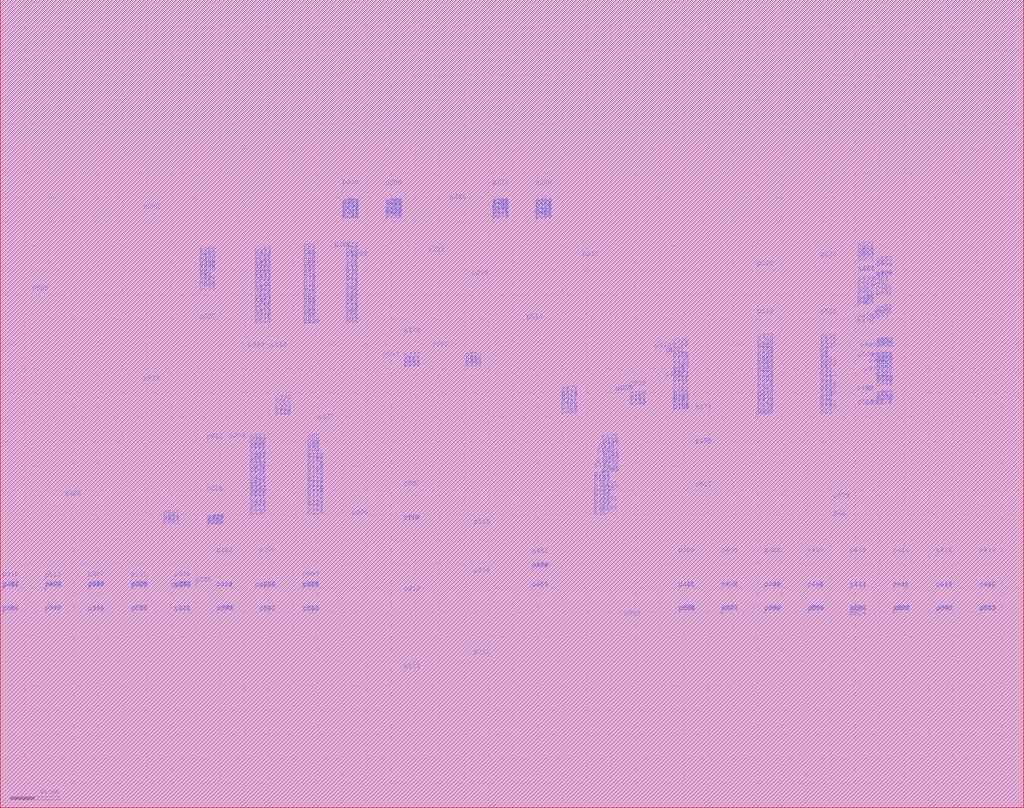
<source format=lef>
VERSION 5.6 ;
NAMESCASESENSITIVE ON ;
BUSBITCHARS "[]" ;
DIVIDERCHAR "|" ;

PROPERTYDEFINITIONS
END PROPERTYDEFINITIONS


MACRO fake_macro_newblue1_o330073
    CLASS BLOCK ;
    SIZE 80.64 BY 13.44 ;
    SYMMETRY X Y ;
    PIN p0
        DIRECTION INPUT ; 
        USE SIGNAL ; 
        PORT
            LAYER metal3 ;
              RECT  51.485 -0.035 51.555 0.035 ;
        END
    END p0
    PIN p1
        DIRECTION OUTPUT ; 
        USE SIGNAL ; 
        PORT
            LAYER metal3 ;
              RECT  7.245 1.365 7.315 1.435 ;
        END
    END p1
    OBS
      LAYER via2 ;
        RECT  0 0 80.64 13.44 ;
      LAYER metal2 ;
        RECT  0 0 80.64 13.44 ;
      LAYER via1 ;
        RECT  0 0 80.64 13.44 ;
      LAYER metal1 ;
        RECT  0 0 80.64 13.44 ;
    END
END fake_macro_newblue1_o330073

MACRO fake_macro_newblue1_o330074
    CLASS BLOCK ;
    SIZE 80.64 BY 13.44 ;
    SYMMETRY X Y ;
    PIN p0
        DIRECTION INPUT ; 
        USE SIGNAL ; 
        PORT
            LAYER metal3 ;
              RECT  51.485 -0.035 51.555 0.035 ;
        END
    END p0
    PIN p1
        DIRECTION OUTPUT ; 
        USE SIGNAL ; 
        PORT
            LAYER metal3 ;
              RECT  7.245 1.365 7.315 1.435 ;
        END
    END p1
    OBS
      LAYER via2 ;
        RECT  0 0 80.64 13.44 ;
      LAYER metal2 ;
        RECT  0 0 80.64 13.44 ;
      LAYER via1 ;
        RECT  0 0 80.64 13.44 ;
      LAYER metal1 ;
        RECT  0 0 80.64 13.44 ;
    END
END fake_macro_newblue1_o330074

MACRO fake_macro_newblue1_o330075
    CLASS BLOCK ;
    SIZE 80.64 BY 13.44 ;
    SYMMETRY X Y ;
    PIN p0
        DIRECTION INPUT ; 
        USE SIGNAL ; 
        PORT
            LAYER metal3 ;
              RECT  51.485 -0.035 51.555 0.035 ;
        END
    END p0
    PIN p1
        DIRECTION OUTPUT ; 
        USE SIGNAL ; 
        PORT
            LAYER metal3 ;
              RECT  7.245 1.365 7.315 1.435 ;
        END
    END p1
    OBS
      LAYER via2 ;
        RECT  0 0 80.64 13.44 ;
      LAYER metal2 ;
        RECT  0 0 80.64 13.44 ;
      LAYER via1 ;
        RECT  0 0 80.64 13.44 ;
      LAYER metal1 ;
        RECT  0 0 80.64 13.44 ;
    END
END fake_macro_newblue1_o330075

MACRO fake_macro_newblue1_o330076
    CLASS BLOCK ;
    SIZE 80.64 BY 13.44 ;
    SYMMETRY X Y ;
    PIN p0
        DIRECTION INPUT ; 
        USE SIGNAL ; 
        PORT
            LAYER metal3 ;
              RECT  28.525 13.125 28.595 13.195 ;
        END
    END p0
    PIN p1
        DIRECTION OUTPUT ; 
        USE SIGNAL ; 
        PORT
            LAYER metal3 ;
              RECT  72.765 11.725 72.835 11.795 ;
        END
    END p1
    OBS
      LAYER via2 ;
        RECT  0 0 80.64 13.44 ;
      LAYER metal2 ;
        RECT  0 0 80.64 13.44 ;
      LAYER via1 ;
        RECT  0 0 80.64 13.44 ;
      LAYER metal1 ;
        RECT  0 0 80.64 13.44 ;
    END
END fake_macro_newblue1_o330076

MACRO fake_macro_newblue1_o330077
    CLASS BLOCK ;
    SIZE 80.64 BY 13.44 ;
    SYMMETRY X Y ;
    PIN p0
        DIRECTION INPUT ; 
        USE SIGNAL ; 
        PORT
            LAYER metal3 ;
              RECT  28.525 13.125 28.595 13.195 ;
        END
    END p0
    PIN p1
        DIRECTION OUTPUT ; 
        USE SIGNAL ; 
        PORT
            LAYER metal3 ;
              RECT  72.765 11.725 72.835 11.795 ;
        END
    END p1
    OBS
      LAYER via2 ;
        RECT  0 0 80.64 13.44 ;
      LAYER metal2 ;
        RECT  0 0 80.64 13.44 ;
      LAYER via1 ;
        RECT  0 0 80.64 13.44 ;
      LAYER metal1 ;
        RECT  0 0 80.64 13.44 ;
    END
END fake_macro_newblue1_o330077

MACRO fake_macro_newblue1_o330078
    CLASS BLOCK ;
    SIZE 80.64 BY 13.44 ;
    SYMMETRY X Y ;
    PIN p0
        DIRECTION INPUT ; 
        USE SIGNAL ; 
        PORT
            LAYER metal3 ;
              RECT  28.525 13.125 28.595 13.195 ;
        END
    END p0
    PIN p1
        DIRECTION OUTPUT ; 
        USE SIGNAL ; 
        PORT
            LAYER metal3 ;
              RECT  72.765 11.725 72.835 11.795 ;
        END
    END p1
    OBS
      LAYER via2 ;
        RECT  0 0 80.64 13.44 ;
      LAYER metal2 ;
        RECT  0 0 80.64 13.44 ;
      LAYER via1 ;
        RECT  0 0 80.64 13.44 ;
      LAYER metal1 ;
        RECT  0 0 80.64 13.44 ;
    END
END fake_macro_newblue1_o330078

MACRO fake_macro_newblue1_o330079
    CLASS BLOCK ;
    SIZE 13.44 BY 80.64 ;
    SYMMETRY X Y ;
    PIN p0
        DIRECTION INPUT ; 
        USE SIGNAL ; 
        PORT
            LAYER metal3 ;
              RECT  -0.035 73.045 0.035 73.115 ;
        END
    END p0
    PIN p1
        DIRECTION INPUT ; 
        USE SIGNAL ; 
        PORT
            LAYER metal3 ;
              RECT  -0.035 28.525 0.035 28.595 ;
        END
    END p1
    PIN p2
        DIRECTION OUTPUT ; 
        USE SIGNAL ; 
        PORT
            LAYER metal3 ;
              RECT  7.245 73.045 7.315 73.115 ;
        END
    END p2
    OBS
      LAYER via2 ;
        RECT  0 0 13.44 80.64 ;
      LAYER metal2 ;
        RECT  0 0 13.44 80.64 ;
      LAYER via1 ;
        RECT  0 0 13.44 80.64 ;
      LAYER metal1 ;
        RECT  0 0 13.44 80.64 ;
    END
END fake_macro_newblue1_o330079

MACRO fake_macro_newblue1_o330080
    CLASS BLOCK ;
    SIZE 13.44 BY 80.64 ;
    SYMMETRY X Y ;
    PIN p0
        DIRECTION INPUT ; 
        USE SIGNAL ; 
        PORT
            LAYER metal3 ;
              RECT  -0.035 73.045 0.035 73.115 ;
        END
    END p0
    PIN p1
        DIRECTION INPUT ; 
        USE SIGNAL ; 
        PORT
            LAYER metal3 ;
              RECT  7.245 73.045 7.315 73.115 ;
        END
    END p1
    PIN p2
        DIRECTION OUTPUT ; 
        USE SIGNAL ; 
        PORT
            LAYER metal3 ;
              RECT  -0.035 28.525 0.035 28.595 ;
        END
    END p2
    OBS
      LAYER via2 ;
        RECT  0 0 13.44 80.64 ;
      LAYER metal2 ;
        RECT  0 0 13.44 80.64 ;
      LAYER via1 ;
        RECT  0 0 13.44 80.64 ;
      LAYER metal1 ;
        RECT  0 0 13.44 80.64 ;
    END
END fake_macro_newblue1_o330080

MACRO fake_macro_newblue1_o330081
    CLASS BLOCK ;
    SIZE 13.44 BY 80.64 ;
    SYMMETRY X Y ;
    PIN p0
        DIRECTION OUTPUT ; 
        USE SIGNAL ; 
        PORT
            LAYER metal3 ;
              RECT  1.085 73.045 1.155 73.115 ;
        END
    END p0
    PIN p1
        DIRECTION INPUT ; 
        USE SIGNAL ; 
        PORT
            LAYER metal3 ;
              RECT  -0.035 28.525 0.035 28.595 ;
        END
    END p1
    OBS
      LAYER via2 ;
        RECT  0 0 13.44 80.64 ;
      LAYER metal2 ;
        RECT  0 0 13.44 80.64 ;
      LAYER via1 ;
        RECT  0 0 13.44 80.64 ;
      LAYER metal1 ;
        RECT  0 0 13.44 80.64 ;
    END
END fake_macro_newblue1_o330081

MACRO fake_macro_newblue1_o330082
    CLASS BLOCK ;
    SIZE 13.44 BY 80.64 ;
    SYMMETRY X Y ;
    PIN p0
        DIRECTION INPUT ; 
        USE SIGNAL ; 
        PORT
            LAYER metal3 ;
              RECT  -0.035 73.045 0.035 73.115 ;
        END
    END p0
    PIN p1
        DIRECTION INPUT ; 
        USE SIGNAL ; 
        PORT
            LAYER metal3 ;
              RECT  -0.035 28.525 0.035 28.595 ;
        END
    END p1
    PIN p2
        DIRECTION OUTPUT ; 
        USE SIGNAL ; 
        PORT
            LAYER metal3 ;
              RECT  7.245 73.045 7.315 73.115 ;
        END
    END p2
    OBS
      LAYER via2 ;
        RECT  0 0 13.44 80.64 ;
      LAYER metal2 ;
        RECT  0 0 13.44 80.64 ;
      LAYER via1 ;
        RECT  0 0 13.44 80.64 ;
      LAYER metal1 ;
        RECT  0 0 13.44 80.64 ;
    END
END fake_macro_newblue1_o330082

MACRO fake_macro_newblue1_o330085
    CLASS BLOCK ;
    SIZE 13.44 BY 80.64 ;
    SYMMETRY X Y ;
    PIN p0
        DIRECTION INPUT ; 
        USE SIGNAL ; 
        PORT
            LAYER metal3 ;
              RECT  12.285 2.485 12.355 2.555 ;
        END
    END p0
    PIN p1
        DIRECTION INPUT ; 
        USE SIGNAL ; 
        PORT
            LAYER metal3 ;
              RECT  5.005 2.485 5.075 2.555 ;
        END
    END p1
    PIN p2
        DIRECTION INPUT ; 
        USE SIGNAL ; 
        PORT
            LAYER metal3 ;
              RECT  9.485 2.485 9.555 2.555 ;
        END
    END p2
    PIN p3
        DIRECTION OUTPUT ; 
        USE SIGNAL ; 
        PORT
            LAYER metal3 ;
              RECT  9.485 10.045 9.555 10.115 ;
        END
    END p3
    PIN p4
        DIRECTION INOUT ; 
        USE SIGNAL ; 
        PORT
            LAYER metal3 ;
              RECT  12.845 51.765 12.915 51.835 ;
        END
    END p4
    OBS
      LAYER via2 ;
        RECT  0 0 13.44 80.64 ;
      LAYER metal2 ;
        RECT  0 0 13.44 80.64 ;
      LAYER via1 ;
        RECT  0 0 13.44 80.64 ;
      LAYER metal1 ;
        RECT  0 0 13.44 80.64 ;
    END
END fake_macro_newblue1_o330085

MACRO fake_macro_newblue1_o330086
    CLASS BLOCK ;
    SIZE 13.44 BY 80.64 ;
    SYMMETRY X Y ;
    PIN p0
        DIRECTION INPUT ; 
        USE SIGNAL ; 
        PORT
            LAYER metal3 ;
              RECT  12.285 2.485 12.355 2.555 ;
        END
    END p0
    PIN p1
        DIRECTION INPUT ; 
        USE SIGNAL ; 
        PORT
            LAYER metal3 ;
              RECT  5.005 2.485 5.075 2.555 ;
        END
    END p1
    PIN p2
        DIRECTION INPUT ; 
        USE SIGNAL ; 
        PORT
            LAYER metal3 ;
              RECT  9.485 2.485 9.555 2.555 ;
        END
    END p2
    PIN p3
        DIRECTION OUTPUT ; 
        USE SIGNAL ; 
        PORT
            LAYER metal3 ;
              RECT  9.485 10.045 9.555 10.115 ;
        END
    END p3
    PIN p4
        DIRECTION INOUT ; 
        USE SIGNAL ; 
        PORT
            LAYER metal3 ;
              RECT  12.845 51.765 12.915 51.835 ;
        END
    END p4
    OBS
      LAYER via2 ;
        RECT  0 0 13.44 80.64 ;
      LAYER metal2 ;
        RECT  0 0 13.44 80.64 ;
      LAYER via1 ;
        RECT  0 0 13.44 80.64 ;
      LAYER metal1 ;
        RECT  0 0 13.44 80.64 ;
    END
END fake_macro_newblue1_o330086

MACRO fake_macro_newblue1_o330087
    CLASS BLOCK ;
    SIZE 80.64 BY 13.44 ;
    SYMMETRY X Y ;
    PIN p0
        DIRECTION INPUT ; 
        USE SIGNAL ; 
        PORT
            LAYER metal3 ;
              RECT  77.805 7.245 77.875 7.315 ;
        END
    END p0
    PIN p1
        DIRECTION INPUT ; 
        USE SIGNAL ; 
        PORT
            LAYER metal3 ;
              RECT  77.805 12.845 77.875 12.915 ;
        END
    END p1
    PIN p2
        DIRECTION INPUT ; 
        USE SIGNAL ; 
        PORT
            LAYER metal3 ;
              RECT  77.805 11.725 77.875 11.795 ;
        END
    END p2
    PIN p3
        DIRECTION OUTPUT ; 
        USE SIGNAL ; 
        PORT
            LAYER metal3 ;
              RECT  77.805 10.045 77.875 10.115 ;
        END
    END p3
    PIN p4
        DIRECTION OUTPUT ; 
        USE SIGNAL ; 
        PORT
            LAYER metal3 ;
              RECT  69.965 10.045 70.035 10.115 ;
        END
    END p4
    PIN p5
        DIRECTION INOUT ; 
        USE SIGNAL ; 
        PORT
            LAYER metal3 ;
              RECT  28.525 13.125 28.595 13.195 ;
        END
    END p5
    OBS
      LAYER via2 ;
        RECT  0 0 80.64 13.44 ;
      LAYER metal2 ;
        RECT  0 0 80.64 13.44 ;
      LAYER via1 ;
        RECT  0 0 80.64 13.44 ;
      LAYER metal1 ;
        RECT  0 0 80.64 13.44 ;
    END
END fake_macro_newblue1_o330087

MACRO fake_macro_newblue1_o330088
    CLASS BLOCK ;
    SIZE 13.44 BY 80.64 ;
    SYMMETRY X Y ;
    PIN p0
        DIRECTION INPUT ; 
        USE SIGNAL ; 
        PORT
            LAYER metal3 ;
              RECT  12.845 51.765 12.915 51.835 ;
        END
    END p0
    PIN p1
        DIRECTION OUTPUT ; 
        USE SIGNAL ; 
        PORT
            LAYER metal3 ;
              RECT  11.725 2.485 11.795 2.555 ;
        END
    END p1
    OBS
      LAYER via2 ;
        RECT  0 0 13.44 80.64 ;
      LAYER metal2 ;
        RECT  0 0 13.44 80.64 ;
      LAYER via1 ;
        RECT  0 0 13.44 80.64 ;
      LAYER metal1 ;
        RECT  0 0 13.44 80.64 ;
    END
END fake_macro_newblue1_o330088

MACRO fake_macro_newblue1_o330089
    CLASS BLOCK ;
    SIZE 13.44 BY 80.64 ;
    SYMMETRY X Y ;
    PIN p0
        DIRECTION INPUT ; 
        USE SIGNAL ; 
        PORT
            LAYER metal3 ;
              RECT  12.845 51.765 12.915 51.835 ;
        END
    END p0
    PIN p1
        DIRECTION OUTPUT ; 
        USE SIGNAL ; 
        PORT
            LAYER metal3 ;
              RECT  11.725 2.485 11.795 2.555 ;
        END
    END p1
    OBS
      LAYER via2 ;
        RECT  0 0 13.44 80.64 ;
      LAYER metal2 ;
        RECT  0 0 13.44 80.64 ;
      LAYER via1 ;
        RECT  0 0 13.44 80.64 ;
      LAYER metal1 ;
        RECT  0 0 13.44 80.64 ;
    END
END fake_macro_newblue1_o330089

MACRO fake_macro_newblue1_o330090
    CLASS BLOCK ;
    SIZE 80.64 BY 13.44 ;
    SYMMETRY X Y ;
    PIN p0
        DIRECTION INPUT ; 
        USE SIGNAL ; 
        PORT
            LAYER metal3 ;
              RECT  51.485 -0.035 51.555 0.035 ;
        END
    END p0
    PIN p1
        DIRECTION OUTPUT ; 
        USE SIGNAL ; 
        PORT
            LAYER metal3 ;
              RECT  2.205 1.365 2.275 1.435 ;
        END
    END p1
    OBS
      LAYER via2 ;
        RECT  0 0 80.64 13.44 ;
      LAYER metal2 ;
        RECT  0 0 80.64 13.44 ;
      LAYER via1 ;
        RECT  0 0 80.64 13.44 ;
      LAYER metal1 ;
        RECT  0 0 80.64 13.44 ;
    END
END fake_macro_newblue1_o330090

MACRO fake_macro_newblue1_o330091
    CLASS BLOCK ;
    SIZE 13.44 BY 80.64 ;
    SYMMETRY X Y ;
    PIN p0
        DIRECTION INPUT ; 
        USE SIGNAL ; 
        PORT
            LAYER metal3 ;
              RECT  12.845 51.765 12.915 51.835 ;
        END
    END p0
    PIN p1
        DIRECTION OUTPUT ; 
        USE SIGNAL ; 
        PORT
            LAYER metal3 ;
              RECT  11.725 2.485 11.795 2.555 ;
        END
    END p1
    OBS
      LAYER via2 ;
        RECT  0 0 13.44 80.64 ;
      LAYER metal2 ;
        RECT  0 0 13.44 80.64 ;
      LAYER via1 ;
        RECT  0 0 13.44 80.64 ;
      LAYER metal1 ;
        RECT  0 0 13.44 80.64 ;
    END
END fake_macro_newblue1_o330091

MACRO fake_macro_newblue1_o330092
    CLASS BLOCK ;
    SIZE 13.44 BY 80.64 ;
    SYMMETRY X Y ;
    PIN p0
        DIRECTION INPUT ; 
        USE SIGNAL ; 
        PORT
            LAYER metal3 ;
              RECT  12.845 51.765 12.915 51.835 ;
        END
    END p0
    PIN p1
        DIRECTION OUTPUT ; 
        USE SIGNAL ; 
        PORT
            LAYER metal3 ;
              RECT  11.725 2.485 11.795 2.555 ;
        END
    END p1
    OBS
      LAYER via2 ;
        RECT  0 0 13.44 80.64 ;
      LAYER metal2 ;
        RECT  0 0 13.44 80.64 ;
      LAYER via1 ;
        RECT  0 0 13.44 80.64 ;
      LAYER metal1 ;
        RECT  0 0 13.44 80.64 ;
    END
END fake_macro_newblue1_o330092

MACRO fake_macro_newblue1_o330093
    CLASS BLOCK ;
    SIZE 13.44 BY 80.64 ;
    SYMMETRY X Y ;
    PIN p0
        DIRECTION INPUT ; 
        USE SIGNAL ; 
        PORT
            LAYER metal3 ;
              RECT  12.845 51.765 12.915 51.835 ;
        END
    END p0
    PIN p1
        DIRECTION OUTPUT ; 
        USE SIGNAL ; 
        PORT
            LAYER metal3 ;
              RECT  11.725 2.485 11.795 2.555 ;
        END
    END p1
    OBS
      LAYER via2 ;
        RECT  0 0 13.44 80.64 ;
      LAYER metal2 ;
        RECT  0 0 13.44 80.64 ;
      LAYER via1 ;
        RECT  0 0 13.44 80.64 ;
      LAYER metal1 ;
        RECT  0 0 13.44 80.64 ;
    END
END fake_macro_newblue1_o330093

MACRO fake_macro_newblue1_o330094
    CLASS BLOCK ;
    SIZE 13.44 BY 80.64 ;
    SYMMETRY X Y ;
    PIN p0
        DIRECTION INPUT ; 
        USE SIGNAL ; 
        PORT
            LAYER metal3 ;
              RECT  12.845 51.765 12.915 51.835 ;
        END
    END p0
    PIN p1
        DIRECTION OUTPUT ; 
        USE SIGNAL ; 
        PORT
            LAYER metal3 ;
              RECT  11.725 2.485 11.795 2.555 ;
        END
    END p1
    OBS
      LAYER via2 ;
        RECT  0 0 13.44 80.64 ;
      LAYER metal2 ;
        RECT  0 0 13.44 80.64 ;
      LAYER via1 ;
        RECT  0 0 13.44 80.64 ;
      LAYER metal1 ;
        RECT  0 0 13.44 80.64 ;
    END
END fake_macro_newblue1_o330094

MACRO fake_macro_newblue1_o330095
    CLASS BLOCK ;
    SIZE 80.64 BY 13.44 ;
    SYMMETRY X Y ;
    PIN p0
        DIRECTION INPUT ; 
        USE SIGNAL ; 
        PORT
            LAYER metal3 ;
              RECT  2.205 0.245 2.275 0.315 ;
        END
    END p0
    PIN p1
        DIRECTION INPUT ; 
        USE SIGNAL ; 
        PORT
            LAYER metal3 ;
              RECT  2.205 5.845 2.275 5.915 ;
        END
    END p1
    PIN p2
        DIRECTION INPUT ; 
        USE SIGNAL ; 
        PORT
            LAYER metal3 ;
              RECT  2.205 1.365 2.275 1.435 ;
        END
    END p2
    PIN p3
        DIRECTION OUTPUT ; 
        USE SIGNAL ; 
        PORT
            LAYER metal3 ;
              RECT  2.205 3.045 2.275 3.115 ;
        END
    END p3
    PIN p4
        DIRECTION OUTPUT ; 
        USE SIGNAL ; 
        PORT
            LAYER metal3 ;
              RECT  10.045 3.045 10.115 3.115 ;
        END
    END p4
    PIN p5
        DIRECTION INOUT ; 
        USE SIGNAL ; 
        PORT
            LAYER metal3 ;
              RECT  51.485 -0.035 51.555 0.035 ;
        END
    END p5
    OBS
      LAYER via2 ;
        RECT  0 0 80.64 13.44 ;
      LAYER metal2 ;
        RECT  0 0 80.64 13.44 ;
      LAYER via1 ;
        RECT  0 0 80.64 13.44 ;
      LAYER metal1 ;
        RECT  0 0 80.64 13.44 ;
    END
END fake_macro_newblue1_o330095

MACRO fake_macro_newblue1_o330096
    CLASS BLOCK ;
    SIZE 13.44 BY 80.64 ;
    SYMMETRY X Y ;
    PIN p0
        DIRECTION INPUT ; 
        USE SIGNAL ; 
        PORT
            LAYER metal3 ;
              RECT  12.285 2.485 12.355 2.555 ;
        END
    END p0
    PIN p1
        DIRECTION INPUT ; 
        USE SIGNAL ; 
        PORT
            LAYER metal3 ;
              RECT  3.325 2.485 3.395 2.555 ;
        END
    END p1
    PIN p2
        DIRECTION INPUT ; 
        USE SIGNAL ; 
        PORT
            LAYER metal3 ;
              RECT  6.685 2.485 6.755 2.555 ;
        END
    END p2
    PIN p3
        DIRECTION OUTPUT ; 
        USE SIGNAL ; 
        PORT
            LAYER metal3 ;
              RECT  11.725 2.485 11.795 2.555 ;
        END
    END p3
    PIN p4
        DIRECTION OUTPUT ; 
        USE SIGNAL ; 
        PORT
            LAYER metal3 ;
              RECT  5.005 10.045 5.075 10.115 ;
        END
    END p4
    PIN p5
        DIRECTION INOUT ; 
        USE SIGNAL ; 
        PORT
            LAYER metal3 ;
              RECT  12.845 51.765 12.915 51.835 ;
        END
    END p5
    OBS
      LAYER via2 ;
        RECT  0 0 13.44 80.64 ;
      LAYER metal2 ;
        RECT  0 0 13.44 80.64 ;
      LAYER via1 ;
        RECT  0 0 13.44 80.64 ;
      LAYER metal1 ;
        RECT  0 0 13.44 80.64 ;
    END
END fake_macro_newblue1_o330096

MACRO fake_macro_newblue1_o330097
    CLASS BLOCK ;
    SIZE 13.44 BY 80.64 ;
    SYMMETRY X Y ;
    PIN p0
        DIRECTION INPUT ; 
        USE SIGNAL ; 
        PORT
            LAYER metal3 ;
              RECT  12.285 2.485 12.355 2.555 ;
        END
    END p0
    PIN p1
        DIRECTION INPUT ; 
        USE SIGNAL ; 
        PORT
            LAYER metal3 ;
              RECT  3.325 2.485 3.395 2.555 ;
        END
    END p1
    PIN p2
        DIRECTION INPUT ; 
        USE SIGNAL ; 
        PORT
            LAYER metal3 ;
              RECT  6.685 2.485 6.755 2.555 ;
        END
    END p2
    PIN p3
        DIRECTION OUTPUT ; 
        USE SIGNAL ; 
        PORT
            LAYER metal3 ;
              RECT  11.725 2.485 11.795 2.555 ;
        END
    END p3
    PIN p4
        DIRECTION OUTPUT ; 
        USE SIGNAL ; 
        PORT
            LAYER metal3 ;
              RECT  5.005 10.045 5.075 10.115 ;
        END
    END p4
    PIN p5
        DIRECTION INOUT ; 
        USE SIGNAL ; 
        PORT
            LAYER metal3 ;
              RECT  12.845 51.765 12.915 51.835 ;
        END
    END p5
    OBS
      LAYER via2 ;
        RECT  0 0 13.44 80.64 ;
      LAYER metal2 ;
        RECT  0 0 13.44 80.64 ;
      LAYER via1 ;
        RECT  0 0 13.44 80.64 ;
      LAYER metal1 ;
        RECT  0 0 13.44 80.64 ;
    END
END fake_macro_newblue1_o330097

MACRO fake_macro_newblue1_o330098
    CLASS BLOCK ;
    SIZE 13.44 BY 80.64 ;
    SYMMETRY X Y ;
    PIN p0
        DIRECTION INPUT ; 
        USE SIGNAL ; 
        PORT
            LAYER metal3 ;
              RECT  12.285 2.485 12.355 2.555 ;
        END
    END p0
    PIN p1
        DIRECTION INPUT ; 
        USE SIGNAL ; 
        PORT
            LAYER metal3 ;
              RECT  3.325 2.485 3.395 2.555 ;
        END
    END p1
    PIN p2
        DIRECTION INPUT ; 
        USE SIGNAL ; 
        PORT
            LAYER metal3 ;
              RECT  6.685 2.485 6.755 2.555 ;
        END
    END p2
    PIN p3
        DIRECTION OUTPUT ; 
        USE SIGNAL ; 
        PORT
            LAYER metal3 ;
              RECT  11.725 2.485 11.795 2.555 ;
        END
    END p3
    PIN p4
        DIRECTION OUTPUT ; 
        USE SIGNAL ; 
        PORT
            LAYER metal3 ;
              RECT  5.005 10.045 5.075 10.115 ;
        END
    END p4
    PIN p5
        DIRECTION INOUT ; 
        USE SIGNAL ; 
        PORT
            LAYER metal3 ;
              RECT  12.845 51.765 12.915 51.835 ;
        END
    END p5
    OBS
      LAYER via2 ;
        RECT  0 0 13.44 80.64 ;
      LAYER metal2 ;
        RECT  0 0 13.44 80.64 ;
      LAYER via1 ;
        RECT  0 0 13.44 80.64 ;
      LAYER metal1 ;
        RECT  0 0 13.44 80.64 ;
    END
END fake_macro_newblue1_o330098

MACRO fake_macro_newblue1_o330099
    CLASS BLOCK ;
    SIZE 13.44 BY 80.64 ;
    SYMMETRY X Y ;
    PIN p0
        DIRECTION INPUT ; 
        USE SIGNAL ; 
        PORT
            LAYER metal3 ;
              RECT  12.285 2.485 12.355 2.555 ;
        END
    END p0
    PIN p1
        DIRECTION INPUT ; 
        USE SIGNAL ; 
        PORT
            LAYER metal3 ;
              RECT  3.325 2.485 3.395 2.555 ;
        END
    END p1
    PIN p2
        DIRECTION INPUT ; 
        USE SIGNAL ; 
        PORT
            LAYER metal3 ;
              RECT  6.685 2.485 6.755 2.555 ;
        END
    END p2
    PIN p3
        DIRECTION OUTPUT ; 
        USE SIGNAL ; 
        PORT
            LAYER metal3 ;
              RECT  11.725 2.485 11.795 2.555 ;
        END
    END p3
    PIN p4
        DIRECTION OUTPUT ; 
        USE SIGNAL ; 
        PORT
            LAYER metal3 ;
              RECT  5.005 10.045 5.075 10.115 ;
        END
    END p4
    PIN p5
        DIRECTION INOUT ; 
        USE SIGNAL ; 
        PORT
            LAYER metal3 ;
              RECT  12.845 51.765 12.915 51.835 ;
        END
    END p5
    OBS
      LAYER via2 ;
        RECT  0 0 13.44 80.64 ;
      LAYER metal2 ;
        RECT  0 0 13.44 80.64 ;
      LAYER via1 ;
        RECT  0 0 13.44 80.64 ;
      LAYER metal1 ;
        RECT  0 0 13.44 80.64 ;
    END
END fake_macro_newblue1_o330099

MACRO fake_macro_newblue1_o330100
    CLASS BLOCK ;
    SIZE 13.44 BY 80.64 ;
    SYMMETRY X Y ;
    PIN p0
        DIRECTION INPUT ; 
        USE SIGNAL ; 
        PORT
            LAYER metal3 ;
              RECT  12.285 2.485 12.355 2.555 ;
        END
    END p0
    PIN p1
        DIRECTION INPUT ; 
        USE SIGNAL ; 
        PORT
            LAYER metal3 ;
              RECT  3.325 2.485 3.395 2.555 ;
        END
    END p1
    PIN p2
        DIRECTION INPUT ; 
        USE SIGNAL ; 
        PORT
            LAYER metal3 ;
              RECT  6.685 2.485 6.755 2.555 ;
        END
    END p2
    PIN p3
        DIRECTION OUTPUT ; 
        USE SIGNAL ; 
        PORT
            LAYER metal3 ;
              RECT  11.725 2.485 11.795 2.555 ;
        END
    END p3
    PIN p4
        DIRECTION OUTPUT ; 
        USE SIGNAL ; 
        PORT
            LAYER metal3 ;
              RECT  5.005 10.045 5.075 10.115 ;
        END
    END p4
    PIN p5
        DIRECTION INOUT ; 
        USE SIGNAL ; 
        PORT
            LAYER metal3 ;
              RECT  12.845 51.765 12.915 51.835 ;
        END
    END p5
    OBS
      LAYER via2 ;
        RECT  0 0 13.44 80.64 ;
      LAYER metal2 ;
        RECT  0 0 13.44 80.64 ;
      LAYER via1 ;
        RECT  0 0 13.44 80.64 ;
      LAYER metal1 ;
        RECT  0 0 13.44 80.64 ;
    END
END fake_macro_newblue1_o330100

MACRO fake_macro_newblue1_o330101
    CLASS BLOCK ;
    SIZE 13.44 BY 80.64 ;
    SYMMETRY X Y ;
    PIN p0
        DIRECTION INPUT ; 
        USE SIGNAL ; 
        PORT
            LAYER metal3 ;
              RECT  12.285 2.485 12.355 2.555 ;
        END
    END p0
    PIN p1
        DIRECTION INPUT ; 
        USE SIGNAL ; 
        PORT
            LAYER metal3 ;
              RECT  3.325 2.485 3.395 2.555 ;
        END
    END p1
    PIN p2
        DIRECTION INPUT ; 
        USE SIGNAL ; 
        PORT
            LAYER metal3 ;
              RECT  6.685 2.485 6.755 2.555 ;
        END
    END p2
    PIN p3
        DIRECTION OUTPUT ; 
        USE SIGNAL ; 
        PORT
            LAYER metal3 ;
              RECT  11.725 2.485 11.795 2.555 ;
        END
    END p3
    PIN p4
        DIRECTION OUTPUT ; 
        USE SIGNAL ; 
        PORT
            LAYER metal3 ;
              RECT  5.005 10.045 5.075 10.115 ;
        END
    END p4
    PIN p5
        DIRECTION INOUT ; 
        USE SIGNAL ; 
        PORT
            LAYER metal3 ;
              RECT  12.845 51.765 12.915 51.835 ;
        END
    END p5
    OBS
      LAYER via2 ;
        RECT  0 0 13.44 80.64 ;
      LAYER metal2 ;
        RECT  0 0 13.44 80.64 ;
      LAYER via1 ;
        RECT  0 0 13.44 80.64 ;
      LAYER metal1 ;
        RECT  0 0 13.44 80.64 ;
    END
END fake_macro_newblue1_o330101

MACRO fake_macro_newblue1_o330102
    CLASS BLOCK ;
    SIZE 80.64 BY 13.44 ;
    SYMMETRY X Y ;
    PIN p0
        DIRECTION INPUT ; 
        USE SIGNAL ; 
        PORT
            LAYER metal3 ;
              RECT  2.205 0.245 2.275 0.315 ;
        END
    END p0
    PIN p1
        DIRECTION INPUT ; 
        USE SIGNAL ; 
        PORT
            LAYER metal3 ;
              RECT  2.205 5.845 2.275 5.915 ;
        END
    END p1
    PIN p2
        DIRECTION INPUT ; 
        USE SIGNAL ; 
        PORT
            LAYER metal3 ;
              RECT  2.205 1.365 2.275 1.435 ;
        END
    END p2
    PIN p3
        DIRECTION OUTPUT ; 
        USE SIGNAL ; 
        PORT
            LAYER metal3 ;
              RECT  2.205 3.045 2.275 3.115 ;
        END
    END p3
    PIN p4
        DIRECTION OUTPUT ; 
        USE SIGNAL ; 
        PORT
            LAYER metal3 ;
              RECT  6.685 -0.035 6.755 0.035 ;
        END
    END p4
    PIN p5
        DIRECTION OUTPUT ; 
        USE SIGNAL ; 
        PORT
            LAYER metal3 ;
              RECT  10.045 3.045 10.115 3.115 ;
        END
    END p5
    PIN p6
        DIRECTION INOUT ; 
        USE SIGNAL ; 
        PORT
            LAYER metal3 ;
              RECT  51.485 -0.035 51.555 0.035 ;
        END
    END p6
    OBS
      LAYER via2 ;
        RECT  0 0 80.64 13.44 ;
      LAYER metal2 ;
        RECT  0 0 80.64 13.44 ;
      LAYER via1 ;
        RECT  0 0 80.64 13.44 ;
      LAYER metal1 ;
        RECT  0 0 80.64 13.44 ;
    END
END fake_macro_newblue1_o330102

MACRO fake_macro_newblue1_o330103
    CLASS BLOCK ;
    SIZE 80.64 BY 13.44 ;
    SYMMETRY X Y ;
    PIN p0
        DIRECTION INPUT ; 
        USE SIGNAL ; 
        PORT
            LAYER metal3 ;
              RECT  2.205 0.245 2.275 0.315 ;
        END
    END p0
    PIN p1
        DIRECTION INPUT ; 
        USE SIGNAL ; 
        PORT
            LAYER metal3 ;
              RECT  2.205 5.845 2.275 5.915 ;
        END
    END p1
    PIN p2
        DIRECTION INPUT ; 
        USE SIGNAL ; 
        PORT
            LAYER metal3 ;
              RECT  2.205 1.365 2.275 1.435 ;
        END
    END p2
    PIN p3
        DIRECTION INPUT ; 
        USE SIGNAL ; 
        PORT
            LAYER metal3 ;
              RECT  7.245 13.125 7.315 13.195 ;
        END
    END p3
    PIN p4
        DIRECTION OUTPUT ; 
        USE SIGNAL ; 
        PORT
            LAYER metal3 ;
              RECT  2.205 3.045 2.275 3.115 ;
        END
    END p4
    PIN p5
        DIRECTION OUTPUT ; 
        USE SIGNAL ; 
        PORT
            LAYER metal3 ;
              RECT  6.685 -0.035 6.755 0.035 ;
        END
    END p5
    PIN p6
        DIRECTION OUTPUT ; 
        USE SIGNAL ; 
        PORT
            LAYER metal3 ;
              RECT  10.045 3.045 10.115 3.115 ;
        END
    END p6
    PIN p7
        DIRECTION INOUT ; 
        USE SIGNAL ; 
        PORT
            LAYER metal3 ;
              RECT  51.485 -0.035 51.555 0.035 ;
        END
    END p7
    OBS
      LAYER via2 ;
        RECT  0 0 80.64 13.44 ;
      LAYER metal2 ;
        RECT  0 0 80.64 13.44 ;
      LAYER via1 ;
        RECT  0 0 80.64 13.44 ;
      LAYER metal1 ;
        RECT  0 0 80.64 13.44 ;
    END
END fake_macro_newblue1_o330103

MACRO fake_macro_newblue1_o330104
    CLASS BLOCK ;
    SIZE 80.64 BY 13.44 ;
    SYMMETRY X Y ;
    PIN p0
        DIRECTION INPUT ; 
        USE SIGNAL ; 
        PORT
            LAYER metal3 ;
              RECT  2.205 0.245 2.275 0.315 ;
        END
    END p0
    PIN p1
        DIRECTION INPUT ; 
        USE SIGNAL ; 
        PORT
            LAYER metal3 ;
              RECT  7.245 13.125 7.315 13.195 ;
        END
    END p1
    PIN p2
        DIRECTION INPUT ; 
        USE SIGNAL ; 
        PORT
            LAYER metal3 ;
              RECT  2.205 5.845 2.275 5.915 ;
        END
    END p2
    PIN p3
        DIRECTION INPUT ; 
        USE SIGNAL ; 
        PORT
            LAYER metal3 ;
              RECT  2.205 1.365 2.275 1.435 ;
        END
    END p3
    PIN p4
        DIRECTION OUTPUT ; 
        USE SIGNAL ; 
        PORT
            LAYER metal3 ;
              RECT  2.205 3.045 2.275 3.115 ;
        END
    END p4
    PIN p5
        DIRECTION OUTPUT ; 
        USE SIGNAL ; 
        PORT
            LAYER metal3 ;
              RECT  6.685 -0.035 6.755 0.035 ;
        END
    END p5
    PIN p6
        DIRECTION OUTPUT ; 
        USE SIGNAL ; 
        PORT
            LAYER metal3 ;
              RECT  10.045 3.045 10.115 3.115 ;
        END
    END p6
    PIN p7
        DIRECTION INOUT ; 
        USE SIGNAL ; 
        PORT
            LAYER metal3 ;
              RECT  51.485 -0.035 51.555 0.035 ;
        END
    END p7
    OBS
      LAYER via2 ;
        RECT  0 0 80.64 13.44 ;
      LAYER metal2 ;
        RECT  0 0 80.64 13.44 ;
      LAYER via1 ;
        RECT  0 0 80.64 13.44 ;
      LAYER metal1 ;
        RECT  0 0 80.64 13.44 ;
    END
END fake_macro_newblue1_o330104

MACRO fake_macro_newblue1_o330105
    CLASS BLOCK ;
    SIZE 80.64 BY 13.44 ;
    SYMMETRY X Y ;
    PIN p0
        DIRECTION INPUT ; 
        USE SIGNAL ; 
        PORT
            LAYER metal3 ;
              RECT  2.205 0.245 2.275 0.315 ;
        END
    END p0
    PIN p1
        DIRECTION INPUT ; 
        USE SIGNAL ; 
        PORT
            LAYER metal3 ;
              RECT  7.245 13.125 7.315 13.195 ;
        END
    END p1
    PIN p2
        DIRECTION INPUT ; 
        USE SIGNAL ; 
        PORT
            LAYER metal3 ;
              RECT  2.205 5.845 2.275 5.915 ;
        END
    END p2
    PIN p3
        DIRECTION INPUT ; 
        USE SIGNAL ; 
        PORT
            LAYER metal3 ;
              RECT  2.205 1.365 2.275 1.435 ;
        END
    END p3
    PIN p4
        DIRECTION OUTPUT ; 
        USE SIGNAL ; 
        PORT
            LAYER metal3 ;
              RECT  2.205 3.045 2.275 3.115 ;
        END
    END p4
    PIN p5
        DIRECTION OUTPUT ; 
        USE SIGNAL ; 
        PORT
            LAYER metal3 ;
              RECT  6.685 -0.035 6.755 0.035 ;
        END
    END p5
    PIN p6
        DIRECTION OUTPUT ; 
        USE SIGNAL ; 
        PORT
            LAYER metal3 ;
              RECT  10.045 3.045 10.115 3.115 ;
        END
    END p6
    PIN p7
        DIRECTION INOUT ; 
        USE SIGNAL ; 
        PORT
            LAYER metal3 ;
              RECT  51.485 -0.035 51.555 0.035 ;
        END
    END p7
    OBS
      LAYER via2 ;
        RECT  0 0 80.64 13.44 ;
      LAYER metal2 ;
        RECT  0 0 80.64 13.44 ;
      LAYER via1 ;
        RECT  0 0 80.64 13.44 ;
      LAYER metal1 ;
        RECT  0 0 80.64 13.44 ;
    END
END fake_macro_newblue1_o330105

MACRO fake_macro_newblue1_o330106
    CLASS BLOCK ;
    SIZE 80.64 BY 13.44 ;
    SYMMETRY X Y ;
    PIN p0
        DIRECTION INPUT ; 
        USE SIGNAL ; 
        PORT
            LAYER metal3 ;
              RECT  2.205 0.245 2.275 0.315 ;
        END
    END p0
    PIN p1
        DIRECTION INPUT ; 
        USE SIGNAL ; 
        PORT
            LAYER metal3 ;
              RECT  7.245 13.125 7.315 13.195 ;
        END
    END p1
    PIN p2
        DIRECTION INPUT ; 
        USE SIGNAL ; 
        PORT
            LAYER metal3 ;
              RECT  2.205 5.845 2.275 5.915 ;
        END
    END p2
    PIN p3
        DIRECTION INPUT ; 
        USE SIGNAL ; 
        PORT
            LAYER metal3 ;
              RECT  2.205 1.365 2.275 1.435 ;
        END
    END p3
    PIN p4
        DIRECTION OUTPUT ; 
        USE SIGNAL ; 
        PORT
            LAYER metal3 ;
              RECT  2.205 3.045 2.275 3.115 ;
        END
    END p4
    PIN p5
        DIRECTION OUTPUT ; 
        USE SIGNAL ; 
        PORT
            LAYER metal3 ;
              RECT  10.045 3.045 10.115 3.115 ;
        END
    END p5
    PIN p6
        DIRECTION INOUT ; 
        USE SIGNAL ; 
        PORT
            LAYER metal3 ;
              RECT  51.485 -0.035 51.555 0.035 ;
        END
    END p6
    OBS
      LAYER via2 ;
        RECT  0 0 80.64 13.44 ;
      LAYER metal2 ;
        RECT  0 0 80.64 13.44 ;
      LAYER via1 ;
        RECT  0 0 80.64 13.44 ;
      LAYER metal1 ;
        RECT  0 0 80.64 13.44 ;
    END
END fake_macro_newblue1_o330106

MACRO fake_macro_newblue1_o330107
    CLASS BLOCK ;
    SIZE 80.64 BY 13.44 ;
    SYMMETRY X Y ;
    PIN p0
        DIRECTION INPUT ; 
        USE SIGNAL ; 
        PORT
            LAYER metal3 ;
              RECT  28.525 13.125 28.595 13.195 ;
        END
    END p0
    PIN p1
        DIRECTION INPUT ; 
        USE SIGNAL ; 
        PORT
            LAYER metal3 ;
              RECT  77.805 11.725 77.875 11.795 ;
        END
    END p1
    PIN p2
        DIRECTION OUTPUT ; 
        USE SIGNAL ; 
        PORT
            LAYER metal3 ;
              RECT  72.765 11.445 72.835 11.515 ;
        END
    END p2
    PIN p3
        DIRECTION OUTPUT ; 
        USE SIGNAL ; 
        PORT
            LAYER metal3 ;
              RECT  73.325 2.205 73.395 2.275 ;
        END
    END p3
    OBS
      LAYER via2 ;
        RECT  0 0 80.64 13.44 ;
      LAYER metal2 ;
        RECT  0 0 80.64 13.44 ;
      LAYER via1 ;
        RECT  0 0 80.64 13.44 ;
      LAYER metal1 ;
        RECT  0 0 80.64 13.44 ;
    END
END fake_macro_newblue1_o330107

MACRO fake_macro_newblue1_o330108
    CLASS BLOCK ;
    SIZE 80.64 BY 13.44 ;
    SYMMETRY X Y ;
    PIN p0
        DIRECTION INPUT ; 
        USE SIGNAL ; 
        PORT
            LAYER metal3 ;
              RECT  51.485 -0.035 51.555 0.035 ;
        END
    END p0
    PIN p1
        DIRECTION OUTPUT ; 
        USE SIGNAL ; 
        PORT
            LAYER metal3 ;
              RECT  2.205 8.365 2.275 8.435 ;
        END
    END p1
    OBS
      LAYER via2 ;
        RECT  0 0 80.64 13.44 ;
      LAYER metal2 ;
        RECT  0 0 80.64 13.44 ;
      LAYER via1 ;
        RECT  0 0 80.64 13.44 ;
      LAYER metal1 ;
        RECT  0 0 80.64 13.44 ;
    END
END fake_macro_newblue1_o330108

MACRO fake_macro_newblue1_o330109
    CLASS BLOCK ;
    SIZE 13.44 BY 80.64 ;
    SYMMETRY X Y ;
    PIN p0
        DIRECTION INPUT ; 
        USE SIGNAL ; 
        PORT
            LAYER metal3 ;
              RECT  12.845 51.765 12.915 51.835 ;
        END
    END p0
    PIN p1
        DIRECTION OUTPUT ; 
        USE SIGNAL ; 
        PORT
            LAYER metal3 ;
              RECT  0.525 2.485 0.595 2.555 ;
        END
    END p1
    OBS
      LAYER via2 ;
        RECT  0 0 13.44 80.64 ;
      LAYER metal2 ;
        RECT  0 0 13.44 80.64 ;
      LAYER via1 ;
        RECT  0 0 13.44 80.64 ;
      LAYER metal1 ;
        RECT  0 0 13.44 80.64 ;
    END
END fake_macro_newblue1_o330109

MACRO fake_macro_newblue1_o330110
    CLASS BLOCK ;
    SIZE 80.64 BY 13.44 ;
    SYMMETRY X Y ;
    PIN p0
        DIRECTION OUTPUT ; 
        USE SIGNAL ; 
        PORT
            LAYER metal3 ;
              RECT  10.045 9.765 10.115 9.835 ;
        END
    END p0
    PIN p1
        DIRECTION INPUT ; 
        USE SIGNAL ; 
        PORT
            LAYER metal3 ;
              RECT  51.485 -0.035 51.555 0.035 ;
        END
    END p1
    PIN p2
        DIRECTION INPUT ; 
        USE SIGNAL ; 
        PORT
            LAYER metal3 ;
              RECT  7.245 6.965 7.315 7.035 ;
        END
    END p2
    OBS
      LAYER via2 ;
        RECT  0 0 80.64 13.44 ;
      LAYER metal2 ;
        RECT  0 0 80.64 13.44 ;
      LAYER via1 ;
        RECT  0 0 80.64 13.44 ;
      LAYER metal1 ;
        RECT  0 0 80.64 13.44 ;
    END
END fake_macro_newblue1_o330110

MACRO fake_macro_newblue1_o330111
    CLASS BLOCK ;
    SIZE 13.44 BY 80.64 ;
    SYMMETRY X Y ;
    PIN p0
        DIRECTION INPUT ; 
        USE SIGNAL ; 
        PORT
            LAYER metal3 ;
              RECT  -0.035 28.525 0.035 28.595 ;
        END
    END p0
    PIN p1
        DIRECTION INPUT ; 
        USE SIGNAL ; 
        PORT
            LAYER metal3 ;
              RECT  6.685 73.045 6.755 73.115 ;
        END
    END p1
    PIN p2
        DIRECTION OUTPUT ; 
        USE SIGNAL ; 
        PORT
            LAYER metal3 ;
              RECT  9.485 70.245 9.555 70.315 ;
        END
    END p2
    OBS
      LAYER via2 ;
        RECT  0 0 13.44 80.64 ;
      LAYER metal2 ;
        RECT  0 0 13.44 80.64 ;
      LAYER via1 ;
        RECT  0 0 13.44 80.64 ;
      LAYER metal1 ;
        RECT  0 0 13.44 80.64 ;
    END
END fake_macro_newblue1_o330111

MACRO fake_macro_newblue1_o330112
    CLASS BLOCK ;
    SIZE 13.44 BY 80.64 ;
    SYMMETRY X Y ;
    PIN p0
        DIRECTION OUTPUT ; 
        USE SIGNAL ; 
        PORT
            LAYER metal3 ;
              RECT  3.325 8.925 3.395 8.995 ;
        END
    END p0
    PIN p1
        DIRECTION INPUT ; 
        USE SIGNAL ; 
        PORT
            LAYER metal3 ;
              RECT  12.845 51.765 12.915 51.835 ;
        END
    END p1
    OBS
      LAYER via2 ;
        RECT  0 0 13.44 80.64 ;
      LAYER metal2 ;
        RECT  0 0 13.44 80.64 ;
      LAYER via1 ;
        RECT  0 0 13.44 80.64 ;
      LAYER metal1 ;
        RECT  0 0 13.44 80.64 ;
    END
END fake_macro_newblue1_o330112

MACRO fake_macro_newblue1_o330113
    CLASS BLOCK ;
    SIZE 80.64 BY 26.88 ;
    SYMMETRY X Y ;
    PIN p0
        DIRECTION INPUT ; 
        USE SIGNAL ; 
        PORT
            LAYER metal3 ;
              RECT  2.205 18.165 2.275 18.235 ;
        END
    END p0
    PIN p1
        DIRECTION INPUT ; 
        USE SIGNAL ; 
        PORT
            LAYER metal3 ;
              RECT  8.925 2.485 8.995 2.555 ;
        END
    END p1
    PIN p2
        DIRECTION INPUT ; 
        USE SIGNAL ; 
        PORT
            LAYER metal3 ;
              RECT  2.205 17.605 2.275 17.675 ;
        END
    END p2
    PIN p3
        DIRECTION INPUT ; 
        USE SIGNAL ; 
        PORT
            LAYER metal3 ;
              RECT  2.205 15.925 2.275 15.995 ;
        END
    END p3
    PIN p4
        DIRECTION INPUT ; 
        USE SIGNAL ; 
        PORT
            LAYER metal3 ;
              RECT  2.205 1.925 2.275 1.995 ;
        END
    END p4
    PIN p5
        DIRECTION OUTPUT ; 
        USE SIGNAL ; 
        PORT
            LAYER metal3 ;
              RECT  2.205 10.325 2.275 10.395 ;
        END
    END p5
    PIN p6
        DIRECTION OUTPUT ; 
        USE SIGNAL ; 
        PORT
            LAYER metal3 ;
              RECT  10.045 3.045 10.115 3.115 ;
        END
    END p6
    PIN p7
        DIRECTION OUTPUT ; 
        USE SIGNAL ; 
        PORT
            LAYER metal3 ;
              RECT  2.205 15.085 2.275 15.155 ;
        END
    END p7
    PIN p8
        DIRECTION OUTPUT ; 
        USE SIGNAL ; 
        PORT
            LAYER metal3 ;
              RECT  2.205 15.645 2.275 15.715 ;
        END
    END p8
    PIN p9
        DIRECTION OUTPUT ; 
        USE SIGNAL ; 
        PORT
            LAYER metal3 ;
              RECT  6.685 0.245 6.755 0.315 ;
        END
    END p9
    PIN p10
        DIRECTION INOUT ; 
        USE SIGNAL ; 
        PORT
            LAYER metal3 ;
              RECT  51.485 1.645 51.555 1.715 ;
        END
    END p10
    PIN p11
        DIRECTION INOUT ; 
        USE SIGNAL ; 
        PORT
            LAYER metal3 ;
              RECT  51.485 13.405 51.555 13.475 ;
        END
    END p11
    OBS
      LAYER via2 ;
        RECT  0 0 80.64 26.88 ;
      LAYER metal2 ;
        RECT  0 0 80.64 26.88 ;
      LAYER via1 ;
        RECT  0 0 80.64 26.88 ;
      LAYER metal1 ;
        RECT  0 0 80.64 26.88 ;
    END
END fake_macro_newblue1_o330113

MACRO fake_macro_newblue1_o330114
    CLASS BLOCK ;
    SIZE 80.64 BY 26.88 ;
    SYMMETRY X Y ;
    PIN p0
        DIRECTION INPUT ; 
        USE SIGNAL ; 
        PORT
            LAYER metal3 ;
              RECT  8.925 2.485 8.995 2.555 ;
        END
    END p0
    PIN p1
        DIRECTION INPUT ; 
        USE SIGNAL ; 
        PORT
            LAYER metal3 ;
              RECT  2.205 18.165 2.275 18.235 ;
        END
    END p1
    PIN p2
        DIRECTION INPUT ; 
        USE SIGNAL ; 
        PORT
            LAYER metal3 ;
              RECT  2.205 17.605 2.275 17.675 ;
        END
    END p2
    PIN p3
        DIRECTION INPUT ; 
        USE SIGNAL ; 
        PORT
            LAYER metal3 ;
              RECT  2.205 15.925 2.275 15.995 ;
        END
    END p3
    PIN p4
        DIRECTION INPUT ; 
        USE SIGNAL ; 
        PORT
            LAYER metal3 ;
              RECT  2.205 1.925 2.275 1.995 ;
        END
    END p4
    PIN p5
        DIRECTION OUTPUT ; 
        USE SIGNAL ; 
        PORT
            LAYER metal3 ;
              RECT  2.205 10.325 2.275 10.395 ;
        END
    END p5
    PIN p6
        DIRECTION OUTPUT ; 
        USE SIGNAL ; 
        PORT
            LAYER metal3 ;
              RECT  10.045 3.045 10.115 3.115 ;
        END
    END p6
    PIN p7
        DIRECTION OUTPUT ; 
        USE SIGNAL ; 
        PORT
            LAYER metal3 ;
              RECT  2.205 15.085 2.275 15.155 ;
        END
    END p7
    PIN p8
        DIRECTION OUTPUT ; 
        USE SIGNAL ; 
        PORT
            LAYER metal3 ;
              RECT  2.205 15.645 2.275 15.715 ;
        END
    END p8
    PIN p9
        DIRECTION OUTPUT ; 
        USE SIGNAL ; 
        PORT
            LAYER metal3 ;
              RECT  6.685 0.245 6.755 0.315 ;
        END
    END p9
    PIN p10
        DIRECTION INOUT ; 
        USE SIGNAL ; 
        PORT
            LAYER metal3 ;
              RECT  51.485 1.645 51.555 1.715 ;
        END
    END p10
    PIN p11
        DIRECTION INOUT ; 
        USE SIGNAL ; 
        PORT
            LAYER metal3 ;
              RECT  51.485 13.405 51.555 13.475 ;
        END
    END p11
    OBS
      LAYER via2 ;
        RECT  0 0 80.64 26.88 ;
      LAYER metal2 ;
        RECT  0 0 80.64 26.88 ;
      LAYER via1 ;
        RECT  0 0 80.64 26.88 ;
      LAYER metal1 ;
        RECT  0 0 80.64 26.88 ;
    END
END fake_macro_newblue1_o330114

MACRO fake_macro_newblue1_o330115
    CLASS BLOCK ;
    SIZE 80.64 BY 13.44 ;
    SYMMETRY X Y ;
    PIN p0
        DIRECTION INPUT ; 
        USE SIGNAL ; 
        PORT
            LAYER metal3 ;
              RECT  2.205 0.245 2.275 0.315 ;
        END
    END p0
    PIN p1
        DIRECTION INPUT ; 
        USE SIGNAL ; 
        PORT
            LAYER metal3 ;
              RECT  2.205 5.845 2.275 5.915 ;
        END
    END p1
    PIN p2
        DIRECTION INPUT ; 
        USE SIGNAL ; 
        PORT
            LAYER metal3 ;
              RECT  2.205 1.365 2.275 1.435 ;
        END
    END p2
    PIN p3
        DIRECTION OUTPUT ; 
        USE SIGNAL ; 
        PORT
            LAYER metal3 ;
              RECT  2.205 3.045 2.275 3.115 ;
        END
    END p3
    PIN p4
        DIRECTION OUTPUT ; 
        USE SIGNAL ; 
        PORT
            LAYER metal3 ;
              RECT  6.685 -0.035 6.755 0.035 ;
        END
    END p4
    PIN p5
        DIRECTION OUTPUT ; 
        USE SIGNAL ; 
        PORT
            LAYER metal3 ;
              RECT  10.045 3.045 10.115 3.115 ;
        END
    END p5
    PIN p6
        DIRECTION INOUT ; 
        USE SIGNAL ; 
        PORT
            LAYER metal3 ;
              RECT  51.485 -0.035 51.555 0.035 ;
        END
    END p6
    OBS
      LAYER via2 ;
        RECT  0 0 80.64 13.44 ;
      LAYER metal2 ;
        RECT  0 0 80.64 13.44 ;
      LAYER via1 ;
        RECT  0 0 80.64 13.44 ;
      LAYER metal1 ;
        RECT  0 0 80.64 13.44 ;
    END
END fake_macro_newblue1_o330115

MACRO fake_macro_newblue1_o330116
    CLASS BLOCK ;
    SIZE 80.64 BY 13.44 ;
    SYMMETRY X Y ;
    PIN p0
        DIRECTION INPUT ; 
        USE SIGNAL ; 
        PORT
            LAYER metal3 ;
              RECT  2.205 0.245 2.275 0.315 ;
        END
    END p0
    PIN p1
        DIRECTION INPUT ; 
        USE SIGNAL ; 
        PORT
            LAYER metal3 ;
              RECT  2.205 5.845 2.275 5.915 ;
        END
    END p1
    PIN p2
        DIRECTION INPUT ; 
        USE SIGNAL ; 
        PORT
            LAYER metal3 ;
              RECT  2.205 1.365 2.275 1.435 ;
        END
    END p2
    PIN p3
        DIRECTION OUTPUT ; 
        USE SIGNAL ; 
        PORT
            LAYER metal3 ;
              RECT  2.205 3.045 2.275 3.115 ;
        END
    END p3
    PIN p4
        DIRECTION OUTPUT ; 
        USE SIGNAL ; 
        PORT
            LAYER metal3 ;
              RECT  6.685 -0.035 6.755 0.035 ;
        END
    END p4
    PIN p5
        DIRECTION OUTPUT ; 
        USE SIGNAL ; 
        PORT
            LAYER metal3 ;
              RECT  10.045 3.045 10.115 3.115 ;
        END
    END p5
    PIN p6
        DIRECTION INOUT ; 
        USE SIGNAL ; 
        PORT
            LAYER metal3 ;
              RECT  51.485 -0.035 51.555 0.035 ;
        END
    END p6
    OBS
      LAYER via2 ;
        RECT  0 0 80.64 13.44 ;
      LAYER metal2 ;
        RECT  0 0 80.64 13.44 ;
      LAYER via1 ;
        RECT  0 0 80.64 13.44 ;
      LAYER metal1 ;
        RECT  0 0 80.64 13.44 ;
    END
END fake_macro_newblue1_o330116

MACRO fake_macro_newblue1_o330117
    CLASS BLOCK ;
    SIZE 80.64 BY 13.44 ;
    SYMMETRY X Y ;
    PIN p0
        DIRECTION INPUT ; 
        USE SIGNAL ; 
        PORT
            LAYER metal3 ;
              RECT  2.205 0.245 2.275 0.315 ;
        END
    END p0
    PIN p1
        DIRECTION INPUT ; 
        USE SIGNAL ; 
        PORT
            LAYER metal3 ;
              RECT  2.205 5.845 2.275 5.915 ;
        END
    END p1
    PIN p2
        DIRECTION INPUT ; 
        USE SIGNAL ; 
        PORT
            LAYER metal3 ;
              RECT  2.205 1.365 2.275 1.435 ;
        END
    END p2
    PIN p3
        DIRECTION OUTPUT ; 
        USE SIGNAL ; 
        PORT
            LAYER metal3 ;
              RECT  2.205 3.045 2.275 3.115 ;
        END
    END p3
    PIN p4
        DIRECTION OUTPUT ; 
        USE SIGNAL ; 
        PORT
            LAYER metal3 ;
              RECT  6.685 -0.035 6.755 0.035 ;
        END
    END p4
    PIN p5
        DIRECTION OUTPUT ; 
        USE SIGNAL ; 
        PORT
            LAYER metal3 ;
              RECT  10.045 3.045 10.115 3.115 ;
        END
    END p5
    PIN p6
        DIRECTION INOUT ; 
        USE SIGNAL ; 
        PORT
            LAYER metal3 ;
              RECT  51.485 -0.035 51.555 0.035 ;
        END
    END p6
    OBS
      LAYER via2 ;
        RECT  0 0 80.64 13.44 ;
      LAYER metal2 ;
        RECT  0 0 80.64 13.44 ;
      LAYER via1 ;
        RECT  0 0 80.64 13.44 ;
      LAYER metal1 ;
        RECT  0 0 80.64 13.44 ;
    END
END fake_macro_newblue1_o330117

MACRO fake_macro_newblue1_o330118
    CLASS BLOCK ;
    SIZE 80.64 BY 13.44 ;
    SYMMETRY X Y ;
    PIN p0
        DIRECTION INPUT ; 
        USE SIGNAL ; 
        PORT
            LAYER metal3 ;
              RECT  2.205 0.245 2.275 0.315 ;
        END
    END p0
    PIN p1
        DIRECTION INPUT ; 
        USE SIGNAL ; 
        PORT
            LAYER metal3 ;
              RECT  2.205 5.845 2.275 5.915 ;
        END
    END p1
    PIN p2
        DIRECTION INPUT ; 
        USE SIGNAL ; 
        PORT
            LAYER metal3 ;
              RECT  2.205 1.365 2.275 1.435 ;
        END
    END p2
    PIN p3
        DIRECTION OUTPUT ; 
        USE SIGNAL ; 
        PORT
            LAYER metal3 ;
              RECT  2.205 3.045 2.275 3.115 ;
        END
    END p3
    PIN p4
        DIRECTION OUTPUT ; 
        USE SIGNAL ; 
        PORT
            LAYER metal3 ;
              RECT  6.685 -0.035 6.755 0.035 ;
        END
    END p4
    PIN p5
        DIRECTION OUTPUT ; 
        USE SIGNAL ; 
        PORT
            LAYER metal3 ;
              RECT  10.045 3.045 10.115 3.115 ;
        END
    END p5
    PIN p6
        DIRECTION INOUT ; 
        USE SIGNAL ; 
        PORT
            LAYER metal3 ;
              RECT  51.485 -0.035 51.555 0.035 ;
        END
    END p6
    OBS
      LAYER via2 ;
        RECT  0 0 80.64 13.44 ;
      LAYER metal2 ;
        RECT  0 0 80.64 13.44 ;
      LAYER via1 ;
        RECT  0 0 80.64 13.44 ;
      LAYER metal1 ;
        RECT  0 0 80.64 13.44 ;
    END
END fake_macro_newblue1_o330118

MACRO fake_macro_newblue1_o330119
    CLASS BLOCK ;
    SIZE 80.64 BY 13.44 ;
    SYMMETRY X Y ;
    PIN p0
        DIRECTION INPUT ; 
        USE SIGNAL ; 
        PORT
            LAYER metal3 ;
              RECT  2.205 0.245 2.275 0.315 ;
        END
    END p0
    PIN p1
        DIRECTION INPUT ; 
        USE SIGNAL ; 
        PORT
            LAYER metal3 ;
              RECT  2.205 5.845 2.275 5.915 ;
        END
    END p1
    PIN p2
        DIRECTION INPUT ; 
        USE SIGNAL ; 
        PORT
            LAYER metal3 ;
              RECT  2.205 1.365 2.275 1.435 ;
        END
    END p2
    PIN p3
        DIRECTION OUTPUT ; 
        USE SIGNAL ; 
        PORT
            LAYER metal3 ;
              RECT  2.205 3.045 2.275 3.115 ;
        END
    END p3
    PIN p4
        DIRECTION OUTPUT ; 
        USE SIGNAL ; 
        PORT
            LAYER metal3 ;
              RECT  6.685 -0.035 6.755 0.035 ;
        END
    END p4
    PIN p5
        DIRECTION OUTPUT ; 
        USE SIGNAL ; 
        PORT
            LAYER metal3 ;
              RECT  10.045 3.045 10.115 3.115 ;
        END
    END p5
    PIN p6
        DIRECTION INOUT ; 
        USE SIGNAL ; 
        PORT
            LAYER metal3 ;
              RECT  51.485 -0.035 51.555 0.035 ;
        END
    END p6
    OBS
      LAYER via2 ;
        RECT  0 0 80.64 13.44 ;
      LAYER metal2 ;
        RECT  0 0 80.64 13.44 ;
      LAYER via1 ;
        RECT  0 0 80.64 13.44 ;
      LAYER metal1 ;
        RECT  0 0 80.64 13.44 ;
    END
END fake_macro_newblue1_o330119

MACRO fake_macro_newblue1_o330120
    CLASS BLOCK ;
    SIZE 80.64 BY 13.44 ;
    SYMMETRY X Y ;
    PIN p0
        DIRECTION INPUT ; 
        USE SIGNAL ; 
        PORT
            LAYER metal3 ;
              RECT  77.805 12.845 77.875 12.915 ;
        END
    END p0
    PIN p1
        DIRECTION INPUT ; 
        USE SIGNAL ; 
        PORT
            LAYER metal3 ;
              RECT  77.805 7.245 77.875 7.315 ;
        END
    END p1
    PIN p2
        DIRECTION INPUT ; 
        USE SIGNAL ; 
        PORT
            LAYER metal3 ;
              RECT  77.805 11.725 77.875 11.795 ;
        END
    END p2
    PIN p3
        DIRECTION OUTPUT ; 
        USE SIGNAL ; 
        PORT
            LAYER metal3 ;
              RECT  77.805 10.045 77.875 10.115 ;
        END
    END p3
    PIN p4
        DIRECTION OUTPUT ; 
        USE SIGNAL ; 
        PORT
            LAYER metal3 ;
              RECT  73.325 13.125 73.395 13.195 ;
        END
    END p4
    PIN p5
        DIRECTION OUTPUT ; 
        USE SIGNAL ; 
        PORT
            LAYER metal3 ;
              RECT  69.965 10.045 70.035 10.115 ;
        END
    END p5
    PIN p6
        DIRECTION INOUT ; 
        USE SIGNAL ; 
        PORT
            LAYER metal3 ;
              RECT  28.525 13.125 28.595 13.195 ;
        END
    END p6
    OBS
      LAYER via2 ;
        RECT  0 0 80.64 13.44 ;
      LAYER metal2 ;
        RECT  0 0 80.64 13.44 ;
      LAYER via1 ;
        RECT  0 0 80.64 13.44 ;
      LAYER metal1 ;
        RECT  0 0 80.64 13.44 ;
    END
END fake_macro_newblue1_o330120

MACRO fake_macro_newblue1_o330121
    CLASS BLOCK ;
    SIZE 80.64 BY 13.44 ;
    SYMMETRY X Y ;
    PIN p0
        DIRECTION INPUT ; 
        USE SIGNAL ; 
        PORT
            LAYER metal3 ;
              RECT  77.805 12.845 77.875 12.915 ;
        END
    END p0
    PIN p1
        DIRECTION INPUT ; 
        USE SIGNAL ; 
        PORT
            LAYER metal3 ;
              RECT  77.805 7.245 77.875 7.315 ;
        END
    END p1
    PIN p2
        DIRECTION INPUT ; 
        USE SIGNAL ; 
        PORT
            LAYER metal3 ;
              RECT  77.805 11.725 77.875 11.795 ;
        END
    END p2
    PIN p3
        DIRECTION OUTPUT ; 
        USE SIGNAL ; 
        PORT
            LAYER metal3 ;
              RECT  77.805 10.045 77.875 10.115 ;
        END
    END p3
    PIN p4
        DIRECTION OUTPUT ; 
        USE SIGNAL ; 
        PORT
            LAYER metal3 ;
              RECT  73.325 13.125 73.395 13.195 ;
        END
    END p4
    PIN p5
        DIRECTION OUTPUT ; 
        USE SIGNAL ; 
        PORT
            LAYER metal3 ;
              RECT  69.965 10.045 70.035 10.115 ;
        END
    END p5
    PIN p6
        DIRECTION INOUT ; 
        USE SIGNAL ; 
        PORT
            LAYER metal3 ;
              RECT  28.525 13.125 28.595 13.195 ;
        END
    END p6
    OBS
      LAYER via2 ;
        RECT  0 0 80.64 13.44 ;
      LAYER metal2 ;
        RECT  0 0 80.64 13.44 ;
      LAYER via1 ;
        RECT  0 0 80.64 13.44 ;
      LAYER metal1 ;
        RECT  0 0 80.64 13.44 ;
    END
END fake_macro_newblue1_o330121

MACRO fake_macro_newblue1_o330122
    CLASS BLOCK ;
    SIZE 80.64 BY 13.44 ;
    SYMMETRY X Y ;
    PIN p0
        DIRECTION INPUT ; 
        USE SIGNAL ; 
        PORT
            LAYER metal3 ;
              RECT  77.805 12.845 77.875 12.915 ;
        END
    END p0
    PIN p1
        DIRECTION INPUT ; 
        USE SIGNAL ; 
        PORT
            LAYER metal3 ;
              RECT  77.805 7.245 77.875 7.315 ;
        END
    END p1
    PIN p2
        DIRECTION INPUT ; 
        USE SIGNAL ; 
        PORT
            LAYER metal3 ;
              RECT  77.805 11.725 77.875 11.795 ;
        END
    END p2
    PIN p3
        DIRECTION OUTPUT ; 
        USE SIGNAL ; 
        PORT
            LAYER metal3 ;
              RECT  77.805 10.045 77.875 10.115 ;
        END
    END p3
    PIN p4
        DIRECTION OUTPUT ; 
        USE SIGNAL ; 
        PORT
            LAYER metal3 ;
              RECT  73.325 13.125 73.395 13.195 ;
        END
    END p4
    PIN p5
        DIRECTION OUTPUT ; 
        USE SIGNAL ; 
        PORT
            LAYER metal3 ;
              RECT  69.965 10.045 70.035 10.115 ;
        END
    END p5
    PIN p6
        DIRECTION INOUT ; 
        USE SIGNAL ; 
        PORT
            LAYER metal3 ;
              RECT  28.525 13.125 28.595 13.195 ;
        END
    END p6
    OBS
      LAYER via2 ;
        RECT  0 0 80.64 13.44 ;
      LAYER metal2 ;
        RECT  0 0 80.64 13.44 ;
      LAYER via1 ;
        RECT  0 0 80.64 13.44 ;
      LAYER metal1 ;
        RECT  0 0 80.64 13.44 ;
    END
END fake_macro_newblue1_o330122

MACRO fake_macro_newblue1_o330123
    CLASS BLOCK ;
    SIZE 80.64 BY 13.44 ;
    SYMMETRY X Y ;
    PIN p0
        DIRECTION INPUT ; 
        USE SIGNAL ; 
        PORT
            LAYER metal3 ;
              RECT  77.805 12.845 77.875 12.915 ;
        END
    END p0
    PIN p1
        DIRECTION INPUT ; 
        USE SIGNAL ; 
        PORT
            LAYER metal3 ;
              RECT  77.805 7.245 77.875 7.315 ;
        END
    END p1
    PIN p2
        DIRECTION INPUT ; 
        USE SIGNAL ; 
        PORT
            LAYER metal3 ;
              RECT  77.805 11.725 77.875 11.795 ;
        END
    END p2
    PIN p3
        DIRECTION OUTPUT ; 
        USE SIGNAL ; 
        PORT
            LAYER metal3 ;
              RECT  77.805 10.045 77.875 10.115 ;
        END
    END p3
    PIN p4
        DIRECTION OUTPUT ; 
        USE SIGNAL ; 
        PORT
            LAYER metal3 ;
              RECT  73.325 13.125 73.395 13.195 ;
        END
    END p4
    PIN p5
        DIRECTION OUTPUT ; 
        USE SIGNAL ; 
        PORT
            LAYER metal3 ;
              RECT  69.965 10.045 70.035 10.115 ;
        END
    END p5
    PIN p6
        DIRECTION INOUT ; 
        USE SIGNAL ; 
        PORT
            LAYER metal3 ;
              RECT  28.525 13.125 28.595 13.195 ;
        END
    END p6
    OBS
      LAYER via2 ;
        RECT  0 0 80.64 13.44 ;
      LAYER metal2 ;
        RECT  0 0 80.64 13.44 ;
      LAYER via1 ;
        RECT  0 0 80.64 13.44 ;
      LAYER metal1 ;
        RECT  0 0 80.64 13.44 ;
    END
END fake_macro_newblue1_o330123

MACRO fake_macro_newblue1_o330124
    CLASS BLOCK ;
    SIZE 80.64 BY 13.44 ;
    SYMMETRY X Y ;
    PIN p0
        DIRECTION INPUT ; 
        USE SIGNAL ; 
        PORT
            LAYER metal3 ;
              RECT  77.805 12.845 77.875 12.915 ;
        END
    END p0
    PIN p1
        DIRECTION INPUT ; 
        USE SIGNAL ; 
        PORT
            LAYER metal3 ;
              RECT  77.805 7.245 77.875 7.315 ;
        END
    END p1
    PIN p2
        DIRECTION INPUT ; 
        USE SIGNAL ; 
        PORT
            LAYER metal3 ;
              RECT  77.805 11.725 77.875 11.795 ;
        END
    END p2
    PIN p3
        DIRECTION OUTPUT ; 
        USE SIGNAL ; 
        PORT
            LAYER metal3 ;
              RECT  77.805 10.045 77.875 10.115 ;
        END
    END p3
    PIN p4
        DIRECTION OUTPUT ; 
        USE SIGNAL ; 
        PORT
            LAYER metal3 ;
              RECT  73.325 13.125 73.395 13.195 ;
        END
    END p4
    PIN p5
        DIRECTION OUTPUT ; 
        USE SIGNAL ; 
        PORT
            LAYER metal3 ;
              RECT  69.965 10.045 70.035 10.115 ;
        END
    END p5
    PIN p6
        DIRECTION INOUT ; 
        USE SIGNAL ; 
        PORT
            LAYER metal3 ;
              RECT  28.525 13.125 28.595 13.195 ;
        END
    END p6
    OBS
      LAYER via2 ;
        RECT  0 0 80.64 13.44 ;
      LAYER metal2 ;
        RECT  0 0 80.64 13.44 ;
      LAYER via1 ;
        RECT  0 0 80.64 13.44 ;
      LAYER metal1 ;
        RECT  0 0 80.64 13.44 ;
    END
END fake_macro_newblue1_o330124

MACRO fake_macro_newblue1_o330125
    CLASS BLOCK ;
    SIZE 80.64 BY 13.44 ;
    SYMMETRY X Y ;
    PIN p0
        DIRECTION INPUT ; 
        USE SIGNAL ; 
        PORT
            LAYER metal3 ;
              RECT  77.805 12.845 77.875 12.915 ;
        END
    END p0
    PIN p1
        DIRECTION INPUT ; 
        USE SIGNAL ; 
        PORT
            LAYER metal3 ;
              RECT  77.805 7.245 77.875 7.315 ;
        END
    END p1
    PIN p2
        DIRECTION INPUT ; 
        USE SIGNAL ; 
        PORT
            LAYER metal3 ;
              RECT  77.805 11.725 77.875 11.795 ;
        END
    END p2
    PIN p3
        DIRECTION OUTPUT ; 
        USE SIGNAL ; 
        PORT
            LAYER metal3 ;
              RECT  77.805 10.045 77.875 10.115 ;
        END
    END p3
    PIN p4
        DIRECTION OUTPUT ; 
        USE SIGNAL ; 
        PORT
            LAYER metal3 ;
              RECT  73.325 13.125 73.395 13.195 ;
        END
    END p4
    PIN p5
        DIRECTION OUTPUT ; 
        USE SIGNAL ; 
        PORT
            LAYER metal3 ;
              RECT  69.965 10.045 70.035 10.115 ;
        END
    END p5
    PIN p6
        DIRECTION INOUT ; 
        USE SIGNAL ; 
        PORT
            LAYER metal3 ;
              RECT  28.525 13.125 28.595 13.195 ;
        END
    END p6
    OBS
      LAYER via2 ;
        RECT  0 0 80.64 13.44 ;
      LAYER metal2 ;
        RECT  0 0 80.64 13.44 ;
      LAYER via1 ;
        RECT  0 0 80.64 13.44 ;
      LAYER metal1 ;
        RECT  0 0 80.64 13.44 ;
    END
END fake_macro_newblue1_o330125

MACRO fake_macro_newblue1_o330126
    CLASS BLOCK ;
    SIZE 13.44 BY 80.64 ;
    SYMMETRY X Y ;
    PIN p0
        DIRECTION INPUT ; 
        USE SIGNAL ; 
        PORT
            LAYER metal3 ;
              RECT  -0.035 77.805 0.035 77.875 ;
        END
    END p0
    PIN p1
        DIRECTION INPUT ; 
        USE SIGNAL ; 
        PORT
            LAYER metal3 ;
              RECT  5.565 77.805 5.635 77.875 ;
        END
    END p1
    PIN p2
        DIRECTION INPUT ; 
        USE SIGNAL ; 
        PORT
            LAYER metal3 ;
              RECT  1.085 77.805 1.155 77.875 ;
        END
    END p2
    PIN p3
        DIRECTION OUTPUT ; 
        USE SIGNAL ; 
        PORT
            LAYER metal3 ;
              RECT  2.765 77.805 2.835 77.875 ;
        END
    END p3
    PIN p4
        DIRECTION OUTPUT ; 
        USE SIGNAL ; 
        PORT
            LAYER metal3 ;
              RECT  -0.035 73.605 0.035 73.675 ;
        END
    END p4
    PIN p5
        DIRECTION OUTPUT ; 
        USE SIGNAL ; 
        PORT
            LAYER metal3 ;
              RECT  2.765 70.245 2.835 70.315 ;
        END
    END p5
    PIN p6
        DIRECTION INOUT ; 
        USE SIGNAL ; 
        PORT
            LAYER metal3 ;
              RECT  -0.035 28.525 0.035 28.595 ;
        END
    END p6
    OBS
      LAYER via2 ;
        RECT  0 0 13.44 80.64 ;
      LAYER metal2 ;
        RECT  0 0 13.44 80.64 ;
      LAYER via1 ;
        RECT  0 0 13.44 80.64 ;
      LAYER metal1 ;
        RECT  0 0 13.44 80.64 ;
    END
END fake_macro_newblue1_o330126

MACRO fake_macro_newblue1_o330127
    CLASS BLOCK ;
    SIZE 13.44 BY 80.64 ;
    SYMMETRY X Y ;
    PIN p0
        DIRECTION INPUT ; 
        USE SIGNAL ; 
        PORT
            LAYER metal3 ;
              RECT  -0.035 77.805 0.035 77.875 ;
        END
    END p0
    PIN p1
        DIRECTION INPUT ; 
        USE SIGNAL ; 
        PORT
            LAYER metal3 ;
              RECT  5.565 77.805 5.635 77.875 ;
        END
    END p1
    PIN p2
        DIRECTION INPUT ; 
        USE SIGNAL ; 
        PORT
            LAYER metal3 ;
              RECT  1.085 77.805 1.155 77.875 ;
        END
    END p2
    PIN p3
        DIRECTION OUTPUT ; 
        USE SIGNAL ; 
        PORT
            LAYER metal3 ;
              RECT  2.765 77.805 2.835 77.875 ;
        END
    END p3
    PIN p4
        DIRECTION OUTPUT ; 
        USE SIGNAL ; 
        PORT
            LAYER metal3 ;
              RECT  -0.035 73.605 0.035 73.675 ;
        END
    END p4
    PIN p5
        DIRECTION OUTPUT ; 
        USE SIGNAL ; 
        PORT
            LAYER metal3 ;
              RECT  2.765 70.245 2.835 70.315 ;
        END
    END p5
    PIN p6
        DIRECTION INOUT ; 
        USE SIGNAL ; 
        PORT
            LAYER metal3 ;
              RECT  -0.035 28.525 0.035 28.595 ;
        END
    END p6
    OBS
      LAYER via2 ;
        RECT  0 0 13.44 80.64 ;
      LAYER metal2 ;
        RECT  0 0 13.44 80.64 ;
      LAYER via1 ;
        RECT  0 0 13.44 80.64 ;
      LAYER metal1 ;
        RECT  0 0 13.44 80.64 ;
    END
END fake_macro_newblue1_o330127

MACRO fake_macro_newblue1_o330128
    CLASS BLOCK ;
    SIZE 13.44 BY 80.64 ;
    SYMMETRY X Y ;
    PIN p0
        DIRECTION INPUT ; 
        USE SIGNAL ; 
        PORT
            LAYER metal3 ;
              RECT  -0.035 77.805 0.035 77.875 ;
        END
    END p0
    PIN p1
        DIRECTION INPUT ; 
        USE SIGNAL ; 
        PORT
            LAYER metal3 ;
              RECT  5.565 77.805 5.635 77.875 ;
        END
    END p1
    PIN p2
        DIRECTION INPUT ; 
        USE SIGNAL ; 
        PORT
            LAYER metal3 ;
              RECT  1.085 77.805 1.155 77.875 ;
        END
    END p2
    PIN p3
        DIRECTION OUTPUT ; 
        USE SIGNAL ; 
        PORT
            LAYER metal3 ;
              RECT  2.765 77.805 2.835 77.875 ;
        END
    END p3
    PIN p4
        DIRECTION OUTPUT ; 
        USE SIGNAL ; 
        PORT
            LAYER metal3 ;
              RECT  -0.035 73.605 0.035 73.675 ;
        END
    END p4
    PIN p5
        DIRECTION OUTPUT ; 
        USE SIGNAL ; 
        PORT
            LAYER metal3 ;
              RECT  2.765 70.245 2.835 70.315 ;
        END
    END p5
    PIN p6
        DIRECTION INOUT ; 
        USE SIGNAL ; 
        PORT
            LAYER metal3 ;
              RECT  -0.035 28.525 0.035 28.595 ;
        END
    END p6
    OBS
      LAYER via2 ;
        RECT  0 0 13.44 80.64 ;
      LAYER metal2 ;
        RECT  0 0 13.44 80.64 ;
      LAYER via1 ;
        RECT  0 0 13.44 80.64 ;
      LAYER metal1 ;
        RECT  0 0 13.44 80.64 ;
    END
END fake_macro_newblue1_o330128

MACRO fake_macro_newblue1_o330129
    CLASS BLOCK ;
    SIZE 13.44 BY 80.64 ;
    SYMMETRY X Y ;
    PIN p0
        DIRECTION INPUT ; 
        USE SIGNAL ; 
        PORT
            LAYER metal3 ;
              RECT  -0.035 77.805 0.035 77.875 ;
        END
    END p0
    PIN p1
        DIRECTION INPUT ; 
        USE SIGNAL ; 
        PORT
            LAYER metal3 ;
              RECT  5.565 77.805 5.635 77.875 ;
        END
    END p1
    PIN p2
        DIRECTION INPUT ; 
        USE SIGNAL ; 
        PORT
            LAYER metal3 ;
              RECT  1.085 77.805 1.155 77.875 ;
        END
    END p2
    PIN p3
        DIRECTION OUTPUT ; 
        USE SIGNAL ; 
        PORT
            LAYER metal3 ;
              RECT  2.765 77.805 2.835 77.875 ;
        END
    END p3
    PIN p4
        DIRECTION OUTPUT ; 
        USE SIGNAL ; 
        PORT
            LAYER metal3 ;
              RECT  -0.035 73.605 0.035 73.675 ;
        END
    END p4
    PIN p5
        DIRECTION OUTPUT ; 
        USE SIGNAL ; 
        PORT
            LAYER metal3 ;
              RECT  2.765 70.245 2.835 70.315 ;
        END
    END p5
    PIN p6
        DIRECTION INOUT ; 
        USE SIGNAL ; 
        PORT
            LAYER metal3 ;
              RECT  -0.035 28.525 0.035 28.595 ;
        END
    END p6
    OBS
      LAYER via2 ;
        RECT  0 0 13.44 80.64 ;
      LAYER metal2 ;
        RECT  0 0 13.44 80.64 ;
      LAYER via1 ;
        RECT  0 0 13.44 80.64 ;
      LAYER metal1 ;
        RECT  0 0 13.44 80.64 ;
    END
END fake_macro_newblue1_o330129

MACRO fake_macro_newblue1_o330130
    CLASS BLOCK ;
    SIZE 13.44 BY 80.64 ;
    SYMMETRY X Y ;
    PIN p0
        DIRECTION INPUT ; 
        USE SIGNAL ; 
        PORT
            LAYER metal3 ;
              RECT  -0.035 77.805 0.035 77.875 ;
        END
    END p0
    PIN p1
        DIRECTION INPUT ; 
        USE SIGNAL ; 
        PORT
            LAYER metal3 ;
              RECT  5.565 77.805 5.635 77.875 ;
        END
    END p1
    PIN p2
        DIRECTION INPUT ; 
        USE SIGNAL ; 
        PORT
            LAYER metal3 ;
              RECT  1.085 77.805 1.155 77.875 ;
        END
    END p2
    PIN p3
        DIRECTION OUTPUT ; 
        USE SIGNAL ; 
        PORT
            LAYER metal3 ;
              RECT  2.765 77.805 2.835 77.875 ;
        END
    END p3
    PIN p4
        DIRECTION OUTPUT ; 
        USE SIGNAL ; 
        PORT
            LAYER metal3 ;
              RECT  2.765 70.245 2.835 70.315 ;
        END
    END p4
    PIN p5
        DIRECTION INOUT ; 
        USE SIGNAL ; 
        PORT
            LAYER metal3 ;
              RECT  -0.035 28.525 0.035 28.595 ;
        END
    END p5
    OBS
      LAYER via2 ;
        RECT  0 0 13.44 80.64 ;
      LAYER metal2 ;
        RECT  0 0 13.44 80.64 ;
      LAYER via1 ;
        RECT  0 0 13.44 80.64 ;
      LAYER metal1 ;
        RECT  0 0 13.44 80.64 ;
    END
END fake_macro_newblue1_o330130

MACRO fake_macro_newblue1_o330131
    CLASS BLOCK ;
    SIZE 13.44 BY 80.64 ;
    SYMMETRY X Y ;
    PIN p0
        DIRECTION INPUT ; 
        USE SIGNAL ; 
        PORT
            LAYER metal3 ;
              RECT  -0.035 77.805 0.035 77.875 ;
        END
    END p0
    PIN p1
        DIRECTION INPUT ; 
        USE SIGNAL ; 
        PORT
            LAYER metal3 ;
              RECT  5.565 77.805 5.635 77.875 ;
        END
    END p1
    PIN p2
        DIRECTION INPUT ; 
        USE SIGNAL ; 
        PORT
            LAYER metal3 ;
              RECT  1.085 77.805 1.155 77.875 ;
        END
    END p2
    PIN p3
        DIRECTION OUTPUT ; 
        USE SIGNAL ; 
        PORT
            LAYER metal3 ;
              RECT  2.765 77.805 2.835 77.875 ;
        END
    END p3
    PIN p4
        DIRECTION OUTPUT ; 
        USE SIGNAL ; 
        PORT
            LAYER metal3 ;
              RECT  -0.035 73.605 0.035 73.675 ;
        END
    END p4
    PIN p5
        DIRECTION OUTPUT ; 
        USE SIGNAL ; 
        PORT
            LAYER metal3 ;
              RECT  2.765 70.245 2.835 70.315 ;
        END
    END p5
    PIN p6
        DIRECTION INOUT ; 
        USE SIGNAL ; 
        PORT
            LAYER metal3 ;
              RECT  -0.035 28.525 0.035 28.595 ;
        END
    END p6
    OBS
      LAYER via2 ;
        RECT  0 0 13.44 80.64 ;
      LAYER metal2 ;
        RECT  0 0 13.44 80.64 ;
      LAYER via1 ;
        RECT  0 0 13.44 80.64 ;
      LAYER metal1 ;
        RECT  0 0 13.44 80.64 ;
    END
END fake_macro_newblue1_o330131

MACRO fake_macro_newblue1_o330132
    CLASS BLOCK ;
    SIZE 13.44 BY 80.64 ;
    SYMMETRY X Y ;
    PIN p0
        DIRECTION INPUT ; 
        USE SIGNAL ; 
        PORT
            LAYER metal3 ;
              RECT  -0.035 77.805 0.035 77.875 ;
        END
    END p0
    PIN p1
        DIRECTION INPUT ; 
        USE SIGNAL ; 
        PORT
            LAYER metal3 ;
              RECT  5.565 77.805 5.635 77.875 ;
        END
    END p1
    PIN p2
        DIRECTION INPUT ; 
        USE SIGNAL ; 
        PORT
            LAYER metal3 ;
              RECT  1.085 77.805 1.155 77.875 ;
        END
    END p2
    PIN p3
        DIRECTION OUTPUT ; 
        USE SIGNAL ; 
        PORT
            LAYER metal3 ;
              RECT  2.765 77.805 2.835 77.875 ;
        END
    END p3
    PIN p4
        DIRECTION OUTPUT ; 
        USE SIGNAL ; 
        PORT
            LAYER metal3 ;
              RECT  -0.035 73.605 0.035 73.675 ;
        END
    END p4
    PIN p5
        DIRECTION OUTPUT ; 
        USE SIGNAL ; 
        PORT
            LAYER metal3 ;
              RECT  2.765 70.245 2.835 70.315 ;
        END
    END p5
    PIN p6
        DIRECTION INOUT ; 
        USE SIGNAL ; 
        PORT
            LAYER metal3 ;
              RECT  -0.035 28.525 0.035 28.595 ;
        END
    END p6
    OBS
      LAYER via2 ;
        RECT  0 0 13.44 80.64 ;
      LAYER metal2 ;
        RECT  0 0 13.44 80.64 ;
      LAYER via1 ;
        RECT  0 0 13.44 80.64 ;
      LAYER metal1 ;
        RECT  0 0 13.44 80.64 ;
    END
END fake_macro_newblue1_o330132

MACRO fake_macro_newblue1_o330133
    CLASS BLOCK ;
    SIZE 13.44 BY 80.64 ;
    SYMMETRY X Y ;
    PIN p0
        DIRECTION INPUT ; 
        USE SIGNAL ; 
        PORT
            LAYER metal3 ;
              RECT  -0.035 77.805 0.035 77.875 ;
        END
    END p0
    PIN p1
        DIRECTION INPUT ; 
        USE SIGNAL ; 
        PORT
            LAYER metal3 ;
              RECT  5.565 77.805 5.635 77.875 ;
        END
    END p1
    PIN p2
        DIRECTION INPUT ; 
        USE SIGNAL ; 
        PORT
            LAYER metal3 ;
              RECT  1.085 77.805 1.155 77.875 ;
        END
    END p2
    PIN p3
        DIRECTION OUTPUT ; 
        USE SIGNAL ; 
        PORT
            LAYER metal3 ;
              RECT  2.765 77.805 2.835 77.875 ;
        END
    END p3
    PIN p4
        DIRECTION OUTPUT ; 
        USE SIGNAL ; 
        PORT
            LAYER metal3 ;
              RECT  2.765 70.245 2.835 70.315 ;
        END
    END p4
    PIN p5
        DIRECTION INOUT ; 
        USE SIGNAL ; 
        PORT
            LAYER metal3 ;
              RECT  -0.035 28.525 0.035 28.595 ;
        END
    END p5
    OBS
      LAYER via2 ;
        RECT  0 0 13.44 80.64 ;
      LAYER metal2 ;
        RECT  0 0 13.44 80.64 ;
      LAYER via1 ;
        RECT  0 0 13.44 80.64 ;
      LAYER metal1 ;
        RECT  0 0 13.44 80.64 ;
    END
END fake_macro_newblue1_o330133

MACRO fake_macro_newblue1_o330134
    CLASS BLOCK ;
    SIZE 13.44 BY 80.64 ;
    SYMMETRY X Y ;
    PIN p0
        DIRECTION INPUT ; 
        USE SIGNAL ; 
        PORT
            LAYER metal3 ;
              RECT  -0.035 77.805 0.035 77.875 ;
        END
    END p0
    PIN p1
        DIRECTION INPUT ; 
        USE SIGNAL ; 
        PORT
            LAYER metal3 ;
              RECT  5.565 77.805 5.635 77.875 ;
        END
    END p1
    PIN p2
        DIRECTION INPUT ; 
        USE SIGNAL ; 
        PORT
            LAYER metal3 ;
              RECT  1.085 77.805 1.155 77.875 ;
        END
    END p2
    PIN p3
        DIRECTION OUTPUT ; 
        USE SIGNAL ; 
        PORT
            LAYER metal3 ;
              RECT  2.765 77.805 2.835 77.875 ;
        END
    END p3
    PIN p4
        DIRECTION OUTPUT ; 
        USE SIGNAL ; 
        PORT
            LAYER metal3 ;
              RECT  2.765 70.245 2.835 70.315 ;
        END
    END p4
    PIN p5
        DIRECTION INOUT ; 
        USE SIGNAL ; 
        PORT
            LAYER metal3 ;
              RECT  -0.035 28.525 0.035 28.595 ;
        END
    END p5
    OBS
      LAYER via2 ;
        RECT  0 0 13.44 80.64 ;
      LAYER metal2 ;
        RECT  0 0 13.44 80.64 ;
      LAYER via1 ;
        RECT  0 0 13.44 80.64 ;
      LAYER metal1 ;
        RECT  0 0 13.44 80.64 ;
    END
END fake_macro_newblue1_o330134

MACRO fake_macro_newblue1_o330135
    CLASS BLOCK ;
    SIZE 13.44 BY 80.64 ;
    SYMMETRY X Y ;
    PIN p0
        DIRECTION INPUT ; 
        USE SIGNAL ; 
        PORT
            LAYER metal3 ;
              RECT  -0.035 77.805 0.035 77.875 ;
        END
    END p0
    PIN p1
        DIRECTION INPUT ; 
        USE SIGNAL ; 
        PORT
            LAYER metal3 ;
              RECT  5.565 77.805 5.635 77.875 ;
        END
    END p1
    PIN p2
        DIRECTION INPUT ; 
        USE SIGNAL ; 
        PORT
            LAYER metal3 ;
              RECT  1.085 77.805 1.155 77.875 ;
        END
    END p2
    PIN p3
        DIRECTION OUTPUT ; 
        USE SIGNAL ; 
        PORT
            LAYER metal3 ;
              RECT  2.765 77.805 2.835 77.875 ;
        END
    END p3
    PIN p4
        DIRECTION OUTPUT ; 
        USE SIGNAL ; 
        PORT
            LAYER metal3 ;
              RECT  -0.035 73.605 0.035 73.675 ;
        END
    END p4
    PIN p5
        DIRECTION OUTPUT ; 
        USE SIGNAL ; 
        PORT
            LAYER metal3 ;
              RECT  2.765 70.245 2.835 70.315 ;
        END
    END p5
    PIN p6
        DIRECTION INOUT ; 
        USE SIGNAL ; 
        PORT
            LAYER metal3 ;
              RECT  -0.035 28.525 0.035 28.595 ;
        END
    END p6
    OBS
      LAYER via2 ;
        RECT  0 0 13.44 80.64 ;
      LAYER metal2 ;
        RECT  0 0 13.44 80.64 ;
      LAYER via1 ;
        RECT  0 0 13.44 80.64 ;
      LAYER metal1 ;
        RECT  0 0 13.44 80.64 ;
    END
END fake_macro_newblue1_o330135

MACRO fake_macro_newblue1_o330136
    CLASS BLOCK ;
    SIZE 13.44 BY 80.64 ;
    SYMMETRY X Y ;
    PIN p0
        DIRECTION INPUT ; 
        USE SIGNAL ; 
        PORT
            LAYER metal3 ;
              RECT  -0.035 77.805 0.035 77.875 ;
        END
    END p0
    PIN p1
        DIRECTION INPUT ; 
        USE SIGNAL ; 
        PORT
            LAYER metal3 ;
              RECT  5.565 77.805 5.635 77.875 ;
        END
    END p1
    PIN p2
        DIRECTION INPUT ; 
        USE SIGNAL ; 
        PORT
            LAYER metal3 ;
              RECT  1.085 77.805 1.155 77.875 ;
        END
    END p2
    PIN p3
        DIRECTION OUTPUT ; 
        USE SIGNAL ; 
        PORT
            LAYER metal3 ;
              RECT  2.765 77.805 2.835 77.875 ;
        END
    END p3
    PIN p4
        DIRECTION OUTPUT ; 
        USE SIGNAL ; 
        PORT
            LAYER metal3 ;
              RECT  -0.035 73.605 0.035 73.675 ;
        END
    END p4
    PIN p5
        DIRECTION OUTPUT ; 
        USE SIGNAL ; 
        PORT
            LAYER metal3 ;
              RECT  2.765 70.245 2.835 70.315 ;
        END
    END p5
    PIN p6
        DIRECTION INOUT ; 
        USE SIGNAL ; 
        PORT
            LAYER metal3 ;
              RECT  -0.035 28.525 0.035 28.595 ;
        END
    END p6
    OBS
      LAYER via2 ;
        RECT  0 0 13.44 80.64 ;
      LAYER metal2 ;
        RECT  0 0 13.44 80.64 ;
      LAYER via1 ;
        RECT  0 0 13.44 80.64 ;
      LAYER metal1 ;
        RECT  0 0 13.44 80.64 ;
    END
END fake_macro_newblue1_o330136

MACRO fake_macro_newblue1_o330137
    CLASS BLOCK ;
    SIZE 13.44 BY 80.64 ;
    SYMMETRY X Y ;
    PIN p0
        DIRECTION INPUT ; 
        USE SIGNAL ; 
        PORT
            LAYER metal3 ;
              RECT  -0.035 77.805 0.035 77.875 ;
        END
    END p0
    PIN p1
        DIRECTION INPUT ; 
        USE SIGNAL ; 
        PORT
            LAYER metal3 ;
              RECT  5.565 77.805 5.635 77.875 ;
        END
    END p1
    PIN p2
        DIRECTION INPUT ; 
        USE SIGNAL ; 
        PORT
            LAYER metal3 ;
              RECT  1.085 77.805 1.155 77.875 ;
        END
    END p2
    PIN p3
        DIRECTION OUTPUT ; 
        USE SIGNAL ; 
        PORT
            LAYER metal3 ;
              RECT  2.765 77.805 2.835 77.875 ;
        END
    END p3
    PIN p4
        DIRECTION OUTPUT ; 
        USE SIGNAL ; 
        PORT
            LAYER metal3 ;
              RECT  -0.035 73.605 0.035 73.675 ;
        END
    END p4
    PIN p5
        DIRECTION OUTPUT ; 
        USE SIGNAL ; 
        PORT
            LAYER metal3 ;
              RECT  2.765 70.245 2.835 70.315 ;
        END
    END p5
    PIN p6
        DIRECTION INOUT ; 
        USE SIGNAL ; 
        PORT
            LAYER metal3 ;
              RECT  -0.035 28.525 0.035 28.595 ;
        END
    END p6
    OBS
      LAYER via2 ;
        RECT  0 0 13.44 80.64 ;
      LAYER metal2 ;
        RECT  0 0 13.44 80.64 ;
      LAYER via1 ;
        RECT  0 0 13.44 80.64 ;
      LAYER metal1 ;
        RECT  0 0 13.44 80.64 ;
    END
END fake_macro_newblue1_o330137

MACRO fake_macro_newblue1_o330138
    CLASS BLOCK ;
    SIZE 13.44 BY 80.64 ;
    SYMMETRY X Y ;
    PIN p0
        DIRECTION INPUT ; 
        USE SIGNAL ; 
        PORT
            LAYER metal3 ;
              RECT  -0.035 77.805 0.035 77.875 ;
        END
    END p0
    PIN p1
        DIRECTION INPUT ; 
        USE SIGNAL ; 
        PORT
            LAYER metal3 ;
              RECT  5.565 77.805 5.635 77.875 ;
        END
    END p1
    PIN p2
        DIRECTION INPUT ; 
        USE SIGNAL ; 
        PORT
            LAYER metal3 ;
              RECT  1.085 77.805 1.155 77.875 ;
        END
    END p2
    PIN p3
        DIRECTION OUTPUT ; 
        USE SIGNAL ; 
        PORT
            LAYER metal3 ;
              RECT  2.765 77.805 2.835 77.875 ;
        END
    END p3
    PIN p4
        DIRECTION OUTPUT ; 
        USE SIGNAL ; 
        PORT
            LAYER metal3 ;
              RECT  -0.035 73.605 0.035 73.675 ;
        END
    END p4
    PIN p5
        DIRECTION OUTPUT ; 
        USE SIGNAL ; 
        PORT
            LAYER metal3 ;
              RECT  2.765 70.245 2.835 70.315 ;
        END
    END p5
    PIN p6
        DIRECTION INOUT ; 
        USE SIGNAL ; 
        PORT
            LAYER metal3 ;
              RECT  -0.035 28.525 0.035 28.595 ;
        END
    END p6
    OBS
      LAYER via2 ;
        RECT  0 0 13.44 80.64 ;
      LAYER metal2 ;
        RECT  0 0 13.44 80.64 ;
      LAYER via1 ;
        RECT  0 0 13.44 80.64 ;
      LAYER metal1 ;
        RECT  0 0 13.44 80.64 ;
    END
END fake_macro_newblue1_o330138

MACRO fake_macro_newblue1_o330139
    CLASS BLOCK ;
    SIZE 13.44 BY 80.64 ;
    SYMMETRY X Y ;
    PIN p0
        DIRECTION INPUT ; 
        USE SIGNAL ; 
        PORT
            LAYER metal3 ;
              RECT  -0.035 77.805 0.035 77.875 ;
        END
    END p0
    PIN p1
        DIRECTION INPUT ; 
        USE SIGNAL ; 
        PORT
            LAYER metal3 ;
              RECT  5.565 77.805 5.635 77.875 ;
        END
    END p1
    PIN p2
        DIRECTION INPUT ; 
        USE SIGNAL ; 
        PORT
            LAYER metal3 ;
              RECT  1.085 77.805 1.155 77.875 ;
        END
    END p2
    PIN p3
        DIRECTION OUTPUT ; 
        USE SIGNAL ; 
        PORT
            LAYER metal3 ;
              RECT  2.765 77.805 2.835 77.875 ;
        END
    END p3
    PIN p4
        DIRECTION OUTPUT ; 
        USE SIGNAL ; 
        PORT
            LAYER metal3 ;
              RECT  2.765 70.245 2.835 70.315 ;
        END
    END p4
    PIN p5
        DIRECTION INOUT ; 
        USE SIGNAL ; 
        PORT
            LAYER metal3 ;
              RECT  -0.035 28.525 0.035 28.595 ;
        END
    END p5
    OBS
      LAYER via2 ;
        RECT  0 0 13.44 80.64 ;
      LAYER metal2 ;
        RECT  0 0 13.44 80.64 ;
      LAYER via1 ;
        RECT  0 0 13.44 80.64 ;
      LAYER metal1 ;
        RECT  0 0 13.44 80.64 ;
    END
END fake_macro_newblue1_o330139

MACRO fake_macro_newblue1_o330140
    CLASS BLOCK ;
    SIZE 13.44 BY 80.64 ;
    SYMMETRY X Y ;
    PIN p0
        DIRECTION INPUT ; 
        USE SIGNAL ; 
        PORT
            LAYER metal3 ;
              RECT  -0.035 77.805 0.035 77.875 ;
        END
    END p0
    PIN p1
        DIRECTION INPUT ; 
        USE SIGNAL ; 
        PORT
            LAYER metal3 ;
              RECT  5.565 77.805 5.635 77.875 ;
        END
    END p1
    PIN p2
        DIRECTION INPUT ; 
        USE SIGNAL ; 
        PORT
            LAYER metal3 ;
              RECT  1.085 77.805 1.155 77.875 ;
        END
    END p2
    PIN p3
        DIRECTION OUTPUT ; 
        USE SIGNAL ; 
        PORT
            LAYER metal3 ;
              RECT  2.765 77.805 2.835 77.875 ;
        END
    END p3
    PIN p4
        DIRECTION OUTPUT ; 
        USE SIGNAL ; 
        PORT
            LAYER metal3 ;
              RECT  2.765 70.245 2.835 70.315 ;
        END
    END p4
    PIN p5
        DIRECTION INOUT ; 
        USE SIGNAL ; 
        PORT
            LAYER metal3 ;
              RECT  -0.035 28.525 0.035 28.595 ;
        END
    END p5
    OBS
      LAYER via2 ;
        RECT  0 0 13.44 80.64 ;
      LAYER metal2 ;
        RECT  0 0 13.44 80.64 ;
      LAYER via1 ;
        RECT  0 0 13.44 80.64 ;
      LAYER metal1 ;
        RECT  0 0 13.44 80.64 ;
    END
END fake_macro_newblue1_o330140

MACRO fake_macro_newblue1_o330141
    CLASS BLOCK ;
    SIZE 13.44 BY 80.64 ;
    SYMMETRY X Y ;
    PIN p0
        DIRECTION INPUT ; 
        USE SIGNAL ; 
        PORT
            LAYER metal3 ;
              RECT  -0.035 77.805 0.035 77.875 ;
        END
    END p0
    PIN p1
        DIRECTION INPUT ; 
        USE SIGNAL ; 
        PORT
            LAYER metal3 ;
              RECT  5.565 77.805 5.635 77.875 ;
        END
    END p1
    PIN p2
        DIRECTION INPUT ; 
        USE SIGNAL ; 
        PORT
            LAYER metal3 ;
              RECT  1.085 77.805 1.155 77.875 ;
        END
    END p2
    PIN p3
        DIRECTION OUTPUT ; 
        USE SIGNAL ; 
        PORT
            LAYER metal3 ;
              RECT  2.765 77.805 2.835 77.875 ;
        END
    END p3
    PIN p4
        DIRECTION OUTPUT ; 
        USE SIGNAL ; 
        PORT
            LAYER metal3 ;
              RECT  -0.035 73.605 0.035 73.675 ;
        END
    END p4
    PIN p5
        DIRECTION OUTPUT ; 
        USE SIGNAL ; 
        PORT
            LAYER metal3 ;
              RECT  2.765 70.245 2.835 70.315 ;
        END
    END p5
    PIN p6
        DIRECTION INOUT ; 
        USE SIGNAL ; 
        PORT
            LAYER metal3 ;
              RECT  -0.035 28.525 0.035 28.595 ;
        END
    END p6
    OBS
      LAYER via2 ;
        RECT  0 0 13.44 80.64 ;
      LAYER metal2 ;
        RECT  0 0 13.44 80.64 ;
      LAYER via1 ;
        RECT  0 0 13.44 80.64 ;
      LAYER metal1 ;
        RECT  0 0 13.44 80.64 ;
    END
END fake_macro_newblue1_o330141

MACRO fake_macro_newblue1_o330142
    CLASS BLOCK ;
    SIZE 13.44 BY 80.64 ;
    SYMMETRY X Y ;
    PIN p0
        DIRECTION INPUT ; 
        USE SIGNAL ; 
        PORT
            LAYER metal3 ;
              RECT  -0.035 77.805 0.035 77.875 ;
        END
    END p0
    PIN p1
        DIRECTION INPUT ; 
        USE SIGNAL ; 
        PORT
            LAYER metal3 ;
              RECT  5.565 77.805 5.635 77.875 ;
        END
    END p1
    PIN p2
        DIRECTION INPUT ; 
        USE SIGNAL ; 
        PORT
            LAYER metal3 ;
              RECT  1.085 77.805 1.155 77.875 ;
        END
    END p2
    PIN p3
        DIRECTION OUTPUT ; 
        USE SIGNAL ; 
        PORT
            LAYER metal3 ;
              RECT  2.765 77.805 2.835 77.875 ;
        END
    END p3
    PIN p4
        DIRECTION OUTPUT ; 
        USE SIGNAL ; 
        PORT
            LAYER metal3 ;
              RECT  -0.035 73.605 0.035 73.675 ;
        END
    END p4
    PIN p5
        DIRECTION OUTPUT ; 
        USE SIGNAL ; 
        PORT
            LAYER metal3 ;
              RECT  2.765 70.245 2.835 70.315 ;
        END
    END p5
    PIN p6
        DIRECTION INOUT ; 
        USE SIGNAL ; 
        PORT
            LAYER metal3 ;
              RECT  -0.035 28.525 0.035 28.595 ;
        END
    END p6
    OBS
      LAYER via2 ;
        RECT  0 0 13.44 80.64 ;
      LAYER metal2 ;
        RECT  0 0 13.44 80.64 ;
      LAYER via1 ;
        RECT  0 0 13.44 80.64 ;
      LAYER metal1 ;
        RECT  0 0 13.44 80.64 ;
    END
END fake_macro_newblue1_o330142

MACRO fake_macro_newblue1_o330143
    CLASS BLOCK ;
    SIZE 13.44 BY 80.64 ;
    SYMMETRY X Y ;
    PIN p0
        DIRECTION INPUT ; 
        USE SIGNAL ; 
        PORT
            LAYER metal3 ;
              RECT  -0.035 77.805 0.035 77.875 ;
        END
    END p0
    PIN p1
        DIRECTION INPUT ; 
        USE SIGNAL ; 
        PORT
            LAYER metal3 ;
              RECT  5.565 77.805 5.635 77.875 ;
        END
    END p1
    PIN p2
        DIRECTION INPUT ; 
        USE SIGNAL ; 
        PORT
            LAYER metal3 ;
              RECT  1.085 77.805 1.155 77.875 ;
        END
    END p2
    PIN p3
        DIRECTION OUTPUT ; 
        USE SIGNAL ; 
        PORT
            LAYER metal3 ;
              RECT  2.765 77.805 2.835 77.875 ;
        END
    END p3
    PIN p4
        DIRECTION OUTPUT ; 
        USE SIGNAL ; 
        PORT
            LAYER metal3 ;
              RECT  -0.035 73.605 0.035 73.675 ;
        END
    END p4
    PIN p5
        DIRECTION OUTPUT ; 
        USE SIGNAL ; 
        PORT
            LAYER metal3 ;
              RECT  2.765 70.245 2.835 70.315 ;
        END
    END p5
    PIN p6
        DIRECTION INOUT ; 
        USE SIGNAL ; 
        PORT
            LAYER metal3 ;
              RECT  -0.035 28.525 0.035 28.595 ;
        END
    END p6
    OBS
      LAYER via2 ;
        RECT  0 0 13.44 80.64 ;
      LAYER metal2 ;
        RECT  0 0 13.44 80.64 ;
      LAYER via1 ;
        RECT  0 0 13.44 80.64 ;
      LAYER metal1 ;
        RECT  0 0 13.44 80.64 ;
    END
END fake_macro_newblue1_o330143

MACRO fake_macro_newblue1_o330144
    CLASS BLOCK ;
    SIZE 13.44 BY 80.64 ;
    SYMMETRY X Y ;
    PIN p0
        DIRECTION INPUT ; 
        USE SIGNAL ; 
        PORT
            LAYER metal3 ;
              RECT  -0.035 77.805 0.035 77.875 ;
        END
    END p0
    PIN p1
        DIRECTION INPUT ; 
        USE SIGNAL ; 
        PORT
            LAYER metal3 ;
              RECT  5.565 77.805 5.635 77.875 ;
        END
    END p1
    PIN p2
        DIRECTION INPUT ; 
        USE SIGNAL ; 
        PORT
            LAYER metal3 ;
              RECT  1.085 77.805 1.155 77.875 ;
        END
    END p2
    PIN p3
        DIRECTION OUTPUT ; 
        USE SIGNAL ; 
        PORT
            LAYER metal3 ;
              RECT  2.765 77.805 2.835 77.875 ;
        END
    END p3
    PIN p4
        DIRECTION OUTPUT ; 
        USE SIGNAL ; 
        PORT
            LAYER metal3 ;
              RECT  -0.035 73.605 0.035 73.675 ;
        END
    END p4
    PIN p5
        DIRECTION OUTPUT ; 
        USE SIGNAL ; 
        PORT
            LAYER metal3 ;
              RECT  2.765 70.245 2.835 70.315 ;
        END
    END p5
    PIN p6
        DIRECTION INOUT ; 
        USE SIGNAL ; 
        PORT
            LAYER metal3 ;
              RECT  -0.035 28.525 0.035 28.595 ;
        END
    END p6
    OBS
      LAYER via2 ;
        RECT  0 0 13.44 80.64 ;
      LAYER metal2 ;
        RECT  0 0 13.44 80.64 ;
      LAYER via1 ;
        RECT  0 0 13.44 80.64 ;
      LAYER metal1 ;
        RECT  0 0 13.44 80.64 ;
    END
END fake_macro_newblue1_o330144

MACRO fake_macro_newblue1_o330145
    CLASS BLOCK ;
    SIZE 13.44 BY 80.64 ;
    SYMMETRY X Y ;
    PIN p0
        DIRECTION INPUT ; 
        USE SIGNAL ; 
        PORT
            LAYER metal3 ;
              RECT  -0.035 77.805 0.035 77.875 ;
        END
    END p0
    PIN p1
        DIRECTION INPUT ; 
        USE SIGNAL ; 
        PORT
            LAYER metal3 ;
              RECT  5.565 77.805 5.635 77.875 ;
        END
    END p1
    PIN p2
        DIRECTION INPUT ; 
        USE SIGNAL ; 
        PORT
            LAYER metal3 ;
              RECT  1.085 77.805 1.155 77.875 ;
        END
    END p2
    PIN p3
        DIRECTION OUTPUT ; 
        USE SIGNAL ; 
        PORT
            LAYER metal3 ;
              RECT  2.765 77.805 2.835 77.875 ;
        END
    END p3
    PIN p4
        DIRECTION OUTPUT ; 
        USE SIGNAL ; 
        PORT
            LAYER metal3 ;
              RECT  -0.035 73.605 0.035 73.675 ;
        END
    END p4
    PIN p5
        DIRECTION OUTPUT ; 
        USE SIGNAL ; 
        PORT
            LAYER metal3 ;
              RECT  2.765 70.245 2.835 70.315 ;
        END
    END p5
    PIN p6
        DIRECTION INOUT ; 
        USE SIGNAL ; 
        PORT
            LAYER metal3 ;
              RECT  -0.035 28.525 0.035 28.595 ;
        END
    END p6
    OBS
      LAYER via2 ;
        RECT  0 0 13.44 80.64 ;
      LAYER metal2 ;
        RECT  0 0 13.44 80.64 ;
      LAYER via1 ;
        RECT  0 0 13.44 80.64 ;
      LAYER metal1 ;
        RECT  0 0 13.44 80.64 ;
    END
END fake_macro_newblue1_o330145

MACRO fake_macro_newblue1_o330146
    CLASS BLOCK ;
    SIZE 13.44 BY 80.64 ;
    SYMMETRY X Y ;
    PIN p0
        DIRECTION INPUT ; 
        USE SIGNAL ; 
        PORT
            LAYER metal3 ;
              RECT  -0.035 77.805 0.035 77.875 ;
        END
    END p0
    PIN p1
        DIRECTION INPUT ; 
        USE SIGNAL ; 
        PORT
            LAYER metal3 ;
              RECT  5.565 77.805 5.635 77.875 ;
        END
    END p1
    PIN p2
        DIRECTION INPUT ; 
        USE SIGNAL ; 
        PORT
            LAYER metal3 ;
              RECT  1.085 77.805 1.155 77.875 ;
        END
    END p2
    PIN p3
        DIRECTION OUTPUT ; 
        USE SIGNAL ; 
        PORT
            LAYER metal3 ;
              RECT  2.765 77.805 2.835 77.875 ;
        END
    END p3
    PIN p4
        DIRECTION OUTPUT ; 
        USE SIGNAL ; 
        PORT
            LAYER metal3 ;
              RECT  -0.035 73.605 0.035 73.675 ;
        END
    END p4
    PIN p5
        DIRECTION OUTPUT ; 
        USE SIGNAL ; 
        PORT
            LAYER metal3 ;
              RECT  2.765 70.245 2.835 70.315 ;
        END
    END p5
    PIN p6
        DIRECTION INOUT ; 
        USE SIGNAL ; 
        PORT
            LAYER metal3 ;
              RECT  -0.035 28.525 0.035 28.595 ;
        END
    END p6
    OBS
      LAYER via2 ;
        RECT  0 0 13.44 80.64 ;
      LAYER metal2 ;
        RECT  0 0 13.44 80.64 ;
      LAYER via1 ;
        RECT  0 0 13.44 80.64 ;
      LAYER metal1 ;
        RECT  0 0 13.44 80.64 ;
    END
END fake_macro_newblue1_o330146

MACRO fake_macro_newblue1_o330147
    CLASS BLOCK ;
    SIZE 13.44 BY 80.64 ;
    SYMMETRY X Y ;
    PIN p0
        DIRECTION INPUT ; 
        USE SIGNAL ; 
        PORT
            LAYER metal3 ;
              RECT  -0.035 77.805 0.035 77.875 ;
        END
    END p0
    PIN p1
        DIRECTION INPUT ; 
        USE SIGNAL ; 
        PORT
            LAYER metal3 ;
              RECT  5.565 77.805 5.635 77.875 ;
        END
    END p1
    PIN p2
        DIRECTION INPUT ; 
        USE SIGNAL ; 
        PORT
            LAYER metal3 ;
              RECT  1.085 77.805 1.155 77.875 ;
        END
    END p2
    PIN p3
        DIRECTION OUTPUT ; 
        USE SIGNAL ; 
        PORT
            LAYER metal3 ;
              RECT  2.765 77.805 2.835 77.875 ;
        END
    END p3
    PIN p4
        DIRECTION OUTPUT ; 
        USE SIGNAL ; 
        PORT
            LAYER metal3 ;
              RECT  -0.035 73.605 0.035 73.675 ;
        END
    END p4
    PIN p5
        DIRECTION OUTPUT ; 
        USE SIGNAL ; 
        PORT
            LAYER metal3 ;
              RECT  2.765 70.245 2.835 70.315 ;
        END
    END p5
    PIN p6
        DIRECTION INOUT ; 
        USE SIGNAL ; 
        PORT
            LAYER metal3 ;
              RECT  -0.035 28.525 0.035 28.595 ;
        END
    END p6
    OBS
      LAYER via2 ;
        RECT  0 0 13.44 80.64 ;
      LAYER metal2 ;
        RECT  0 0 13.44 80.64 ;
      LAYER via1 ;
        RECT  0 0 13.44 80.64 ;
      LAYER metal1 ;
        RECT  0 0 13.44 80.64 ;
    END
END fake_macro_newblue1_o330147

MACRO fake_macro_newblue1_o330148
    CLASS BLOCK ;
    SIZE 13.44 BY 80.64 ;
    SYMMETRY X Y ;
    PIN p0
        DIRECTION INPUT ; 
        USE SIGNAL ; 
        PORT
            LAYER metal3 ;
              RECT  -0.035 77.805 0.035 77.875 ;
        END
    END p0
    PIN p1
        DIRECTION INPUT ; 
        USE SIGNAL ; 
        PORT
            LAYER metal3 ;
              RECT  5.565 77.805 5.635 77.875 ;
        END
    END p1
    PIN p2
        DIRECTION INPUT ; 
        USE SIGNAL ; 
        PORT
            LAYER metal3 ;
              RECT  1.085 77.805 1.155 77.875 ;
        END
    END p2
    PIN p3
        DIRECTION OUTPUT ; 
        USE SIGNAL ; 
        PORT
            LAYER metal3 ;
              RECT  2.765 77.805 2.835 77.875 ;
        END
    END p3
    PIN p4
        DIRECTION OUTPUT ; 
        USE SIGNAL ; 
        PORT
            LAYER metal3 ;
              RECT  -0.035 73.605 0.035 73.675 ;
        END
    END p4
    PIN p5
        DIRECTION OUTPUT ; 
        USE SIGNAL ; 
        PORT
            LAYER metal3 ;
              RECT  2.765 70.245 2.835 70.315 ;
        END
    END p5
    PIN p6
        DIRECTION INOUT ; 
        USE SIGNAL ; 
        PORT
            LAYER metal3 ;
              RECT  -0.035 28.525 0.035 28.595 ;
        END
    END p6
    OBS
      LAYER via2 ;
        RECT  0 0 13.44 80.64 ;
      LAYER metal2 ;
        RECT  0 0 13.44 80.64 ;
      LAYER via1 ;
        RECT  0 0 13.44 80.64 ;
      LAYER metal1 ;
        RECT  0 0 13.44 80.64 ;
    END
END fake_macro_newblue1_o330148

MACRO fake_macro_newblue1_o330149
    CLASS BLOCK ;
    SIZE 13.44 BY 80.64 ;
    SYMMETRY X Y ;
    PIN p0
        DIRECTION INPUT ; 
        USE SIGNAL ; 
        PORT
            LAYER metal3 ;
              RECT  -0.035 77.805 0.035 77.875 ;
        END
    END p0
    PIN p1
        DIRECTION INPUT ; 
        USE SIGNAL ; 
        PORT
            LAYER metal3 ;
              RECT  5.565 77.805 5.635 77.875 ;
        END
    END p1
    PIN p2
        DIRECTION INPUT ; 
        USE SIGNAL ; 
        PORT
            LAYER metal3 ;
              RECT  1.085 77.805 1.155 77.875 ;
        END
    END p2
    PIN p3
        DIRECTION OUTPUT ; 
        USE SIGNAL ; 
        PORT
            LAYER metal3 ;
              RECT  2.765 77.805 2.835 77.875 ;
        END
    END p3
    PIN p4
        DIRECTION OUTPUT ; 
        USE SIGNAL ; 
        PORT
            LAYER metal3 ;
              RECT  -0.035 73.605 0.035 73.675 ;
        END
    END p4
    PIN p5
        DIRECTION OUTPUT ; 
        USE SIGNAL ; 
        PORT
            LAYER metal3 ;
              RECT  2.765 70.245 2.835 70.315 ;
        END
    END p5
    PIN p6
        DIRECTION INOUT ; 
        USE SIGNAL ; 
        PORT
            LAYER metal3 ;
              RECT  -0.035 28.525 0.035 28.595 ;
        END
    END p6
    OBS
      LAYER via2 ;
        RECT  0 0 13.44 80.64 ;
      LAYER metal2 ;
        RECT  0 0 13.44 80.64 ;
      LAYER via1 ;
        RECT  0 0 13.44 80.64 ;
      LAYER metal1 ;
        RECT  0 0 13.44 80.64 ;
    END
END fake_macro_newblue1_o330149

MACRO fake_macro_newblue1_o330150
    CLASS BLOCK ;
    SIZE 13.44 BY 80.64 ;
    SYMMETRY X Y ;
    PIN p0
        DIRECTION INPUT ; 
        USE SIGNAL ; 
        PORT
            LAYER metal3 ;
              RECT  -0.035 77.805 0.035 77.875 ;
        END
    END p0
    PIN p1
        DIRECTION INPUT ; 
        USE SIGNAL ; 
        PORT
            LAYER metal3 ;
              RECT  5.565 77.805 5.635 77.875 ;
        END
    END p1
    PIN p2
        DIRECTION INPUT ; 
        USE SIGNAL ; 
        PORT
            LAYER metal3 ;
              RECT  1.085 77.805 1.155 77.875 ;
        END
    END p2
    PIN p3
        DIRECTION OUTPUT ; 
        USE SIGNAL ; 
        PORT
            LAYER metal3 ;
              RECT  2.765 77.805 2.835 77.875 ;
        END
    END p3
    PIN p4
        DIRECTION OUTPUT ; 
        USE SIGNAL ; 
        PORT
            LAYER metal3 ;
              RECT  -0.035 73.605 0.035 73.675 ;
        END
    END p4
    PIN p5
        DIRECTION OUTPUT ; 
        USE SIGNAL ; 
        PORT
            LAYER metal3 ;
              RECT  2.765 70.245 2.835 70.315 ;
        END
    END p5
    PIN p6
        DIRECTION INOUT ; 
        USE SIGNAL ; 
        PORT
            LAYER metal3 ;
              RECT  -0.035 28.525 0.035 28.595 ;
        END
    END p6
    OBS
      LAYER via2 ;
        RECT  0 0 13.44 80.64 ;
      LAYER metal2 ;
        RECT  0 0 13.44 80.64 ;
      LAYER via1 ;
        RECT  0 0 13.44 80.64 ;
      LAYER metal1 ;
        RECT  0 0 13.44 80.64 ;
    END
END fake_macro_newblue1_o330150

MACRO fake_macro_newblue1_o330151
    CLASS BLOCK ;
    SIZE 13.44 BY 80.64 ;
    SYMMETRY X Y ;
    PIN p0
        DIRECTION INPUT ; 
        USE SIGNAL ; 
        PORT
            LAYER metal3 ;
              RECT  -0.035 77.805 0.035 77.875 ;
        END
    END p0
    PIN p1
        DIRECTION INPUT ; 
        USE SIGNAL ; 
        PORT
            LAYER metal3 ;
              RECT  5.565 77.805 5.635 77.875 ;
        END
    END p1
    PIN p2
        DIRECTION INPUT ; 
        USE SIGNAL ; 
        PORT
            LAYER metal3 ;
              RECT  1.085 77.805 1.155 77.875 ;
        END
    END p2
    PIN p3
        DIRECTION OUTPUT ; 
        USE SIGNAL ; 
        PORT
            LAYER metal3 ;
              RECT  2.765 77.805 2.835 77.875 ;
        END
    END p3
    PIN p4
        DIRECTION OUTPUT ; 
        USE SIGNAL ; 
        PORT
            LAYER metal3 ;
              RECT  -0.035 73.605 0.035 73.675 ;
        END
    END p4
    PIN p5
        DIRECTION OUTPUT ; 
        USE SIGNAL ; 
        PORT
            LAYER metal3 ;
              RECT  2.765 70.245 2.835 70.315 ;
        END
    END p5
    PIN p6
        DIRECTION INOUT ; 
        USE SIGNAL ; 
        PORT
            LAYER metal3 ;
              RECT  -0.035 28.525 0.035 28.595 ;
        END
    END p6
    OBS
      LAYER via2 ;
        RECT  0 0 13.44 80.64 ;
      LAYER metal2 ;
        RECT  0 0 13.44 80.64 ;
      LAYER via1 ;
        RECT  0 0 13.44 80.64 ;
      LAYER metal1 ;
        RECT  0 0 13.44 80.64 ;
    END
END fake_macro_newblue1_o330151

MACRO fake_macro_newblue1_o330152
    CLASS BLOCK ;
    SIZE 80.64 BY 13.44 ;
    SYMMETRY X Y ;
    PIN p0
        DIRECTION INPUT ; 
        USE SIGNAL ; 
        PORT
            LAYER metal3 ;
              RECT  2.205 0.245 2.275 0.315 ;
        END
    END p0
    PIN p1
        DIRECTION INPUT ; 
        USE SIGNAL ; 
        PORT
            LAYER metal3 ;
              RECT  2.205 5.845 2.275 5.915 ;
        END
    END p1
    PIN p2
        DIRECTION INPUT ; 
        USE SIGNAL ; 
        PORT
            LAYER metal3 ;
              RECT  2.205 1.365 2.275 1.435 ;
        END
    END p2
    PIN p3
        DIRECTION OUTPUT ; 
        USE SIGNAL ; 
        PORT
            LAYER metal3 ;
              RECT  2.205 3.045 2.275 3.115 ;
        END
    END p3
    PIN p4
        DIRECTION OUTPUT ; 
        USE SIGNAL ; 
        PORT
            LAYER metal3 ;
              RECT  6.685 -0.035 6.755 0.035 ;
        END
    END p4
    PIN p5
        DIRECTION OUTPUT ; 
        USE SIGNAL ; 
        PORT
            LAYER metal3 ;
              RECT  10.045 3.045 10.115 3.115 ;
        END
    END p5
    PIN p6
        DIRECTION INOUT ; 
        USE SIGNAL ; 
        PORT
            LAYER metal3 ;
              RECT  51.485 -0.035 51.555 0.035 ;
        END
    END p6
    OBS
      LAYER via2 ;
        RECT  0 0 80.64 13.44 ;
      LAYER metal2 ;
        RECT  0 0 80.64 13.44 ;
      LAYER via1 ;
        RECT  0 0 80.64 13.44 ;
      LAYER metal1 ;
        RECT  0 0 80.64 13.44 ;
    END
END fake_macro_newblue1_o330152

MACRO fake_macro_newblue1_o330153
    CLASS BLOCK ;
    SIZE 80.64 BY 13.44 ;
    SYMMETRY X Y ;
    PIN p0
        DIRECTION INPUT ; 
        USE SIGNAL ; 
        PORT
            LAYER metal3 ;
              RECT  2.205 0.245 2.275 0.315 ;
        END
    END p0
    PIN p1
        DIRECTION INPUT ; 
        USE SIGNAL ; 
        PORT
            LAYER metal3 ;
              RECT  2.205 5.845 2.275 5.915 ;
        END
    END p1
    PIN p2
        DIRECTION INPUT ; 
        USE SIGNAL ; 
        PORT
            LAYER metal3 ;
              RECT  2.205 1.365 2.275 1.435 ;
        END
    END p2
    PIN p3
        DIRECTION OUTPUT ; 
        USE SIGNAL ; 
        PORT
            LAYER metal3 ;
              RECT  2.205 3.045 2.275 3.115 ;
        END
    END p3
    PIN p4
        DIRECTION OUTPUT ; 
        USE SIGNAL ; 
        PORT
            LAYER metal3 ;
              RECT  6.685 -0.035 6.755 0.035 ;
        END
    END p4
    PIN p5
        DIRECTION OUTPUT ; 
        USE SIGNAL ; 
        PORT
            LAYER metal3 ;
              RECT  10.045 3.045 10.115 3.115 ;
        END
    END p5
    PIN p6
        DIRECTION INOUT ; 
        USE SIGNAL ; 
        PORT
            LAYER metal3 ;
              RECT  51.485 -0.035 51.555 0.035 ;
        END
    END p6
    OBS
      LAYER via2 ;
        RECT  0 0 80.64 13.44 ;
      LAYER metal2 ;
        RECT  0 0 80.64 13.44 ;
      LAYER via1 ;
        RECT  0 0 80.64 13.44 ;
      LAYER metal1 ;
        RECT  0 0 80.64 13.44 ;
    END
END fake_macro_newblue1_o330153

MACRO fake_macro_newblue1_o330154
    CLASS BLOCK ;
    SIZE 80.64 BY 13.44 ;
    SYMMETRY X Y ;
    PIN p0
        DIRECTION INPUT ; 
        USE SIGNAL ; 
        PORT
            LAYER metal3 ;
              RECT  2.205 0.245 2.275 0.315 ;
        END
    END p0
    PIN p1
        DIRECTION INPUT ; 
        USE SIGNAL ; 
        PORT
            LAYER metal3 ;
              RECT  2.205 5.845 2.275 5.915 ;
        END
    END p1
    PIN p2
        DIRECTION INPUT ; 
        USE SIGNAL ; 
        PORT
            LAYER metal3 ;
              RECT  2.205 1.365 2.275 1.435 ;
        END
    END p2
    PIN p3
        DIRECTION OUTPUT ; 
        USE SIGNAL ; 
        PORT
            LAYER metal3 ;
              RECT  2.205 3.045 2.275 3.115 ;
        END
    END p3
    PIN p4
        DIRECTION OUTPUT ; 
        USE SIGNAL ; 
        PORT
            LAYER metal3 ;
              RECT  6.685 -0.035 6.755 0.035 ;
        END
    END p4
    PIN p5
        DIRECTION OUTPUT ; 
        USE SIGNAL ; 
        PORT
            LAYER metal3 ;
              RECT  10.045 3.045 10.115 3.115 ;
        END
    END p5
    PIN p6
        DIRECTION INOUT ; 
        USE SIGNAL ; 
        PORT
            LAYER metal3 ;
              RECT  51.485 -0.035 51.555 0.035 ;
        END
    END p6
    OBS
      LAYER via2 ;
        RECT  0 0 80.64 13.44 ;
      LAYER metal2 ;
        RECT  0 0 80.64 13.44 ;
      LAYER via1 ;
        RECT  0 0 80.64 13.44 ;
      LAYER metal1 ;
        RECT  0 0 80.64 13.44 ;
    END
END fake_macro_newblue1_o330154

MACRO fake_macro_newblue1_o330155
    CLASS BLOCK ;
    SIZE 80.64 BY 13.44 ;
    SYMMETRY X Y ;
    PIN p0
        DIRECTION INPUT ; 
        USE SIGNAL ; 
        PORT
            LAYER metal3 ;
              RECT  2.205 0.245 2.275 0.315 ;
        END
    END p0
    PIN p1
        DIRECTION INPUT ; 
        USE SIGNAL ; 
        PORT
            LAYER metal3 ;
              RECT  2.205 5.845 2.275 5.915 ;
        END
    END p1
    PIN p2
        DIRECTION INPUT ; 
        USE SIGNAL ; 
        PORT
            LAYER metal3 ;
              RECT  2.205 1.365 2.275 1.435 ;
        END
    END p2
    PIN p3
        DIRECTION OUTPUT ; 
        USE SIGNAL ; 
        PORT
            LAYER metal3 ;
              RECT  2.205 3.045 2.275 3.115 ;
        END
    END p3
    PIN p4
        DIRECTION OUTPUT ; 
        USE SIGNAL ; 
        PORT
            LAYER metal3 ;
              RECT  6.685 -0.035 6.755 0.035 ;
        END
    END p4
    PIN p5
        DIRECTION OUTPUT ; 
        USE SIGNAL ; 
        PORT
            LAYER metal3 ;
              RECT  10.045 3.045 10.115 3.115 ;
        END
    END p5
    PIN p6
        DIRECTION INOUT ; 
        USE SIGNAL ; 
        PORT
            LAYER metal3 ;
              RECT  51.485 -0.035 51.555 0.035 ;
        END
    END p6
    OBS
      LAYER via2 ;
        RECT  0 0 80.64 13.44 ;
      LAYER metal2 ;
        RECT  0 0 80.64 13.44 ;
      LAYER via1 ;
        RECT  0 0 80.64 13.44 ;
      LAYER metal1 ;
        RECT  0 0 80.64 13.44 ;
    END
END fake_macro_newblue1_o330155

MACRO fake_macro_newblue1_o330156
    CLASS BLOCK ;
    SIZE 80.64 BY 13.44 ;
    SYMMETRY X Y ;
    PIN p0
        DIRECTION INPUT ; 
        USE SIGNAL ; 
        PORT
            LAYER metal3 ;
              RECT  2.205 0.245 2.275 0.315 ;
        END
    END p0
    PIN p1
        DIRECTION INPUT ; 
        USE SIGNAL ; 
        PORT
            LAYER metal3 ;
              RECT  2.205 5.845 2.275 5.915 ;
        END
    END p1
    PIN p2
        DIRECTION INPUT ; 
        USE SIGNAL ; 
        PORT
            LAYER metal3 ;
              RECT  2.205 1.365 2.275 1.435 ;
        END
    END p2
    PIN p3
        DIRECTION OUTPUT ; 
        USE SIGNAL ; 
        PORT
            LAYER metal3 ;
              RECT  2.205 3.045 2.275 3.115 ;
        END
    END p3
    PIN p4
        DIRECTION OUTPUT ; 
        USE SIGNAL ; 
        PORT
            LAYER metal3 ;
              RECT  6.685 -0.035 6.755 0.035 ;
        END
    END p4
    PIN p5
        DIRECTION OUTPUT ; 
        USE SIGNAL ; 
        PORT
            LAYER metal3 ;
              RECT  10.045 3.045 10.115 3.115 ;
        END
    END p5
    PIN p6
        DIRECTION INOUT ; 
        USE SIGNAL ; 
        PORT
            LAYER metal3 ;
              RECT  51.485 -0.035 51.555 0.035 ;
        END
    END p6
    OBS
      LAYER via2 ;
        RECT  0 0 80.64 13.44 ;
      LAYER metal2 ;
        RECT  0 0 80.64 13.44 ;
      LAYER via1 ;
        RECT  0 0 80.64 13.44 ;
      LAYER metal1 ;
        RECT  0 0 80.64 13.44 ;
    END
END fake_macro_newblue1_o330156

MACRO fake_macro_newblue1_o330157
    CLASS BLOCK ;
    SIZE 80.64 BY 13.44 ;
    SYMMETRY X Y ;
    PIN p0
        DIRECTION INPUT ; 
        USE SIGNAL ; 
        PORT
            LAYER metal3 ;
              RECT  2.205 0.245 2.275 0.315 ;
        END
    END p0
    PIN p1
        DIRECTION INPUT ; 
        USE SIGNAL ; 
        PORT
            LAYER metal3 ;
              RECT  2.205 5.845 2.275 5.915 ;
        END
    END p1
    PIN p2
        DIRECTION INPUT ; 
        USE SIGNAL ; 
        PORT
            LAYER metal3 ;
              RECT  2.205 1.365 2.275 1.435 ;
        END
    END p2
    PIN p3
        DIRECTION OUTPUT ; 
        USE SIGNAL ; 
        PORT
            LAYER metal3 ;
              RECT  2.205 3.045 2.275 3.115 ;
        END
    END p3
    PIN p4
        DIRECTION OUTPUT ; 
        USE SIGNAL ; 
        PORT
            LAYER metal3 ;
              RECT  6.685 -0.035 6.755 0.035 ;
        END
    END p4
    PIN p5
        DIRECTION OUTPUT ; 
        USE SIGNAL ; 
        PORT
            LAYER metal3 ;
              RECT  10.045 3.045 10.115 3.115 ;
        END
    END p5
    PIN p6
        DIRECTION INOUT ; 
        USE SIGNAL ; 
        PORT
            LAYER metal3 ;
              RECT  51.485 -0.035 51.555 0.035 ;
        END
    END p6
    OBS
      LAYER via2 ;
        RECT  0 0 80.64 13.44 ;
      LAYER metal2 ;
        RECT  0 0 80.64 13.44 ;
      LAYER via1 ;
        RECT  0 0 80.64 13.44 ;
      LAYER metal1 ;
        RECT  0 0 80.64 13.44 ;
    END
END fake_macro_newblue1_o330157

MACRO fake_macro_newblue1_o330158
    CLASS BLOCK ;
    SIZE 80.64 BY 13.44 ;
    SYMMETRY X Y ;
    PIN p0
        DIRECTION INPUT ; 
        USE SIGNAL ; 
        PORT
            LAYER metal3 ;
              RECT  2.205 0.245 2.275 0.315 ;
        END
    END p0
    PIN p1
        DIRECTION INPUT ; 
        USE SIGNAL ; 
        PORT
            LAYER metal3 ;
              RECT  2.205 5.845 2.275 5.915 ;
        END
    END p1
    PIN p2
        DIRECTION INPUT ; 
        USE SIGNAL ; 
        PORT
            LAYER metal3 ;
              RECT  2.205 1.365 2.275 1.435 ;
        END
    END p2
    PIN p3
        DIRECTION OUTPUT ; 
        USE SIGNAL ; 
        PORT
            LAYER metal3 ;
              RECT  2.205 3.045 2.275 3.115 ;
        END
    END p3
    PIN p4
        DIRECTION OUTPUT ; 
        USE SIGNAL ; 
        PORT
            LAYER metal3 ;
              RECT  6.685 -0.035 6.755 0.035 ;
        END
    END p4
    PIN p5
        DIRECTION OUTPUT ; 
        USE SIGNAL ; 
        PORT
            LAYER metal3 ;
              RECT  10.045 3.045 10.115 3.115 ;
        END
    END p5
    PIN p6
        DIRECTION INOUT ; 
        USE SIGNAL ; 
        PORT
            LAYER metal3 ;
              RECT  51.485 -0.035 51.555 0.035 ;
        END
    END p6
    OBS
      LAYER via2 ;
        RECT  0 0 80.64 13.44 ;
      LAYER metal2 ;
        RECT  0 0 80.64 13.44 ;
      LAYER via1 ;
        RECT  0 0 80.64 13.44 ;
      LAYER metal1 ;
        RECT  0 0 80.64 13.44 ;
    END
END fake_macro_newblue1_o330158

MACRO fake_macro_newblue1_o330159
    CLASS BLOCK ;
    SIZE 80.64 BY 13.44 ;
    SYMMETRY X Y ;
    PIN p0
        DIRECTION INPUT ; 
        USE SIGNAL ; 
        PORT
            LAYER metal3 ;
              RECT  2.205 0.245 2.275 0.315 ;
        END
    END p0
    PIN p1
        DIRECTION INPUT ; 
        USE SIGNAL ; 
        PORT
            LAYER metal3 ;
              RECT  2.205 5.845 2.275 5.915 ;
        END
    END p1
    PIN p2
        DIRECTION INPUT ; 
        USE SIGNAL ; 
        PORT
            LAYER metal3 ;
              RECT  2.205 1.365 2.275 1.435 ;
        END
    END p2
    PIN p3
        DIRECTION OUTPUT ; 
        USE SIGNAL ; 
        PORT
            LAYER metal3 ;
              RECT  2.205 3.045 2.275 3.115 ;
        END
    END p3
    PIN p4
        DIRECTION OUTPUT ; 
        USE SIGNAL ; 
        PORT
            LAYER metal3 ;
              RECT  6.685 -0.035 6.755 0.035 ;
        END
    END p4
    PIN p5
        DIRECTION OUTPUT ; 
        USE SIGNAL ; 
        PORT
            LAYER metal3 ;
              RECT  10.045 3.045 10.115 3.115 ;
        END
    END p5
    PIN p6
        DIRECTION INOUT ; 
        USE SIGNAL ; 
        PORT
            LAYER metal3 ;
              RECT  51.485 -0.035 51.555 0.035 ;
        END
    END p6
    OBS
      LAYER via2 ;
        RECT  0 0 80.64 13.44 ;
      LAYER metal2 ;
        RECT  0 0 80.64 13.44 ;
      LAYER via1 ;
        RECT  0 0 80.64 13.44 ;
      LAYER metal1 ;
        RECT  0 0 80.64 13.44 ;
    END
END fake_macro_newblue1_o330159

MACRO fake_macro_newblue1_o330160
    CLASS BLOCK ;
    SIZE 80.64 BY 13.44 ;
    SYMMETRY X Y ;
    PIN p0
        DIRECTION INPUT ; 
        USE SIGNAL ; 
        PORT
            LAYER metal3 ;
              RECT  2.205 0.245 2.275 0.315 ;
        END
    END p0
    PIN p1
        DIRECTION INPUT ; 
        USE SIGNAL ; 
        PORT
            LAYER metal3 ;
              RECT  2.205 5.845 2.275 5.915 ;
        END
    END p1
    PIN p2
        DIRECTION INPUT ; 
        USE SIGNAL ; 
        PORT
            LAYER metal3 ;
              RECT  2.205 1.365 2.275 1.435 ;
        END
    END p2
    PIN p3
        DIRECTION OUTPUT ; 
        USE SIGNAL ; 
        PORT
            LAYER metal3 ;
              RECT  2.205 3.045 2.275 3.115 ;
        END
    END p3
    PIN p4
        DIRECTION OUTPUT ; 
        USE SIGNAL ; 
        PORT
            LAYER metal3 ;
              RECT  6.685 -0.035 6.755 0.035 ;
        END
    END p4
    PIN p5
        DIRECTION OUTPUT ; 
        USE SIGNAL ; 
        PORT
            LAYER metal3 ;
              RECT  10.045 3.045 10.115 3.115 ;
        END
    END p5
    PIN p6
        DIRECTION INOUT ; 
        USE SIGNAL ; 
        PORT
            LAYER metal3 ;
              RECT  51.485 -0.035 51.555 0.035 ;
        END
    END p6
    OBS
      LAYER via2 ;
        RECT  0 0 80.64 13.44 ;
      LAYER metal2 ;
        RECT  0 0 80.64 13.44 ;
      LAYER via1 ;
        RECT  0 0 80.64 13.44 ;
      LAYER metal1 ;
        RECT  0 0 80.64 13.44 ;
    END
END fake_macro_newblue1_o330160

MACRO fake_macro_newblue1_o330161
    CLASS BLOCK ;
    SIZE 80.64 BY 13.44 ;
    SYMMETRY X Y ;
    PIN p0
        DIRECTION INPUT ; 
        USE SIGNAL ; 
        PORT
            LAYER metal3 ;
              RECT  2.205 0.245 2.275 0.315 ;
        END
    END p0
    PIN p1
        DIRECTION INPUT ; 
        USE SIGNAL ; 
        PORT
            LAYER metal3 ;
              RECT  2.205 5.845 2.275 5.915 ;
        END
    END p1
    PIN p2
        DIRECTION INPUT ; 
        USE SIGNAL ; 
        PORT
            LAYER metal3 ;
              RECT  2.205 1.365 2.275 1.435 ;
        END
    END p2
    PIN p3
        DIRECTION OUTPUT ; 
        USE SIGNAL ; 
        PORT
            LAYER metal3 ;
              RECT  2.205 3.045 2.275 3.115 ;
        END
    END p3
    PIN p4
        DIRECTION OUTPUT ; 
        USE SIGNAL ; 
        PORT
            LAYER metal3 ;
              RECT  10.045 3.045 10.115 3.115 ;
        END
    END p4
    PIN p5
        DIRECTION INOUT ; 
        USE SIGNAL ; 
        PORT
            LAYER metal3 ;
              RECT  51.485 -0.035 51.555 0.035 ;
        END
    END p5
    OBS
      LAYER via2 ;
        RECT  0 0 80.64 13.44 ;
      LAYER metal2 ;
        RECT  0 0 80.64 13.44 ;
      LAYER via1 ;
        RECT  0 0 80.64 13.44 ;
      LAYER metal1 ;
        RECT  0 0 80.64 13.44 ;
    END
END fake_macro_newblue1_o330161

MACRO fake_macro_newblue1_o330162
    CLASS BLOCK ;
    SIZE 80.64 BY 13.44 ;
    SYMMETRY X Y ;
    PIN p0
        DIRECTION INPUT ; 
        USE SIGNAL ; 
        PORT
            LAYER metal3 ;
              RECT  2.205 0.245 2.275 0.315 ;
        END
    END p0
    PIN p1
        DIRECTION INPUT ; 
        USE SIGNAL ; 
        PORT
            LAYER metal3 ;
              RECT  2.205 5.845 2.275 5.915 ;
        END
    END p1
    PIN p2
        DIRECTION INPUT ; 
        USE SIGNAL ; 
        PORT
            LAYER metal3 ;
              RECT  2.205 1.365 2.275 1.435 ;
        END
    END p2
    PIN p3
        DIRECTION OUTPUT ; 
        USE SIGNAL ; 
        PORT
            LAYER metal3 ;
              RECT  2.205 3.045 2.275 3.115 ;
        END
    END p3
    PIN p4
        DIRECTION OUTPUT ; 
        USE SIGNAL ; 
        PORT
            LAYER metal3 ;
              RECT  6.685 -0.035 6.755 0.035 ;
        END
    END p4
    PIN p5
        DIRECTION OUTPUT ; 
        USE SIGNAL ; 
        PORT
            LAYER metal3 ;
              RECT  10.045 3.045 10.115 3.115 ;
        END
    END p5
    PIN p6
        DIRECTION INOUT ; 
        USE SIGNAL ; 
        PORT
            LAYER metal3 ;
              RECT  51.485 -0.035 51.555 0.035 ;
        END
    END p6
    OBS
      LAYER via2 ;
        RECT  0 0 80.64 13.44 ;
      LAYER metal2 ;
        RECT  0 0 80.64 13.44 ;
      LAYER via1 ;
        RECT  0 0 80.64 13.44 ;
      LAYER metal1 ;
        RECT  0 0 80.64 13.44 ;
    END
END fake_macro_newblue1_o330162

MACRO fake_macro_newblue1_o330163
    CLASS BLOCK ;
    SIZE 80.64 BY 13.44 ;
    SYMMETRY X Y ;
    PIN p0
        DIRECTION INPUT ; 
        USE SIGNAL ; 
        PORT
            LAYER metal3 ;
              RECT  2.205 0.245 2.275 0.315 ;
        END
    END p0
    PIN p1
        DIRECTION INPUT ; 
        USE SIGNAL ; 
        PORT
            LAYER metal3 ;
              RECT  2.205 5.845 2.275 5.915 ;
        END
    END p1
    PIN p2
        DIRECTION INPUT ; 
        USE SIGNAL ; 
        PORT
            LAYER metal3 ;
              RECT  2.205 1.365 2.275 1.435 ;
        END
    END p2
    PIN p3
        DIRECTION OUTPUT ; 
        USE SIGNAL ; 
        PORT
            LAYER metal3 ;
              RECT  2.205 3.045 2.275 3.115 ;
        END
    END p3
    PIN p4
        DIRECTION OUTPUT ; 
        USE SIGNAL ; 
        PORT
            LAYER metal3 ;
              RECT  6.685 -0.035 6.755 0.035 ;
        END
    END p4
    PIN p5
        DIRECTION OUTPUT ; 
        USE SIGNAL ; 
        PORT
            LAYER metal3 ;
              RECT  10.045 3.045 10.115 3.115 ;
        END
    END p5
    PIN p6
        DIRECTION INOUT ; 
        USE SIGNAL ; 
        PORT
            LAYER metal3 ;
              RECT  51.485 -0.035 51.555 0.035 ;
        END
    END p6
    OBS
      LAYER via2 ;
        RECT  0 0 80.64 13.44 ;
      LAYER metal2 ;
        RECT  0 0 80.64 13.44 ;
      LAYER via1 ;
        RECT  0 0 80.64 13.44 ;
      LAYER metal1 ;
        RECT  0 0 80.64 13.44 ;
    END
END fake_macro_newblue1_o330163

MACRO fake_macro_newblue1_o330164
    CLASS BLOCK ;
    SIZE 80.64 BY 13.44 ;
    SYMMETRY X Y ;
    PIN p0
        DIRECTION INPUT ; 
        USE SIGNAL ; 
        PORT
            LAYER metal3 ;
              RECT  2.205 0.245 2.275 0.315 ;
        END
    END p0
    PIN p1
        DIRECTION INPUT ; 
        USE SIGNAL ; 
        PORT
            LAYER metal3 ;
              RECT  2.205 5.845 2.275 5.915 ;
        END
    END p1
    PIN p2
        DIRECTION INPUT ; 
        USE SIGNAL ; 
        PORT
            LAYER metal3 ;
              RECT  2.205 1.365 2.275 1.435 ;
        END
    END p2
    PIN p3
        DIRECTION OUTPUT ; 
        USE SIGNAL ; 
        PORT
            LAYER metal3 ;
              RECT  2.205 3.045 2.275 3.115 ;
        END
    END p3
    PIN p4
        DIRECTION OUTPUT ; 
        USE SIGNAL ; 
        PORT
            LAYER metal3 ;
              RECT  10.045 3.045 10.115 3.115 ;
        END
    END p4
    PIN p5
        DIRECTION INOUT ; 
        USE SIGNAL ; 
        PORT
            LAYER metal3 ;
              RECT  51.485 -0.035 51.555 0.035 ;
        END
    END p5
    OBS
      LAYER via2 ;
        RECT  0 0 80.64 13.44 ;
      LAYER metal2 ;
        RECT  0 0 80.64 13.44 ;
      LAYER via1 ;
        RECT  0 0 80.64 13.44 ;
      LAYER metal1 ;
        RECT  0 0 80.64 13.44 ;
    END
END fake_macro_newblue1_o330164

MACRO fake_macro_newblue1_o330165
    CLASS BLOCK ;
    SIZE 80.64 BY 13.44 ;
    SYMMETRY X Y ;
    PIN p0
        DIRECTION INPUT ; 
        USE SIGNAL ; 
        PORT
            LAYER metal3 ;
              RECT  2.205 0.245 2.275 0.315 ;
        END
    END p0
    PIN p1
        DIRECTION INPUT ; 
        USE SIGNAL ; 
        PORT
            LAYER metal3 ;
              RECT  2.205 5.845 2.275 5.915 ;
        END
    END p1
    PIN p2
        DIRECTION INPUT ; 
        USE SIGNAL ; 
        PORT
            LAYER metal3 ;
              RECT  2.205 1.365 2.275 1.435 ;
        END
    END p2
    PIN p3
        DIRECTION OUTPUT ; 
        USE SIGNAL ; 
        PORT
            LAYER metal3 ;
              RECT  2.205 3.045 2.275 3.115 ;
        END
    END p3
    PIN p4
        DIRECTION OUTPUT ; 
        USE SIGNAL ; 
        PORT
            LAYER metal3 ;
              RECT  6.685 -0.035 6.755 0.035 ;
        END
    END p4
    PIN p5
        DIRECTION OUTPUT ; 
        USE SIGNAL ; 
        PORT
            LAYER metal3 ;
              RECT  10.045 3.045 10.115 3.115 ;
        END
    END p5
    PIN p6
        DIRECTION INOUT ; 
        USE SIGNAL ; 
        PORT
            LAYER metal3 ;
              RECT  51.485 -0.035 51.555 0.035 ;
        END
    END p6
    OBS
      LAYER via2 ;
        RECT  0 0 80.64 13.44 ;
      LAYER metal2 ;
        RECT  0 0 80.64 13.44 ;
      LAYER via1 ;
        RECT  0 0 80.64 13.44 ;
      LAYER metal1 ;
        RECT  0 0 80.64 13.44 ;
    END
END fake_macro_newblue1_o330165

MACRO fake_macro_newblue1_o330166
    CLASS BLOCK ;
    SIZE 80.64 BY 13.44 ;
    SYMMETRY X Y ;
    PIN p0
        DIRECTION INPUT ; 
        USE SIGNAL ; 
        PORT
            LAYER metal3 ;
              RECT  2.205 0.245 2.275 0.315 ;
        END
    END p0
    PIN p1
        DIRECTION INPUT ; 
        USE SIGNAL ; 
        PORT
            LAYER metal3 ;
              RECT  2.205 5.845 2.275 5.915 ;
        END
    END p1
    PIN p2
        DIRECTION INPUT ; 
        USE SIGNAL ; 
        PORT
            LAYER metal3 ;
              RECT  2.205 1.365 2.275 1.435 ;
        END
    END p2
    PIN p3
        DIRECTION OUTPUT ; 
        USE SIGNAL ; 
        PORT
            LAYER metal3 ;
              RECT  2.205 3.045 2.275 3.115 ;
        END
    END p3
    PIN p4
        DIRECTION OUTPUT ; 
        USE SIGNAL ; 
        PORT
            LAYER metal3 ;
              RECT  6.685 -0.035 6.755 0.035 ;
        END
    END p4
    PIN p5
        DIRECTION OUTPUT ; 
        USE SIGNAL ; 
        PORT
            LAYER metal3 ;
              RECT  10.045 3.045 10.115 3.115 ;
        END
    END p5
    PIN p6
        DIRECTION INOUT ; 
        USE SIGNAL ; 
        PORT
            LAYER metal3 ;
              RECT  51.485 -0.035 51.555 0.035 ;
        END
    END p6
    OBS
      LAYER via2 ;
        RECT  0 0 80.64 13.44 ;
      LAYER metal2 ;
        RECT  0 0 80.64 13.44 ;
      LAYER via1 ;
        RECT  0 0 80.64 13.44 ;
      LAYER metal1 ;
        RECT  0 0 80.64 13.44 ;
    END
END fake_macro_newblue1_o330166

MACRO fake_macro_newblue1_o330167
    CLASS BLOCK ;
    SIZE 80.64 BY 13.44 ;
    SYMMETRY X Y ;
    PIN p0
        DIRECTION INPUT ; 
        USE SIGNAL ; 
        PORT
            LAYER metal3 ;
              RECT  2.205 0.245 2.275 0.315 ;
        END
    END p0
    PIN p1
        DIRECTION INPUT ; 
        USE SIGNAL ; 
        PORT
            LAYER metal3 ;
              RECT  2.205 5.845 2.275 5.915 ;
        END
    END p1
    PIN p2
        DIRECTION INPUT ; 
        USE SIGNAL ; 
        PORT
            LAYER metal3 ;
              RECT  2.205 1.365 2.275 1.435 ;
        END
    END p2
    PIN p3
        DIRECTION OUTPUT ; 
        USE SIGNAL ; 
        PORT
            LAYER metal3 ;
              RECT  2.205 3.045 2.275 3.115 ;
        END
    END p3
    PIN p4
        DIRECTION OUTPUT ; 
        USE SIGNAL ; 
        PORT
            LAYER metal3 ;
              RECT  6.685 -0.035 6.755 0.035 ;
        END
    END p4
    PIN p5
        DIRECTION OUTPUT ; 
        USE SIGNAL ; 
        PORT
            LAYER metal3 ;
              RECT  10.045 3.045 10.115 3.115 ;
        END
    END p5
    PIN p6
        DIRECTION INOUT ; 
        USE SIGNAL ; 
        PORT
            LAYER metal3 ;
              RECT  51.485 -0.035 51.555 0.035 ;
        END
    END p6
    OBS
      LAYER via2 ;
        RECT  0 0 80.64 13.44 ;
      LAYER metal2 ;
        RECT  0 0 80.64 13.44 ;
      LAYER via1 ;
        RECT  0 0 80.64 13.44 ;
      LAYER metal1 ;
        RECT  0 0 80.64 13.44 ;
    END
END fake_macro_newblue1_o330167

MACRO fake_macro_newblue1_o330168
    CLASS BLOCK ;
    SIZE 13.44 BY 80.64 ;
    SYMMETRY X Y ;
    PIN p0
        DIRECTION INPUT ; 
        USE SIGNAL ; 
        PORT
            LAYER metal3 ;
              RECT  12.285 2.485 12.355 2.555 ;
        END
    END p0
    PIN p1
        DIRECTION INPUT ; 
        USE SIGNAL ; 
        PORT
            LAYER metal3 ;
              RECT  5.005 2.485 5.075 2.555 ;
        END
    END p1
    PIN p2
        DIRECTION INPUT ; 
        USE SIGNAL ; 
        PORT
            LAYER metal3 ;
              RECT  9.485 2.485 9.555 2.555 ;
        END
    END p2
    PIN p3
        DIRECTION OUTPUT ; 
        USE SIGNAL ; 
        PORT
            LAYER metal3 ;
              RECT  10.605 2.485 10.675 2.555 ;
        END
    END p3
    PIN p4
        DIRECTION OUTPUT ; 
        USE SIGNAL ; 
        PORT
            LAYER metal3 ;
              RECT  12.285 6.685 12.355 6.755 ;
        END
    END p4
    PIN p5
        DIRECTION OUTPUT ; 
        USE SIGNAL ; 
        PORT
            LAYER metal3 ;
              RECT  9.485 10.045 9.555 10.115 ;
        END
    END p5
    PIN p6
        DIRECTION INOUT ; 
        USE SIGNAL ; 
        PORT
            LAYER metal3 ;
              RECT  12.845 51.765 12.915 51.835 ;
        END
    END p6
    OBS
      LAYER via2 ;
        RECT  0 0 13.44 80.64 ;
      LAYER metal2 ;
        RECT  0 0 13.44 80.64 ;
      LAYER via1 ;
        RECT  0 0 13.44 80.64 ;
      LAYER metal1 ;
        RECT  0 0 13.44 80.64 ;
    END
END fake_macro_newblue1_o330168

MACRO fake_macro_newblue1_o330169
    CLASS BLOCK ;
    SIZE 13.44 BY 80.64 ;
    SYMMETRY X Y ;
    PIN p0
        DIRECTION INPUT ; 
        USE SIGNAL ; 
        PORT
            LAYER metal3 ;
              RECT  12.285 2.485 12.355 2.555 ;
        END
    END p0
    PIN p1
        DIRECTION INPUT ; 
        USE SIGNAL ; 
        PORT
            LAYER metal3 ;
              RECT  5.005 2.485 5.075 2.555 ;
        END
    END p1
    PIN p2
        DIRECTION INPUT ; 
        USE SIGNAL ; 
        PORT
            LAYER metal3 ;
              RECT  9.485 2.485 9.555 2.555 ;
        END
    END p2
    PIN p3
        DIRECTION OUTPUT ; 
        USE SIGNAL ; 
        PORT
            LAYER metal3 ;
              RECT  10.605 2.485 10.675 2.555 ;
        END
    END p3
    PIN p4
        DIRECTION OUTPUT ; 
        USE SIGNAL ; 
        PORT
            LAYER metal3 ;
              RECT  12.285 6.685 12.355 6.755 ;
        END
    END p4
    PIN p5
        DIRECTION OUTPUT ; 
        USE SIGNAL ; 
        PORT
            LAYER metal3 ;
              RECT  9.485 10.045 9.555 10.115 ;
        END
    END p5
    PIN p6
        DIRECTION INOUT ; 
        USE SIGNAL ; 
        PORT
            LAYER metal3 ;
              RECT  12.845 51.765 12.915 51.835 ;
        END
    END p6
    OBS
      LAYER via2 ;
        RECT  0 0 13.44 80.64 ;
      LAYER metal2 ;
        RECT  0 0 13.44 80.64 ;
      LAYER via1 ;
        RECT  0 0 13.44 80.64 ;
      LAYER metal1 ;
        RECT  0 0 13.44 80.64 ;
    END
END fake_macro_newblue1_o330169

MACRO fake_macro_newblue1_o330170
    CLASS BLOCK ;
    SIZE 13.44 BY 80.64 ;
    SYMMETRY X Y ;
    PIN p0
        DIRECTION INPUT ; 
        USE SIGNAL ; 
        PORT
            LAYER metal3 ;
              RECT  12.285 2.485 12.355 2.555 ;
        END
    END p0
    PIN p1
        DIRECTION INPUT ; 
        USE SIGNAL ; 
        PORT
            LAYER metal3 ;
              RECT  5.005 2.485 5.075 2.555 ;
        END
    END p1
    PIN p2
        DIRECTION INPUT ; 
        USE SIGNAL ; 
        PORT
            LAYER metal3 ;
              RECT  9.485 2.485 9.555 2.555 ;
        END
    END p2
    PIN p3
        DIRECTION OUTPUT ; 
        USE SIGNAL ; 
        PORT
            LAYER metal3 ;
              RECT  10.605 2.485 10.675 2.555 ;
        END
    END p3
    PIN p4
        DIRECTION OUTPUT ; 
        USE SIGNAL ; 
        PORT
            LAYER metal3 ;
              RECT  12.285 6.685 12.355 6.755 ;
        END
    END p4
    PIN p5
        DIRECTION OUTPUT ; 
        USE SIGNAL ; 
        PORT
            LAYER metal3 ;
              RECT  9.485 10.045 9.555 10.115 ;
        END
    END p5
    PIN p6
        DIRECTION INOUT ; 
        USE SIGNAL ; 
        PORT
            LAYER metal3 ;
              RECT  12.845 51.765 12.915 51.835 ;
        END
    END p6
    OBS
      LAYER via2 ;
        RECT  0 0 13.44 80.64 ;
      LAYER metal2 ;
        RECT  0 0 13.44 80.64 ;
      LAYER via1 ;
        RECT  0 0 13.44 80.64 ;
      LAYER metal1 ;
        RECT  0 0 13.44 80.64 ;
    END
END fake_macro_newblue1_o330170

MACRO fake_macro_newblue1_o330171
    CLASS BLOCK ;
    SIZE 13.44 BY 80.64 ;
    SYMMETRY X Y ;
    PIN p0
        DIRECTION INPUT ; 
        USE SIGNAL ; 
        PORT
            LAYER metal3 ;
              RECT  12.285 2.485 12.355 2.555 ;
        END
    END p0
    PIN p1
        DIRECTION INPUT ; 
        USE SIGNAL ; 
        PORT
            LAYER metal3 ;
              RECT  5.005 2.485 5.075 2.555 ;
        END
    END p1
    PIN p2
        DIRECTION INPUT ; 
        USE SIGNAL ; 
        PORT
            LAYER metal3 ;
              RECT  9.485 2.485 9.555 2.555 ;
        END
    END p2
    PIN p3
        DIRECTION OUTPUT ; 
        USE SIGNAL ; 
        PORT
            LAYER metal3 ;
              RECT  10.605 2.485 10.675 2.555 ;
        END
    END p3
    PIN p4
        DIRECTION OUTPUT ; 
        USE SIGNAL ; 
        PORT
            LAYER metal3 ;
              RECT  12.285 6.685 12.355 6.755 ;
        END
    END p4
    PIN p5
        DIRECTION OUTPUT ; 
        USE SIGNAL ; 
        PORT
            LAYER metal3 ;
              RECT  9.485 10.045 9.555 10.115 ;
        END
    END p5
    PIN p6
        DIRECTION INOUT ; 
        USE SIGNAL ; 
        PORT
            LAYER metal3 ;
              RECT  12.845 51.765 12.915 51.835 ;
        END
    END p6
    OBS
      LAYER via2 ;
        RECT  0 0 13.44 80.64 ;
      LAYER metal2 ;
        RECT  0 0 13.44 80.64 ;
      LAYER via1 ;
        RECT  0 0 13.44 80.64 ;
      LAYER metal1 ;
        RECT  0 0 13.44 80.64 ;
    END
END fake_macro_newblue1_o330171

MACRO fake_macro_newblue1_o330172
    CLASS BLOCK ;
    SIZE 13.44 BY 80.64 ;
    SYMMETRY X Y ;
    PIN p0
        DIRECTION INPUT ; 
        USE SIGNAL ; 
        PORT
            LAYER metal3 ;
              RECT  12.285 2.485 12.355 2.555 ;
        END
    END p0
    PIN p1
        DIRECTION INPUT ; 
        USE SIGNAL ; 
        PORT
            LAYER metal3 ;
              RECT  5.005 2.485 5.075 2.555 ;
        END
    END p1
    PIN p2
        DIRECTION INPUT ; 
        USE SIGNAL ; 
        PORT
            LAYER metal3 ;
              RECT  9.485 2.485 9.555 2.555 ;
        END
    END p2
    PIN p3
        DIRECTION OUTPUT ; 
        USE SIGNAL ; 
        PORT
            LAYER metal3 ;
              RECT  10.605 2.485 10.675 2.555 ;
        END
    END p3
    PIN p4
        DIRECTION OUTPUT ; 
        USE SIGNAL ; 
        PORT
            LAYER metal3 ;
              RECT  12.285 6.685 12.355 6.755 ;
        END
    END p4
    PIN p5
        DIRECTION OUTPUT ; 
        USE SIGNAL ; 
        PORT
            LAYER metal3 ;
              RECT  9.485 10.045 9.555 10.115 ;
        END
    END p5
    PIN p6
        DIRECTION INOUT ; 
        USE SIGNAL ; 
        PORT
            LAYER metal3 ;
              RECT  12.845 51.765 12.915 51.835 ;
        END
    END p6
    OBS
      LAYER via2 ;
        RECT  0 0 13.44 80.64 ;
      LAYER metal2 ;
        RECT  0 0 13.44 80.64 ;
      LAYER via1 ;
        RECT  0 0 13.44 80.64 ;
      LAYER metal1 ;
        RECT  0 0 13.44 80.64 ;
    END
END fake_macro_newblue1_o330172

MACRO fake_macro_newblue1_o330173
    CLASS BLOCK ;
    SIZE 13.44 BY 80.64 ;
    SYMMETRY X Y ;
    PIN p0
        DIRECTION INPUT ; 
        USE SIGNAL ; 
        PORT
            LAYER metal3 ;
              RECT  12.285 2.485 12.355 2.555 ;
        END
    END p0
    PIN p1
        DIRECTION INPUT ; 
        USE SIGNAL ; 
        PORT
            LAYER metal3 ;
              RECT  5.005 2.485 5.075 2.555 ;
        END
    END p1
    PIN p2
        DIRECTION INPUT ; 
        USE SIGNAL ; 
        PORT
            LAYER metal3 ;
              RECT  9.485 2.485 9.555 2.555 ;
        END
    END p2
    PIN p3
        DIRECTION OUTPUT ; 
        USE SIGNAL ; 
        PORT
            LAYER metal3 ;
              RECT  10.605 2.485 10.675 2.555 ;
        END
    END p3
    PIN p4
        DIRECTION OUTPUT ; 
        USE SIGNAL ; 
        PORT
            LAYER metal3 ;
              RECT  12.285 6.685 12.355 6.755 ;
        END
    END p4
    PIN p5
        DIRECTION OUTPUT ; 
        USE SIGNAL ; 
        PORT
            LAYER metal3 ;
              RECT  9.485 10.045 9.555 10.115 ;
        END
    END p5
    PIN p6
        DIRECTION INOUT ; 
        USE SIGNAL ; 
        PORT
            LAYER metal3 ;
              RECT  12.845 51.765 12.915 51.835 ;
        END
    END p6
    OBS
      LAYER via2 ;
        RECT  0 0 13.44 80.64 ;
      LAYER metal2 ;
        RECT  0 0 13.44 80.64 ;
      LAYER via1 ;
        RECT  0 0 13.44 80.64 ;
      LAYER metal1 ;
        RECT  0 0 13.44 80.64 ;
    END
END fake_macro_newblue1_o330173

MACRO fake_macro_newblue1_o330174
    CLASS BLOCK ;
    SIZE 13.44 BY 80.64 ;
    SYMMETRY X Y ;
    PIN p0
        DIRECTION INPUT ; 
        USE SIGNAL ; 
        PORT
            LAYER metal3 ;
              RECT  12.285 2.485 12.355 2.555 ;
        END
    END p0
    PIN p1
        DIRECTION INPUT ; 
        USE SIGNAL ; 
        PORT
            LAYER metal3 ;
              RECT  5.005 2.485 5.075 2.555 ;
        END
    END p1
    PIN p2
        DIRECTION INPUT ; 
        USE SIGNAL ; 
        PORT
            LAYER metal3 ;
              RECT  9.485 2.485 9.555 2.555 ;
        END
    END p2
    PIN p3
        DIRECTION OUTPUT ; 
        USE SIGNAL ; 
        PORT
            LAYER metal3 ;
              RECT  10.605 2.485 10.675 2.555 ;
        END
    END p3
    PIN p4
        DIRECTION OUTPUT ; 
        USE SIGNAL ; 
        PORT
            LAYER metal3 ;
              RECT  12.285 6.685 12.355 6.755 ;
        END
    END p4
    PIN p5
        DIRECTION OUTPUT ; 
        USE SIGNAL ; 
        PORT
            LAYER metal3 ;
              RECT  9.485 10.045 9.555 10.115 ;
        END
    END p5
    PIN p6
        DIRECTION INOUT ; 
        USE SIGNAL ; 
        PORT
            LAYER metal3 ;
              RECT  12.845 51.765 12.915 51.835 ;
        END
    END p6
    OBS
      LAYER via2 ;
        RECT  0 0 13.44 80.64 ;
      LAYER metal2 ;
        RECT  0 0 13.44 80.64 ;
      LAYER via1 ;
        RECT  0 0 13.44 80.64 ;
      LAYER metal1 ;
        RECT  0 0 13.44 80.64 ;
    END
END fake_macro_newblue1_o330174

MACRO fake_macro_newblue1_o330175
    CLASS BLOCK ;
    SIZE 13.44 BY 80.64 ;
    SYMMETRY X Y ;
    PIN p0
        DIRECTION INPUT ; 
        USE SIGNAL ; 
        PORT
            LAYER metal3 ;
              RECT  12.285 2.485 12.355 2.555 ;
        END
    END p0
    PIN p1
        DIRECTION INPUT ; 
        USE SIGNAL ; 
        PORT
            LAYER metal3 ;
              RECT  5.005 2.485 5.075 2.555 ;
        END
    END p1
    PIN p2
        DIRECTION INPUT ; 
        USE SIGNAL ; 
        PORT
            LAYER metal3 ;
              RECT  9.485 2.485 9.555 2.555 ;
        END
    END p2
    PIN p3
        DIRECTION OUTPUT ; 
        USE SIGNAL ; 
        PORT
            LAYER metal3 ;
              RECT  10.605 2.485 10.675 2.555 ;
        END
    END p3
    PIN p4
        DIRECTION OUTPUT ; 
        USE SIGNAL ; 
        PORT
            LAYER metal3 ;
              RECT  12.285 6.685 12.355 6.755 ;
        END
    END p4
    PIN p5
        DIRECTION OUTPUT ; 
        USE SIGNAL ; 
        PORT
            LAYER metal3 ;
              RECT  9.485 10.045 9.555 10.115 ;
        END
    END p5
    PIN p6
        DIRECTION INOUT ; 
        USE SIGNAL ; 
        PORT
            LAYER metal3 ;
              RECT  12.845 51.765 12.915 51.835 ;
        END
    END p6
    OBS
      LAYER via2 ;
        RECT  0 0 13.44 80.64 ;
      LAYER metal2 ;
        RECT  0 0 13.44 80.64 ;
      LAYER via1 ;
        RECT  0 0 13.44 80.64 ;
      LAYER metal1 ;
        RECT  0 0 13.44 80.64 ;
    END
END fake_macro_newblue1_o330175

MACRO fake_macro_newblue1_o330176
    CLASS BLOCK ;
    SIZE 80.64 BY 13.44 ;
    SYMMETRY X Y ;
    PIN p0
        DIRECTION INPUT ; 
        USE SIGNAL ; 
        PORT
            LAYER metal3 ;
              RECT  2.205 0.245 2.275 0.315 ;
        END
    END p0
    PIN p1
        DIRECTION INPUT ; 
        USE SIGNAL ; 
        PORT
            LAYER metal3 ;
              RECT  2.205 5.845 2.275 5.915 ;
        END
    END p1
    PIN p2
        DIRECTION INPUT ; 
        USE SIGNAL ; 
        PORT
            LAYER metal3 ;
              RECT  2.205 1.365 2.275 1.435 ;
        END
    END p2
    PIN p3
        DIRECTION OUTPUT ; 
        USE SIGNAL ; 
        PORT
            LAYER metal3 ;
              RECT  2.205 3.045 2.275 3.115 ;
        END
    END p3
    PIN p4
        DIRECTION OUTPUT ; 
        USE SIGNAL ; 
        PORT
            LAYER metal3 ;
              RECT  6.685 -0.035 6.755 0.035 ;
        END
    END p4
    PIN p5
        DIRECTION OUTPUT ; 
        USE SIGNAL ; 
        PORT
            LAYER metal3 ;
              RECT  10.045 3.045 10.115 3.115 ;
        END
    END p5
    PIN p6
        DIRECTION INOUT ; 
        USE SIGNAL ; 
        PORT
            LAYER metal3 ;
              RECT  51.485 -0.035 51.555 0.035 ;
        END
    END p6
    OBS
      LAYER via2 ;
        RECT  0 0 80.64 13.44 ;
      LAYER metal2 ;
        RECT  0 0 80.64 13.44 ;
      LAYER via1 ;
        RECT  0 0 80.64 13.44 ;
      LAYER metal1 ;
        RECT  0 0 80.64 13.44 ;
    END
END fake_macro_newblue1_o330176

MACRO fake_macro_newblue1_o330177
    CLASS BLOCK ;
    SIZE 80.64 BY 13.44 ;
    SYMMETRY X Y ;
    PIN p0
        DIRECTION INPUT ; 
        USE SIGNAL ; 
        PORT
            LAYER metal3 ;
              RECT  2.205 0.245 2.275 0.315 ;
        END
    END p0
    PIN p1
        DIRECTION INPUT ; 
        USE SIGNAL ; 
        PORT
            LAYER metal3 ;
              RECT  2.205 5.845 2.275 5.915 ;
        END
    END p1
    PIN p2
        DIRECTION INPUT ; 
        USE SIGNAL ; 
        PORT
            LAYER metal3 ;
              RECT  2.205 1.365 2.275 1.435 ;
        END
    END p2
    PIN p3
        DIRECTION OUTPUT ; 
        USE SIGNAL ; 
        PORT
            LAYER metal3 ;
              RECT  2.205 3.045 2.275 3.115 ;
        END
    END p3
    PIN p4
        DIRECTION OUTPUT ; 
        USE SIGNAL ; 
        PORT
            LAYER metal3 ;
              RECT  6.685 -0.035 6.755 0.035 ;
        END
    END p4
    PIN p5
        DIRECTION OUTPUT ; 
        USE SIGNAL ; 
        PORT
            LAYER metal3 ;
              RECT  10.045 3.045 10.115 3.115 ;
        END
    END p5
    PIN p6
        DIRECTION INOUT ; 
        USE SIGNAL ; 
        PORT
            LAYER metal3 ;
              RECT  51.485 -0.035 51.555 0.035 ;
        END
    END p6
    OBS
      LAYER via2 ;
        RECT  0 0 80.64 13.44 ;
      LAYER metal2 ;
        RECT  0 0 80.64 13.44 ;
      LAYER via1 ;
        RECT  0 0 80.64 13.44 ;
      LAYER metal1 ;
        RECT  0 0 80.64 13.44 ;
    END
END fake_macro_newblue1_o330177

MACRO fake_macro_newblue1_o330178
    CLASS BLOCK ;
    SIZE 80.64 BY 13.44 ;
    SYMMETRY X Y ;
    PIN p0
        DIRECTION INPUT ; 
        USE SIGNAL ; 
        PORT
            LAYER metal3 ;
              RECT  2.205 0.245 2.275 0.315 ;
        END
    END p0
    PIN p1
        DIRECTION INPUT ; 
        USE SIGNAL ; 
        PORT
            LAYER metal3 ;
              RECT  2.205 5.845 2.275 5.915 ;
        END
    END p1
    PIN p2
        DIRECTION INPUT ; 
        USE SIGNAL ; 
        PORT
            LAYER metal3 ;
              RECT  2.205 1.365 2.275 1.435 ;
        END
    END p2
    PIN p3
        DIRECTION OUTPUT ; 
        USE SIGNAL ; 
        PORT
            LAYER metal3 ;
              RECT  2.205 3.045 2.275 3.115 ;
        END
    END p3
    PIN p4
        DIRECTION OUTPUT ; 
        USE SIGNAL ; 
        PORT
            LAYER metal3 ;
              RECT  6.685 -0.035 6.755 0.035 ;
        END
    END p4
    PIN p5
        DIRECTION OUTPUT ; 
        USE SIGNAL ; 
        PORT
            LAYER metal3 ;
              RECT  10.045 3.045 10.115 3.115 ;
        END
    END p5
    PIN p6
        DIRECTION INOUT ; 
        USE SIGNAL ; 
        PORT
            LAYER metal3 ;
              RECT  51.485 -0.035 51.555 0.035 ;
        END
    END p6
    OBS
      LAYER via2 ;
        RECT  0 0 80.64 13.44 ;
      LAYER metal2 ;
        RECT  0 0 80.64 13.44 ;
      LAYER via1 ;
        RECT  0 0 80.64 13.44 ;
      LAYER metal1 ;
        RECT  0 0 80.64 13.44 ;
    END
END fake_macro_newblue1_o330178

MACRO fake_macro_newblue1_o330179
    CLASS BLOCK ;
    SIZE 80.64 BY 13.44 ;
    SYMMETRY X Y ;
    PIN p0
        DIRECTION INPUT ; 
        USE SIGNAL ; 
        PORT
            LAYER metal3 ;
              RECT  2.205 0.245 2.275 0.315 ;
        END
    END p0
    PIN p1
        DIRECTION INPUT ; 
        USE SIGNAL ; 
        PORT
            LAYER metal3 ;
              RECT  2.205 5.845 2.275 5.915 ;
        END
    END p1
    PIN p2
        DIRECTION INPUT ; 
        USE SIGNAL ; 
        PORT
            LAYER metal3 ;
              RECT  2.205 1.365 2.275 1.435 ;
        END
    END p2
    PIN p3
        DIRECTION OUTPUT ; 
        USE SIGNAL ; 
        PORT
            LAYER metal3 ;
              RECT  2.205 3.045 2.275 3.115 ;
        END
    END p3
    PIN p4
        DIRECTION OUTPUT ; 
        USE SIGNAL ; 
        PORT
            LAYER metal3 ;
              RECT  6.685 -0.035 6.755 0.035 ;
        END
    END p4
    PIN p5
        DIRECTION OUTPUT ; 
        USE SIGNAL ; 
        PORT
            LAYER metal3 ;
              RECT  10.045 3.045 10.115 3.115 ;
        END
    END p5
    PIN p6
        DIRECTION INOUT ; 
        USE SIGNAL ; 
        PORT
            LAYER metal3 ;
              RECT  51.485 -0.035 51.555 0.035 ;
        END
    END p6
    OBS
      LAYER via2 ;
        RECT  0 0 80.64 13.44 ;
      LAYER metal2 ;
        RECT  0 0 80.64 13.44 ;
      LAYER via1 ;
        RECT  0 0 80.64 13.44 ;
      LAYER metal1 ;
        RECT  0 0 80.64 13.44 ;
    END
END fake_macro_newblue1_o330179

MACRO fake_macro_newblue1_o330187
    CLASS BLOCK ;
    SIZE 13.44 BY 80.64 ;
    SYMMETRY X Y ;
    PIN p0
        DIRECTION INPUT ; 
        USE SIGNAL ; 
        PORT
            LAYER metal3 ;
              RECT  12.285 2.485 12.355 2.555 ;
        END
    END p0
    PIN p1
        DIRECTION INPUT ; 
        USE SIGNAL ; 
        PORT
            LAYER metal3 ;
              RECT  5.005 2.485 5.075 2.555 ;
        END
    END p1
    PIN p2
        DIRECTION INPUT ; 
        USE SIGNAL ; 
        PORT
            LAYER metal3 ;
              RECT  9.485 2.485 9.555 2.555 ;
        END
    END p2
    PIN p3
        DIRECTION OUTPUT ; 
        USE SIGNAL ; 
        PORT
            LAYER metal3 ;
              RECT  10.605 2.485 10.675 2.555 ;
        END
    END p3
    PIN p4
        DIRECTION OUTPUT ; 
        USE SIGNAL ; 
        PORT
            LAYER metal3 ;
              RECT  12.285 6.685 12.355 6.755 ;
        END
    END p4
    PIN p5
        DIRECTION OUTPUT ; 
        USE SIGNAL ; 
        PORT
            LAYER metal3 ;
              RECT  9.485 10.045 9.555 10.115 ;
        END
    END p5
    PIN p6
        DIRECTION INOUT ; 
        USE SIGNAL ; 
        PORT
            LAYER metal3 ;
              RECT  12.845 51.765 12.915 51.835 ;
        END
    END p6
    OBS
      LAYER via2 ;
        RECT  0 0 13.44 80.64 ;
      LAYER metal2 ;
        RECT  0 0 13.44 80.64 ;
      LAYER via1 ;
        RECT  0 0 13.44 80.64 ;
      LAYER metal1 ;
        RECT  0 0 13.44 80.64 ;
    END
END fake_macro_newblue1_o330187

MACRO fake_macro_newblue1_o330188
    CLASS BLOCK ;
    SIZE 13.44 BY 80.64 ;
    SYMMETRY X Y ;
    PIN p0
        DIRECTION INPUT ; 
        USE SIGNAL ; 
        PORT
            LAYER metal3 ;
              RECT  12.285 2.485 12.355 2.555 ;
        END
    END p0
    PIN p1
        DIRECTION INPUT ; 
        USE SIGNAL ; 
        PORT
            LAYER metal3 ;
              RECT  5.005 2.485 5.075 2.555 ;
        END
    END p1
    PIN p2
        DIRECTION INPUT ; 
        USE SIGNAL ; 
        PORT
            LAYER metal3 ;
              RECT  9.485 2.485 9.555 2.555 ;
        END
    END p2
    PIN p3
        DIRECTION OUTPUT ; 
        USE SIGNAL ; 
        PORT
            LAYER metal3 ;
              RECT  10.605 2.485 10.675 2.555 ;
        END
    END p3
    PIN p4
        DIRECTION OUTPUT ; 
        USE SIGNAL ; 
        PORT
            LAYER metal3 ;
              RECT  12.285 6.685 12.355 6.755 ;
        END
    END p4
    PIN p5
        DIRECTION OUTPUT ; 
        USE SIGNAL ; 
        PORT
            LAYER metal3 ;
              RECT  9.485 10.045 9.555 10.115 ;
        END
    END p5
    PIN p6
        DIRECTION INOUT ; 
        USE SIGNAL ; 
        PORT
            LAYER metal3 ;
              RECT  12.845 51.765 12.915 51.835 ;
        END
    END p6
    OBS
      LAYER via2 ;
        RECT  0 0 13.44 80.64 ;
      LAYER metal2 ;
        RECT  0 0 13.44 80.64 ;
      LAYER via1 ;
        RECT  0 0 13.44 80.64 ;
      LAYER metal1 ;
        RECT  0 0 13.44 80.64 ;
    END
END fake_macro_newblue1_o330188

MACRO fake_macro_newblue1_o330189
    CLASS BLOCK ;
    SIZE 13.44 BY 80.64 ;
    SYMMETRY X Y ;
    PIN p0
        DIRECTION INPUT ; 
        USE SIGNAL ; 
        PORT
            LAYER metal3 ;
              RECT  12.285 2.485 12.355 2.555 ;
        END
    END p0
    PIN p1
        DIRECTION INPUT ; 
        USE SIGNAL ; 
        PORT
            LAYER metal3 ;
              RECT  5.005 2.485 5.075 2.555 ;
        END
    END p1
    PIN p2
        DIRECTION INPUT ; 
        USE SIGNAL ; 
        PORT
            LAYER metal3 ;
              RECT  9.485 2.485 9.555 2.555 ;
        END
    END p2
    PIN p3
        DIRECTION OUTPUT ; 
        USE SIGNAL ; 
        PORT
            LAYER metal3 ;
              RECT  10.605 2.485 10.675 2.555 ;
        END
    END p3
    PIN p4
        DIRECTION OUTPUT ; 
        USE SIGNAL ; 
        PORT
            LAYER metal3 ;
              RECT  12.285 6.685 12.355 6.755 ;
        END
    END p4
    PIN p5
        DIRECTION OUTPUT ; 
        USE SIGNAL ; 
        PORT
            LAYER metal3 ;
              RECT  9.485 10.045 9.555 10.115 ;
        END
    END p5
    PIN p6
        DIRECTION INOUT ; 
        USE SIGNAL ; 
        PORT
            LAYER metal3 ;
              RECT  12.845 51.765 12.915 51.835 ;
        END
    END p6
    OBS
      LAYER via2 ;
        RECT  0 0 13.44 80.64 ;
      LAYER metal2 ;
        RECT  0 0 13.44 80.64 ;
      LAYER via1 ;
        RECT  0 0 13.44 80.64 ;
      LAYER metal1 ;
        RECT  0 0 13.44 80.64 ;
    END
END fake_macro_newblue1_o330189

MACRO fake_macro_newblue1_o330190
    CLASS BLOCK ;
    SIZE 13.44 BY 80.64 ;
    SYMMETRY X Y ;
    PIN p0
        DIRECTION INPUT ; 
        USE SIGNAL ; 
        PORT
            LAYER metal3 ;
              RECT  12.285 2.485 12.355 2.555 ;
        END
    END p0
    PIN p1
        DIRECTION INPUT ; 
        USE SIGNAL ; 
        PORT
            LAYER metal3 ;
              RECT  5.005 2.485 5.075 2.555 ;
        END
    END p1
    PIN p2
        DIRECTION INPUT ; 
        USE SIGNAL ; 
        PORT
            LAYER metal3 ;
              RECT  9.485 2.485 9.555 2.555 ;
        END
    END p2
    PIN p3
        DIRECTION OUTPUT ; 
        USE SIGNAL ; 
        PORT
            LAYER metal3 ;
              RECT  10.605 2.485 10.675 2.555 ;
        END
    END p3
    PIN p4
        DIRECTION OUTPUT ; 
        USE SIGNAL ; 
        PORT
            LAYER metal3 ;
              RECT  12.285 6.685 12.355 6.755 ;
        END
    END p4
    PIN p5
        DIRECTION OUTPUT ; 
        USE SIGNAL ; 
        PORT
            LAYER metal3 ;
              RECT  9.485 10.045 9.555 10.115 ;
        END
    END p5
    PIN p6
        DIRECTION INOUT ; 
        USE SIGNAL ; 
        PORT
            LAYER metal3 ;
              RECT  12.845 51.765 12.915 51.835 ;
        END
    END p6
    OBS
      LAYER via2 ;
        RECT  0 0 13.44 80.64 ;
      LAYER metal2 ;
        RECT  0 0 13.44 80.64 ;
      LAYER via1 ;
        RECT  0 0 13.44 80.64 ;
      LAYER metal1 ;
        RECT  0 0 13.44 80.64 ;
    END
END fake_macro_newblue1_o330190

MACRO fake_macro_newblue1_o330191
    CLASS BLOCK ;
    SIZE 13.44 BY 80.64 ;
    SYMMETRY X Y ;
    PIN p0
        DIRECTION INPUT ; 
        USE SIGNAL ; 
        PORT
            LAYER metal3 ;
              RECT  12.285 2.485 12.355 2.555 ;
        END
    END p0
    PIN p1
        DIRECTION INPUT ; 
        USE SIGNAL ; 
        PORT
            LAYER metal3 ;
              RECT  5.005 2.485 5.075 2.555 ;
        END
    END p1
    PIN p2
        DIRECTION INPUT ; 
        USE SIGNAL ; 
        PORT
            LAYER metal3 ;
              RECT  9.485 2.485 9.555 2.555 ;
        END
    END p2
    PIN p3
        DIRECTION OUTPUT ; 
        USE SIGNAL ; 
        PORT
            LAYER metal3 ;
              RECT  10.605 2.485 10.675 2.555 ;
        END
    END p3
    PIN p4
        DIRECTION OUTPUT ; 
        USE SIGNAL ; 
        PORT
            LAYER metal3 ;
              RECT  12.285 6.685 12.355 6.755 ;
        END
    END p4
    PIN p5
        DIRECTION OUTPUT ; 
        USE SIGNAL ; 
        PORT
            LAYER metal3 ;
              RECT  9.485 10.045 9.555 10.115 ;
        END
    END p5
    PIN p6
        DIRECTION INOUT ; 
        USE SIGNAL ; 
        PORT
            LAYER metal3 ;
              RECT  12.845 51.765 12.915 51.835 ;
        END
    END p6
    OBS
      LAYER via2 ;
        RECT  0 0 13.44 80.64 ;
      LAYER metal2 ;
        RECT  0 0 13.44 80.64 ;
      LAYER via1 ;
        RECT  0 0 13.44 80.64 ;
      LAYER metal1 ;
        RECT  0 0 13.44 80.64 ;
    END
END fake_macro_newblue1_o330191

MACRO fake_macro_newblue1_o330192
    CLASS BLOCK ;
    SIZE 13.44 BY 80.64 ;
    SYMMETRY X Y ;
    PIN p0
        DIRECTION INPUT ; 
        USE SIGNAL ; 
        PORT
            LAYER metal3 ;
              RECT  12.285 2.485 12.355 2.555 ;
        END
    END p0
    PIN p1
        DIRECTION INPUT ; 
        USE SIGNAL ; 
        PORT
            LAYER metal3 ;
              RECT  5.005 2.485 5.075 2.555 ;
        END
    END p1
    PIN p2
        DIRECTION INPUT ; 
        USE SIGNAL ; 
        PORT
            LAYER metal3 ;
              RECT  9.485 2.485 9.555 2.555 ;
        END
    END p2
    PIN p3
        DIRECTION OUTPUT ; 
        USE SIGNAL ; 
        PORT
            LAYER metal3 ;
              RECT  10.605 2.485 10.675 2.555 ;
        END
    END p3
    PIN p4
        DIRECTION OUTPUT ; 
        USE SIGNAL ; 
        PORT
            LAYER metal3 ;
              RECT  12.285 6.685 12.355 6.755 ;
        END
    END p4
    PIN p5
        DIRECTION OUTPUT ; 
        USE SIGNAL ; 
        PORT
            LAYER metal3 ;
              RECT  9.485 10.045 9.555 10.115 ;
        END
    END p5
    PIN p6
        DIRECTION INOUT ; 
        USE SIGNAL ; 
        PORT
            LAYER metal3 ;
              RECT  12.845 51.765 12.915 51.835 ;
        END
    END p6
    OBS
      LAYER via2 ;
        RECT  0 0 13.44 80.64 ;
      LAYER metal2 ;
        RECT  0 0 13.44 80.64 ;
      LAYER via1 ;
        RECT  0 0 13.44 80.64 ;
      LAYER metal1 ;
        RECT  0 0 13.44 80.64 ;
    END
END fake_macro_newblue1_o330192

MACRO fake_macro_newblue1_o330193
    CLASS BLOCK ;
    SIZE 13.44 BY 80.64 ;
    SYMMETRY X Y ;
    PIN p0
        DIRECTION INPUT ; 
        USE SIGNAL ; 
        PORT
            LAYER metal3 ;
              RECT  12.285 2.485 12.355 2.555 ;
        END
    END p0
    PIN p1
        DIRECTION INPUT ; 
        USE SIGNAL ; 
        PORT
            LAYER metal3 ;
              RECT  5.005 2.485 5.075 2.555 ;
        END
    END p1
    PIN p2
        DIRECTION INPUT ; 
        USE SIGNAL ; 
        PORT
            LAYER metal3 ;
              RECT  9.485 2.485 9.555 2.555 ;
        END
    END p2
    PIN p3
        DIRECTION OUTPUT ; 
        USE SIGNAL ; 
        PORT
            LAYER metal3 ;
              RECT  10.605 2.485 10.675 2.555 ;
        END
    END p3
    PIN p4
        DIRECTION OUTPUT ; 
        USE SIGNAL ; 
        PORT
            LAYER metal3 ;
              RECT  12.285 6.685 12.355 6.755 ;
        END
    END p4
    PIN p5
        DIRECTION OUTPUT ; 
        USE SIGNAL ; 
        PORT
            LAYER metal3 ;
              RECT  9.485 10.045 9.555 10.115 ;
        END
    END p5
    PIN p6
        DIRECTION INOUT ; 
        USE SIGNAL ; 
        PORT
            LAYER metal3 ;
              RECT  12.845 51.765 12.915 51.835 ;
        END
    END p6
    OBS
      LAYER via2 ;
        RECT  0 0 13.44 80.64 ;
      LAYER metal2 ;
        RECT  0 0 13.44 80.64 ;
      LAYER via1 ;
        RECT  0 0 13.44 80.64 ;
      LAYER metal1 ;
        RECT  0 0 13.44 80.64 ;
    END
END fake_macro_newblue1_o330193

MACRO fake_macro_newblue1_o330194
    CLASS BLOCK ;
    SIZE 13.44 BY 80.64 ;
    SYMMETRY X Y ;
    PIN p0
        DIRECTION INPUT ; 
        USE SIGNAL ; 
        PORT
            LAYER metal3 ;
              RECT  12.285 2.485 12.355 2.555 ;
        END
    END p0
    PIN p1
        DIRECTION INPUT ; 
        USE SIGNAL ; 
        PORT
            LAYER metal3 ;
              RECT  5.005 2.485 5.075 2.555 ;
        END
    END p1
    PIN p2
        DIRECTION INPUT ; 
        USE SIGNAL ; 
        PORT
            LAYER metal3 ;
              RECT  9.485 2.485 9.555 2.555 ;
        END
    END p2
    PIN p3
        DIRECTION OUTPUT ; 
        USE SIGNAL ; 
        PORT
            LAYER metal3 ;
              RECT  10.605 2.485 10.675 2.555 ;
        END
    END p3
    PIN p4
        DIRECTION OUTPUT ; 
        USE SIGNAL ; 
        PORT
            LAYER metal3 ;
              RECT  12.285 6.685 12.355 6.755 ;
        END
    END p4
    PIN p5
        DIRECTION OUTPUT ; 
        USE SIGNAL ; 
        PORT
            LAYER metal3 ;
              RECT  9.485 10.045 9.555 10.115 ;
        END
    END p5
    PIN p6
        DIRECTION INOUT ; 
        USE SIGNAL ; 
        PORT
            LAYER metal3 ;
              RECT  12.845 51.765 12.915 51.835 ;
        END
    END p6
    OBS
      LAYER via2 ;
        RECT  0 0 13.44 80.64 ;
      LAYER metal2 ;
        RECT  0 0 13.44 80.64 ;
      LAYER via1 ;
        RECT  0 0 13.44 80.64 ;
      LAYER metal1 ;
        RECT  0 0 13.44 80.64 ;
    END
END fake_macro_newblue1_o330194

MACRO fake_macro_newblue1_o330195
    CLASS BLOCK ;
    SIZE 13.44 BY 80.64 ;
    SYMMETRY X Y ;
    PIN p0
        DIRECTION OUTPUT ; 
        USE SIGNAL ; 
        PORT
            LAYER metal3 ;
              RECT  10.605 2.485 10.675 2.555 ;
        END
    END p0
    PIN p1
        DIRECTION INPUT ; 
        USE SIGNAL ; 
        PORT
            LAYER metal3 ;
              RECT  12.285 2.485 12.355 2.555 ;
        END
    END p1
    PIN p2
        DIRECTION INPUT ; 
        USE SIGNAL ; 
        PORT
            LAYER metal3 ;
              RECT  5.005 2.485 5.075 2.555 ;
        END
    END p2
    PIN p3
        DIRECTION INPUT ; 
        USE SIGNAL ; 
        PORT
            LAYER metal3 ;
              RECT  9.485 2.485 9.555 2.555 ;
        END
    END p3
    PIN p4
        DIRECTION OUTPUT ; 
        USE SIGNAL ; 
        PORT
            LAYER metal3 ;
              RECT  9.485 10.045 9.555 10.115 ;
        END
    END p4
    PIN p5
        DIRECTION INOUT ; 
        USE SIGNAL ; 
        PORT
            LAYER metal3 ;
              RECT  12.845 51.765 12.915 51.835 ;
        END
    END p5
    OBS
      LAYER via2 ;
        RECT  0 0 13.44 80.64 ;
      LAYER metal2 ;
        RECT  0 0 13.44 80.64 ;
      LAYER via1 ;
        RECT  0 0 13.44 80.64 ;
      LAYER metal1 ;
        RECT  0 0 13.44 80.64 ;
    END
END fake_macro_newblue1_o330195

MACRO fake_macro_newblue1_o330196
    CLASS BLOCK ;
    SIZE 13.44 BY 80.64 ;
    SYMMETRY X Y ;
    PIN p0
        DIRECTION INPUT ; 
        USE SIGNAL ; 
        PORT
            LAYER metal3 ;
              RECT  12.285 2.485 12.355 2.555 ;
        END
    END p0
    PIN p1
        DIRECTION INPUT ; 
        USE SIGNAL ; 
        PORT
            LAYER metal3 ;
              RECT  5.005 2.485 5.075 2.555 ;
        END
    END p1
    PIN p2
        DIRECTION INPUT ; 
        USE SIGNAL ; 
        PORT
            LAYER metal3 ;
              RECT  9.485 2.485 9.555 2.555 ;
        END
    END p2
    PIN p3
        DIRECTION OUTPUT ; 
        USE SIGNAL ; 
        PORT
            LAYER metal3 ;
              RECT  10.605 2.485 10.675 2.555 ;
        END
    END p3
    PIN p4
        DIRECTION OUTPUT ; 
        USE SIGNAL ; 
        PORT
            LAYER metal3 ;
              RECT  12.285 6.685 12.355 6.755 ;
        END
    END p4
    PIN p5
        DIRECTION OUTPUT ; 
        USE SIGNAL ; 
        PORT
            LAYER metal3 ;
              RECT  9.485 10.045 9.555 10.115 ;
        END
    END p5
    PIN p6
        DIRECTION INOUT ; 
        USE SIGNAL ; 
        PORT
            LAYER metal3 ;
              RECT  12.845 51.765 12.915 51.835 ;
        END
    END p6
    OBS
      LAYER via2 ;
        RECT  0 0 13.44 80.64 ;
      LAYER metal2 ;
        RECT  0 0 13.44 80.64 ;
      LAYER via1 ;
        RECT  0 0 13.44 80.64 ;
      LAYER metal1 ;
        RECT  0 0 13.44 80.64 ;
    END
END fake_macro_newblue1_o330196

MACRO fake_macro_newblue1_o330197
    CLASS BLOCK ;
    SIZE 13.44 BY 80.64 ;
    SYMMETRY X Y ;
    PIN p0
        DIRECTION INPUT ; 
        USE SIGNAL ; 
        PORT
            LAYER metal3 ;
              RECT  12.285 2.485 12.355 2.555 ;
        END
    END p0
    PIN p1
        DIRECTION INPUT ; 
        USE SIGNAL ; 
        PORT
            LAYER metal3 ;
              RECT  5.005 2.485 5.075 2.555 ;
        END
    END p1
    PIN p2
        DIRECTION INPUT ; 
        USE SIGNAL ; 
        PORT
            LAYER metal3 ;
              RECT  9.485 2.485 9.555 2.555 ;
        END
    END p2
    PIN p3
        DIRECTION OUTPUT ; 
        USE SIGNAL ; 
        PORT
            LAYER metal3 ;
              RECT  10.605 2.485 10.675 2.555 ;
        END
    END p3
    PIN p4
        DIRECTION OUTPUT ; 
        USE SIGNAL ; 
        PORT
            LAYER metal3 ;
              RECT  12.285 6.685 12.355 6.755 ;
        END
    END p4
    PIN p5
        DIRECTION OUTPUT ; 
        USE SIGNAL ; 
        PORT
            LAYER metal3 ;
              RECT  9.485 10.045 9.555 10.115 ;
        END
    END p5
    PIN p6
        DIRECTION INOUT ; 
        USE SIGNAL ; 
        PORT
            LAYER metal3 ;
              RECT  12.845 51.765 12.915 51.835 ;
        END
    END p6
    OBS
      LAYER via2 ;
        RECT  0 0 13.44 80.64 ;
      LAYER metal2 ;
        RECT  0 0 13.44 80.64 ;
      LAYER via1 ;
        RECT  0 0 13.44 80.64 ;
      LAYER metal1 ;
        RECT  0 0 13.44 80.64 ;
    END
END fake_macro_newblue1_o330197

MACRO fake_macro_newblue1_o330198
    CLASS BLOCK ;
    SIZE 13.44 BY 80.64 ;
    SYMMETRY X Y ;
    PIN p0
        DIRECTION INPUT ; 
        USE SIGNAL ; 
        PORT
            LAYER metal3 ;
              RECT  12.285 2.485 12.355 2.555 ;
        END
    END p0
    PIN p1
        DIRECTION INPUT ; 
        USE SIGNAL ; 
        PORT
            LAYER metal3 ;
              RECT  5.005 2.485 5.075 2.555 ;
        END
    END p1
    PIN p2
        DIRECTION INPUT ; 
        USE SIGNAL ; 
        PORT
            LAYER metal3 ;
              RECT  9.485 2.485 9.555 2.555 ;
        END
    END p2
    PIN p3
        DIRECTION OUTPUT ; 
        USE SIGNAL ; 
        PORT
            LAYER metal3 ;
              RECT  10.605 2.485 10.675 2.555 ;
        END
    END p3
    PIN p4
        DIRECTION OUTPUT ; 
        USE SIGNAL ; 
        PORT
            LAYER metal3 ;
              RECT  12.285 6.685 12.355 6.755 ;
        END
    END p4
    PIN p5
        DIRECTION OUTPUT ; 
        USE SIGNAL ; 
        PORT
            LAYER metal3 ;
              RECT  9.485 10.045 9.555 10.115 ;
        END
    END p5
    PIN p6
        DIRECTION INOUT ; 
        USE SIGNAL ; 
        PORT
            LAYER metal3 ;
              RECT  12.845 51.765 12.915 51.835 ;
        END
    END p6
    OBS
      LAYER via2 ;
        RECT  0 0 13.44 80.64 ;
      LAYER metal2 ;
        RECT  0 0 13.44 80.64 ;
      LAYER via1 ;
        RECT  0 0 13.44 80.64 ;
      LAYER metal1 ;
        RECT  0 0 13.44 80.64 ;
    END
END fake_macro_newblue1_o330198

MACRO fake_macro_newblue1_o330199
    CLASS BLOCK ;
    SIZE 13.44 BY 80.64 ;
    SYMMETRY X Y ;
    PIN p0
        DIRECTION INPUT ; 
        USE SIGNAL ; 
        PORT
            LAYER metal3 ;
              RECT  12.285 2.485 12.355 2.555 ;
        END
    END p0
    PIN p1
        DIRECTION INPUT ; 
        USE SIGNAL ; 
        PORT
            LAYER metal3 ;
              RECT  5.005 2.485 5.075 2.555 ;
        END
    END p1
    PIN p2
        DIRECTION INPUT ; 
        USE SIGNAL ; 
        PORT
            LAYER metal3 ;
              RECT  9.485 2.485 9.555 2.555 ;
        END
    END p2
    PIN p3
        DIRECTION OUTPUT ; 
        USE SIGNAL ; 
        PORT
            LAYER metal3 ;
              RECT  10.605 2.485 10.675 2.555 ;
        END
    END p3
    PIN p4
        DIRECTION OUTPUT ; 
        USE SIGNAL ; 
        PORT
            LAYER metal3 ;
              RECT  12.285 6.685 12.355 6.755 ;
        END
    END p4
    PIN p5
        DIRECTION OUTPUT ; 
        USE SIGNAL ; 
        PORT
            LAYER metal3 ;
              RECT  9.485 10.045 9.555 10.115 ;
        END
    END p5
    PIN p6
        DIRECTION INOUT ; 
        USE SIGNAL ; 
        PORT
            LAYER metal3 ;
              RECT  12.845 51.765 12.915 51.835 ;
        END
    END p6
    OBS
      LAYER via2 ;
        RECT  0 0 13.44 80.64 ;
      LAYER metal2 ;
        RECT  0 0 13.44 80.64 ;
      LAYER via1 ;
        RECT  0 0 13.44 80.64 ;
      LAYER metal1 ;
        RECT  0 0 13.44 80.64 ;
    END
END fake_macro_newblue1_o330199

MACRO fake_macro_newblue1_o330200
    CLASS BLOCK ;
    SIZE 13.44 BY 80.64 ;
    SYMMETRY X Y ;
    PIN p0
        DIRECTION INPUT ; 
        USE SIGNAL ; 
        PORT
            LAYER metal3 ;
              RECT  12.285 2.485 12.355 2.555 ;
        END
    END p0
    PIN p1
        DIRECTION INPUT ; 
        USE SIGNAL ; 
        PORT
            LAYER metal3 ;
              RECT  5.005 2.485 5.075 2.555 ;
        END
    END p1
    PIN p2
        DIRECTION INPUT ; 
        USE SIGNAL ; 
        PORT
            LAYER metal3 ;
              RECT  9.485 2.485 9.555 2.555 ;
        END
    END p2
    PIN p3
        DIRECTION OUTPUT ; 
        USE SIGNAL ; 
        PORT
            LAYER metal3 ;
              RECT  10.605 2.485 10.675 2.555 ;
        END
    END p3
    PIN p4
        DIRECTION OUTPUT ; 
        USE SIGNAL ; 
        PORT
            LAYER metal3 ;
              RECT  12.285 6.685 12.355 6.755 ;
        END
    END p4
    PIN p5
        DIRECTION OUTPUT ; 
        USE SIGNAL ; 
        PORT
            LAYER metal3 ;
              RECT  9.485 10.045 9.555 10.115 ;
        END
    END p5
    PIN p6
        DIRECTION INOUT ; 
        USE SIGNAL ; 
        PORT
            LAYER metal3 ;
              RECT  12.845 51.765 12.915 51.835 ;
        END
    END p6
    OBS
      LAYER via2 ;
        RECT  0 0 13.44 80.64 ;
      LAYER metal2 ;
        RECT  0 0 13.44 80.64 ;
      LAYER via1 ;
        RECT  0 0 13.44 80.64 ;
      LAYER metal1 ;
        RECT  0 0 13.44 80.64 ;
    END
END fake_macro_newblue1_o330200

MACRO fake_macro_newblue1_o330201
    CLASS BLOCK ;
    SIZE 13.44 BY 80.64 ;
    SYMMETRY X Y ;
    PIN p0
        DIRECTION INPUT ; 
        USE SIGNAL ; 
        PORT
            LAYER metal3 ;
              RECT  12.285 2.485 12.355 2.555 ;
        END
    END p0
    PIN p1
        DIRECTION INPUT ; 
        USE SIGNAL ; 
        PORT
            LAYER metal3 ;
              RECT  5.005 2.485 5.075 2.555 ;
        END
    END p1
    PIN p2
        DIRECTION INPUT ; 
        USE SIGNAL ; 
        PORT
            LAYER metal3 ;
              RECT  9.485 2.485 9.555 2.555 ;
        END
    END p2
    PIN p3
        DIRECTION OUTPUT ; 
        USE SIGNAL ; 
        PORT
            LAYER metal3 ;
              RECT  10.605 2.485 10.675 2.555 ;
        END
    END p3
    PIN p4
        DIRECTION OUTPUT ; 
        USE SIGNAL ; 
        PORT
            LAYER metal3 ;
              RECT  12.285 6.685 12.355 6.755 ;
        END
    END p4
    PIN p5
        DIRECTION OUTPUT ; 
        USE SIGNAL ; 
        PORT
            LAYER metal3 ;
              RECT  9.485 10.045 9.555 10.115 ;
        END
    END p5
    PIN p6
        DIRECTION INOUT ; 
        USE SIGNAL ; 
        PORT
            LAYER metal3 ;
              RECT  12.845 51.765 12.915 51.835 ;
        END
    END p6
    OBS
      LAYER via2 ;
        RECT  0 0 13.44 80.64 ;
      LAYER metal2 ;
        RECT  0 0 13.44 80.64 ;
      LAYER via1 ;
        RECT  0 0 13.44 80.64 ;
      LAYER metal1 ;
        RECT  0 0 13.44 80.64 ;
    END
END fake_macro_newblue1_o330201

MACRO fake_macro_newblue1_o330202
    CLASS BLOCK ;
    SIZE 80.64 BY 13.44 ;
    SYMMETRY X Y ;
    PIN p0
        DIRECTION INPUT ; 
        USE SIGNAL ; 
        PORT
            LAYER metal3 ;
              RECT  77.805 12.845 77.875 12.915 ;
        END
    END p0
    PIN p1
        DIRECTION INPUT ; 
        USE SIGNAL ; 
        PORT
            LAYER metal3 ;
              RECT  77.805 7.245 77.875 7.315 ;
        END
    END p1
    PIN p2
        DIRECTION INPUT ; 
        USE SIGNAL ; 
        PORT
            LAYER metal3 ;
              RECT  77.805 11.725 77.875 11.795 ;
        END
    END p2
    PIN p3
        DIRECTION OUTPUT ; 
        USE SIGNAL ; 
        PORT
            LAYER metal3 ;
              RECT  77.805 10.045 77.875 10.115 ;
        END
    END p3
    PIN p4
        DIRECTION OUTPUT ; 
        USE SIGNAL ; 
        PORT
            LAYER metal3 ;
              RECT  73.325 13.125 73.395 13.195 ;
        END
    END p4
    PIN p5
        DIRECTION OUTPUT ; 
        USE SIGNAL ; 
        PORT
            LAYER metal3 ;
              RECT  69.965 10.045 70.035 10.115 ;
        END
    END p5
    PIN p6
        DIRECTION INOUT ; 
        USE SIGNAL ; 
        PORT
            LAYER metal3 ;
              RECT  28.525 13.125 28.595 13.195 ;
        END
    END p6
    OBS
      LAYER via2 ;
        RECT  0 0 80.64 13.44 ;
      LAYER metal2 ;
        RECT  0 0 80.64 13.44 ;
      LAYER via1 ;
        RECT  0 0 80.64 13.44 ;
      LAYER metal1 ;
        RECT  0 0 80.64 13.44 ;
    END
END fake_macro_newblue1_o330202

MACRO fake_macro_newblue1_o330203
    CLASS BLOCK ;
    SIZE 80.64 BY 13.44 ;
    SYMMETRY X Y ;
    PIN p0
        DIRECTION INPUT ; 
        USE SIGNAL ; 
        PORT
            LAYER metal3 ;
              RECT  77.805 12.845 77.875 12.915 ;
        END
    END p0
    PIN p1
        DIRECTION INPUT ; 
        USE SIGNAL ; 
        PORT
            LAYER metal3 ;
              RECT  77.805 7.245 77.875 7.315 ;
        END
    END p1
    PIN p2
        DIRECTION INPUT ; 
        USE SIGNAL ; 
        PORT
            LAYER metal3 ;
              RECT  77.805 11.725 77.875 11.795 ;
        END
    END p2
    PIN p3
        DIRECTION OUTPUT ; 
        USE SIGNAL ; 
        PORT
            LAYER metal3 ;
              RECT  77.805 10.045 77.875 10.115 ;
        END
    END p3
    PIN p4
        DIRECTION OUTPUT ; 
        USE SIGNAL ; 
        PORT
            LAYER metal3 ;
              RECT  73.325 13.125 73.395 13.195 ;
        END
    END p4
    PIN p5
        DIRECTION OUTPUT ; 
        USE SIGNAL ; 
        PORT
            LAYER metal3 ;
              RECT  69.965 10.045 70.035 10.115 ;
        END
    END p5
    PIN p6
        DIRECTION INOUT ; 
        USE SIGNAL ; 
        PORT
            LAYER metal3 ;
              RECT  28.525 13.125 28.595 13.195 ;
        END
    END p6
    OBS
      LAYER via2 ;
        RECT  0 0 80.64 13.44 ;
      LAYER metal2 ;
        RECT  0 0 80.64 13.44 ;
      LAYER via1 ;
        RECT  0 0 80.64 13.44 ;
      LAYER metal1 ;
        RECT  0 0 80.64 13.44 ;
    END
END fake_macro_newblue1_o330203

MACRO fake_macro_newblue1_o330204
    CLASS BLOCK ;
    SIZE 80.64 BY 13.44 ;
    SYMMETRY X Y ;
    PIN p0
        DIRECTION INPUT ; 
        USE SIGNAL ; 
        PORT
            LAYER metal3 ;
              RECT  77.805 12.845 77.875 12.915 ;
        END
    END p0
    PIN p1
        DIRECTION INPUT ; 
        USE SIGNAL ; 
        PORT
            LAYER metal3 ;
              RECT  77.805 7.245 77.875 7.315 ;
        END
    END p1
    PIN p2
        DIRECTION INPUT ; 
        USE SIGNAL ; 
        PORT
            LAYER metal3 ;
              RECT  77.805 11.725 77.875 11.795 ;
        END
    END p2
    PIN p3
        DIRECTION OUTPUT ; 
        USE SIGNAL ; 
        PORT
            LAYER metal3 ;
              RECT  77.805 10.045 77.875 10.115 ;
        END
    END p3
    PIN p4
        DIRECTION OUTPUT ; 
        USE SIGNAL ; 
        PORT
            LAYER metal3 ;
              RECT  73.325 13.125 73.395 13.195 ;
        END
    END p4
    PIN p5
        DIRECTION OUTPUT ; 
        USE SIGNAL ; 
        PORT
            LAYER metal3 ;
              RECT  69.965 10.045 70.035 10.115 ;
        END
    END p5
    PIN p6
        DIRECTION INOUT ; 
        USE SIGNAL ; 
        PORT
            LAYER metal3 ;
              RECT  28.525 13.125 28.595 13.195 ;
        END
    END p6
    OBS
      LAYER via2 ;
        RECT  0 0 80.64 13.44 ;
      LAYER metal2 ;
        RECT  0 0 80.64 13.44 ;
      LAYER via1 ;
        RECT  0 0 80.64 13.44 ;
      LAYER metal1 ;
        RECT  0 0 80.64 13.44 ;
    END
END fake_macro_newblue1_o330204

MACRO fake_macro_newblue1_o330205
    CLASS BLOCK ;
    SIZE 80.64 BY 13.44 ;
    SYMMETRY X Y ;
    PIN p0
        DIRECTION OUTPUT ; 
        USE SIGNAL ; 
        PORT
            LAYER metal3 ;
              RECT  77.805 10.045 77.875 10.115 ;
        END
    END p0
    PIN p1
        DIRECTION INPUT ; 
        USE SIGNAL ; 
        PORT
            LAYER metal3 ;
              RECT  77.805 12.845 77.875 12.915 ;
        END
    END p1
    PIN p2
        DIRECTION INPUT ; 
        USE SIGNAL ; 
        PORT
            LAYER metal3 ;
              RECT  77.805 7.245 77.875 7.315 ;
        END
    END p2
    PIN p3
        DIRECTION INPUT ; 
        USE SIGNAL ; 
        PORT
            LAYER metal3 ;
              RECT  77.805 11.725 77.875 11.795 ;
        END
    END p3
    PIN p4
        DIRECTION OUTPUT ; 
        USE SIGNAL ; 
        PORT
            LAYER metal3 ;
              RECT  69.965 10.045 70.035 10.115 ;
        END
    END p4
    PIN p5
        DIRECTION INOUT ; 
        USE SIGNAL ; 
        PORT
            LAYER metal3 ;
              RECT  28.525 13.125 28.595 13.195 ;
        END
    END p5
    OBS
      LAYER via2 ;
        RECT  0 0 80.64 13.44 ;
      LAYER metal2 ;
        RECT  0 0 80.64 13.44 ;
      LAYER via1 ;
        RECT  0 0 80.64 13.44 ;
      LAYER metal1 ;
        RECT  0 0 80.64 13.44 ;
    END
END fake_macro_newblue1_o330205

MACRO fake_macro_newblue1_o330206
    CLASS BLOCK ;
    SIZE 80.64 BY 13.44 ;
    SYMMETRY X Y ;
    PIN p0
        DIRECTION INPUT ; 
        USE SIGNAL ; 
        PORT
            LAYER metal3 ;
              RECT  77.805 12.845 77.875 12.915 ;
        END
    END p0
    PIN p1
        DIRECTION INPUT ; 
        USE SIGNAL ; 
        PORT
            LAYER metal3 ;
              RECT  77.805 7.245 77.875 7.315 ;
        END
    END p1
    PIN p2
        DIRECTION INPUT ; 
        USE SIGNAL ; 
        PORT
            LAYER metal3 ;
              RECT  77.805 11.725 77.875 11.795 ;
        END
    END p2
    PIN p3
        DIRECTION OUTPUT ; 
        USE SIGNAL ; 
        PORT
            LAYER metal3 ;
              RECT  77.805 10.045 77.875 10.115 ;
        END
    END p3
    PIN p4
        DIRECTION OUTPUT ; 
        USE SIGNAL ; 
        PORT
            LAYER metal3 ;
              RECT  73.325 13.125 73.395 13.195 ;
        END
    END p4
    PIN p5
        DIRECTION OUTPUT ; 
        USE SIGNAL ; 
        PORT
            LAYER metal3 ;
              RECT  69.965 10.045 70.035 10.115 ;
        END
    END p5
    PIN p6
        DIRECTION INOUT ; 
        USE SIGNAL ; 
        PORT
            LAYER metal3 ;
              RECT  28.525 13.125 28.595 13.195 ;
        END
    END p6
    OBS
      LAYER via2 ;
        RECT  0 0 80.64 13.44 ;
      LAYER metal2 ;
        RECT  0 0 80.64 13.44 ;
      LAYER via1 ;
        RECT  0 0 80.64 13.44 ;
      LAYER metal1 ;
        RECT  0 0 80.64 13.44 ;
    END
END fake_macro_newblue1_o330206

MACRO fake_macro_newblue1_o330207
    CLASS BLOCK ;
    SIZE 80.64 BY 13.44 ;
    SYMMETRY X Y ;
    PIN p0
        DIRECTION OUTPUT ; 
        USE SIGNAL ; 
        PORT
            LAYER metal3 ;
              RECT  77.805 10.045 77.875 10.115 ;
        END
    END p0
    PIN p1
        DIRECTION INPUT ; 
        USE SIGNAL ; 
        PORT
            LAYER metal3 ;
              RECT  77.805 12.845 77.875 12.915 ;
        END
    END p1
    PIN p2
        DIRECTION INPUT ; 
        USE SIGNAL ; 
        PORT
            LAYER metal3 ;
              RECT  77.805 7.245 77.875 7.315 ;
        END
    END p2
    PIN p3
        DIRECTION INPUT ; 
        USE SIGNAL ; 
        PORT
            LAYER metal3 ;
              RECT  77.805 11.725 77.875 11.795 ;
        END
    END p3
    PIN p4
        DIRECTION OUTPUT ; 
        USE SIGNAL ; 
        PORT
            LAYER metal3 ;
              RECT  69.965 10.045 70.035 10.115 ;
        END
    END p4
    PIN p5
        DIRECTION INOUT ; 
        USE SIGNAL ; 
        PORT
            LAYER metal3 ;
              RECT  28.525 13.125 28.595 13.195 ;
        END
    END p5
    OBS
      LAYER via2 ;
        RECT  0 0 80.64 13.44 ;
      LAYER metal2 ;
        RECT  0 0 80.64 13.44 ;
      LAYER via1 ;
        RECT  0 0 80.64 13.44 ;
      LAYER metal1 ;
        RECT  0 0 80.64 13.44 ;
    END
END fake_macro_newblue1_o330207

MACRO fake_macro_newblue1_o330208
    CLASS BLOCK ;
    SIZE 80.64 BY 13.44 ;
    SYMMETRY X Y ;
    PIN p0
        DIRECTION INPUT ; 
        USE SIGNAL ; 
        PORT
            LAYER metal3 ;
              RECT  77.805 12.845 77.875 12.915 ;
        END
    END p0
    PIN p1
        DIRECTION INPUT ; 
        USE SIGNAL ; 
        PORT
            LAYER metal3 ;
              RECT  77.805 7.245 77.875 7.315 ;
        END
    END p1
    PIN p2
        DIRECTION INPUT ; 
        USE SIGNAL ; 
        PORT
            LAYER metal3 ;
              RECT  77.805 11.725 77.875 11.795 ;
        END
    END p2
    PIN p3
        DIRECTION OUTPUT ; 
        USE SIGNAL ; 
        PORT
            LAYER metal3 ;
              RECT  77.805 10.045 77.875 10.115 ;
        END
    END p3
    PIN p4
        DIRECTION OUTPUT ; 
        USE SIGNAL ; 
        PORT
            LAYER metal3 ;
              RECT  73.325 13.125 73.395 13.195 ;
        END
    END p4
    PIN p5
        DIRECTION OUTPUT ; 
        USE SIGNAL ; 
        PORT
            LAYER metal3 ;
              RECT  69.965 10.045 70.035 10.115 ;
        END
    END p5
    PIN p6
        DIRECTION INOUT ; 
        USE SIGNAL ; 
        PORT
            LAYER metal3 ;
              RECT  28.525 13.125 28.595 13.195 ;
        END
    END p6
    OBS
      LAYER via2 ;
        RECT  0 0 80.64 13.44 ;
      LAYER metal2 ;
        RECT  0 0 80.64 13.44 ;
      LAYER via1 ;
        RECT  0 0 80.64 13.44 ;
      LAYER metal1 ;
        RECT  0 0 80.64 13.44 ;
    END
END fake_macro_newblue1_o330208

MACRO fake_macro_newblue1_o330209
    CLASS BLOCK ;
    SIZE 80.64 BY 13.44 ;
    SYMMETRY X Y ;
    PIN p0
        DIRECTION INPUT ; 
        USE SIGNAL ; 
        PORT
            LAYER metal3 ;
              RECT  77.805 12.845 77.875 12.915 ;
        END
    END p0
    PIN p1
        DIRECTION INPUT ; 
        USE SIGNAL ; 
        PORT
            LAYER metal3 ;
              RECT  77.805 7.245 77.875 7.315 ;
        END
    END p1
    PIN p2
        DIRECTION INPUT ; 
        USE SIGNAL ; 
        PORT
            LAYER metal3 ;
              RECT  77.805 11.725 77.875 11.795 ;
        END
    END p2
    PIN p3
        DIRECTION OUTPUT ; 
        USE SIGNAL ; 
        PORT
            LAYER metal3 ;
              RECT  77.805 10.045 77.875 10.115 ;
        END
    END p3
    PIN p4
        DIRECTION OUTPUT ; 
        USE SIGNAL ; 
        PORT
            LAYER metal3 ;
              RECT  73.325 13.125 73.395 13.195 ;
        END
    END p4
    PIN p5
        DIRECTION OUTPUT ; 
        USE SIGNAL ; 
        PORT
            LAYER metal3 ;
              RECT  69.965 10.045 70.035 10.115 ;
        END
    END p5
    PIN p6
        DIRECTION INOUT ; 
        USE SIGNAL ; 
        PORT
            LAYER metal3 ;
              RECT  28.525 13.125 28.595 13.195 ;
        END
    END p6
    OBS
      LAYER via2 ;
        RECT  0 0 80.64 13.44 ;
      LAYER metal2 ;
        RECT  0 0 80.64 13.44 ;
      LAYER via1 ;
        RECT  0 0 80.64 13.44 ;
      LAYER metal1 ;
        RECT  0 0 80.64 13.44 ;
    END
END fake_macro_newblue1_o330209

MACRO fake_macro_newblue1_o330210
    CLASS BLOCK ;
    SIZE 80.64 BY 13.44 ;
    SYMMETRY X Y ;
    PIN p0
        DIRECTION INPUT ; 
        USE SIGNAL ; 
        PORT
            LAYER metal3 ;
              RECT  77.805 12.845 77.875 12.915 ;
        END
    END p0
    PIN p1
        DIRECTION INPUT ; 
        USE SIGNAL ; 
        PORT
            LAYER metal3 ;
              RECT  77.805 7.245 77.875 7.315 ;
        END
    END p1
    PIN p2
        DIRECTION INPUT ; 
        USE SIGNAL ; 
        PORT
            LAYER metal3 ;
              RECT  77.805 11.725 77.875 11.795 ;
        END
    END p2
    PIN p3
        DIRECTION OUTPUT ; 
        USE SIGNAL ; 
        PORT
            LAYER metal3 ;
              RECT  77.805 10.045 77.875 10.115 ;
        END
    END p3
    PIN p4
        DIRECTION OUTPUT ; 
        USE SIGNAL ; 
        PORT
            LAYER metal3 ;
              RECT  69.965 10.045 70.035 10.115 ;
        END
    END p4
    PIN p5
        DIRECTION INOUT ; 
        USE SIGNAL ; 
        PORT
            LAYER metal3 ;
              RECT  28.525 13.125 28.595 13.195 ;
        END
    END p5
    OBS
      LAYER via2 ;
        RECT  0 0 80.64 13.44 ;
      LAYER metal2 ;
        RECT  0 0 80.64 13.44 ;
      LAYER via1 ;
        RECT  0 0 80.64 13.44 ;
      LAYER metal1 ;
        RECT  0 0 80.64 13.44 ;
    END
END fake_macro_newblue1_o330210

MACRO fake_macro_newblue1_o330211
    CLASS BLOCK ;
    SIZE 80.64 BY 13.44 ;
    SYMMETRY X Y ;
    PIN p0
        DIRECTION INPUT ; 
        USE SIGNAL ; 
        PORT
            LAYER metal3 ;
              RECT  77.805 12.845 77.875 12.915 ;
        END
    END p0
    PIN p1
        DIRECTION INPUT ; 
        USE SIGNAL ; 
        PORT
            LAYER metal3 ;
              RECT  77.805 7.245 77.875 7.315 ;
        END
    END p1
    PIN p2
        DIRECTION INPUT ; 
        USE SIGNAL ; 
        PORT
            LAYER metal3 ;
              RECT  77.805 11.725 77.875 11.795 ;
        END
    END p2
    PIN p3
        DIRECTION OUTPUT ; 
        USE SIGNAL ; 
        PORT
            LAYER metal3 ;
              RECT  77.805 10.045 77.875 10.115 ;
        END
    END p3
    PIN p4
        DIRECTION OUTPUT ; 
        USE SIGNAL ; 
        PORT
            LAYER metal3 ;
              RECT  69.965 10.045 70.035 10.115 ;
        END
    END p4
    PIN p5
        DIRECTION INOUT ; 
        USE SIGNAL ; 
        PORT
            LAYER metal3 ;
              RECT  28.525 13.125 28.595 13.195 ;
        END
    END p5
    OBS
      LAYER via2 ;
        RECT  0 0 80.64 13.44 ;
      LAYER metal2 ;
        RECT  0 0 80.64 13.44 ;
      LAYER via1 ;
        RECT  0 0 80.64 13.44 ;
      LAYER metal1 ;
        RECT  0 0 80.64 13.44 ;
    END
END fake_macro_newblue1_o330211

MACRO fake_macro_newblue1_o330212
    CLASS BLOCK ;
    SIZE 13.44 BY 80.64 ;
    SYMMETRY X Y ;
    PIN p0
        DIRECTION INPUT ; 
        USE SIGNAL ; 
        PORT
            LAYER metal3 ;
              RECT  -0.035 77.805 0.035 77.875 ;
        END
    END p0
    PIN p1
        DIRECTION INPUT ; 
        USE SIGNAL ; 
        PORT
            LAYER metal3 ;
              RECT  5.565 77.805 5.635 77.875 ;
        END
    END p1
    PIN p2
        DIRECTION INPUT ; 
        USE SIGNAL ; 
        PORT
            LAYER metal3 ;
              RECT  1.085 77.805 1.155 77.875 ;
        END
    END p2
    PIN p3
        DIRECTION OUTPUT ; 
        USE SIGNAL ; 
        PORT
            LAYER metal3 ;
              RECT  2.765 77.805 2.835 77.875 ;
        END
    END p3
    PIN p4
        DIRECTION OUTPUT ; 
        USE SIGNAL ; 
        PORT
            LAYER metal3 ;
              RECT  2.765 70.245 2.835 70.315 ;
        END
    END p4
    PIN p5
        DIRECTION INOUT ; 
        USE SIGNAL ; 
        PORT
            LAYER metal3 ;
              RECT  -0.035 28.525 0.035 28.595 ;
        END
    END p5
    OBS
      LAYER via2 ;
        RECT  0 0 13.44 80.64 ;
      LAYER metal2 ;
        RECT  0 0 13.44 80.64 ;
      LAYER via1 ;
        RECT  0 0 13.44 80.64 ;
      LAYER metal1 ;
        RECT  0 0 13.44 80.64 ;
    END
END fake_macro_newblue1_o330212

MACRO fake_macro_newblue1_o330213
    CLASS BLOCK ;
    SIZE 13.44 BY 80.64 ;
    SYMMETRY X Y ;
    PIN p0
        DIRECTION INPUT ; 
        USE SIGNAL ; 
        PORT
            LAYER metal3 ;
              RECT  -0.035 77.805 0.035 77.875 ;
        END
    END p0
    PIN p1
        DIRECTION INPUT ; 
        USE SIGNAL ; 
        PORT
            LAYER metal3 ;
              RECT  5.565 77.805 5.635 77.875 ;
        END
    END p1
    PIN p2
        DIRECTION INPUT ; 
        USE SIGNAL ; 
        PORT
            LAYER metal3 ;
              RECT  1.085 77.805 1.155 77.875 ;
        END
    END p2
    PIN p3
        DIRECTION OUTPUT ; 
        USE SIGNAL ; 
        PORT
            LAYER metal3 ;
              RECT  2.765 77.805 2.835 77.875 ;
        END
    END p3
    PIN p4
        DIRECTION OUTPUT ; 
        USE SIGNAL ; 
        PORT
            LAYER metal3 ;
              RECT  2.765 70.245 2.835 70.315 ;
        END
    END p4
    PIN p5
        DIRECTION INOUT ; 
        USE SIGNAL ; 
        PORT
            LAYER metal3 ;
              RECT  -0.035 28.525 0.035 28.595 ;
        END
    END p5
    OBS
      LAYER via2 ;
        RECT  0 0 13.44 80.64 ;
      LAYER metal2 ;
        RECT  0 0 13.44 80.64 ;
      LAYER via1 ;
        RECT  0 0 13.44 80.64 ;
      LAYER metal1 ;
        RECT  0 0 13.44 80.64 ;
    END
END fake_macro_newblue1_o330213

MACRO fake_macro_newblue1_o330214
    CLASS BLOCK ;
    SIZE 80.64 BY 13.44 ;
    SYMMETRY X Y ;
    PIN p0
        DIRECTION INPUT ; 
        USE SIGNAL ; 
        PORT
            LAYER metal3 ;
              RECT  2.205 0.245 2.275 0.315 ;
        END
    END p0
    PIN p1
        DIRECTION INPUT ; 
        USE SIGNAL ; 
        PORT
            LAYER metal3 ;
              RECT  2.205 5.845 2.275 5.915 ;
        END
    END p1
    PIN p2
        DIRECTION INPUT ; 
        USE SIGNAL ; 
        PORT
            LAYER metal3 ;
              RECT  2.205 1.365 2.275 1.435 ;
        END
    END p2
    PIN p3
        DIRECTION OUTPUT ; 
        USE SIGNAL ; 
        PORT
            LAYER metal3 ;
              RECT  2.205 3.045 2.275 3.115 ;
        END
    END p3
    PIN p4
        DIRECTION OUTPUT ; 
        USE SIGNAL ; 
        PORT
            LAYER metal3 ;
              RECT  10.045 3.045 10.115 3.115 ;
        END
    END p4
    PIN p5
        DIRECTION INOUT ; 
        USE SIGNAL ; 
        PORT
            LAYER metal3 ;
              RECT  51.485 -0.035 51.555 0.035 ;
        END
    END p5
    OBS
      LAYER via2 ;
        RECT  0 0 80.64 13.44 ;
      LAYER metal2 ;
        RECT  0 0 80.64 13.44 ;
      LAYER via1 ;
        RECT  0 0 80.64 13.44 ;
      LAYER metal1 ;
        RECT  0 0 80.64 13.44 ;
    END
END fake_macro_newblue1_o330214

MACRO fake_macro_newblue1_o330215
    CLASS BLOCK ;
    SIZE 80.64 BY 13.44 ;
    SYMMETRY X Y ;
    PIN p0
        DIRECTION INPUT ; 
        USE SIGNAL ; 
        PORT
            LAYER metal3 ;
              RECT  2.205 0.245 2.275 0.315 ;
        END
    END p0
    PIN p1
        DIRECTION INPUT ; 
        USE SIGNAL ; 
        PORT
            LAYER metal3 ;
              RECT  2.205 5.845 2.275 5.915 ;
        END
    END p1
    PIN p2
        DIRECTION INPUT ; 
        USE SIGNAL ; 
        PORT
            LAYER metal3 ;
              RECT  2.205 1.365 2.275 1.435 ;
        END
    END p2
    PIN p3
        DIRECTION OUTPUT ; 
        USE SIGNAL ; 
        PORT
            LAYER metal3 ;
              RECT  2.205 3.045 2.275 3.115 ;
        END
    END p3
    PIN p4
        DIRECTION OUTPUT ; 
        USE SIGNAL ; 
        PORT
            LAYER metal3 ;
              RECT  10.045 3.045 10.115 3.115 ;
        END
    END p4
    PIN p5
        DIRECTION INOUT ; 
        USE SIGNAL ; 
        PORT
            LAYER metal3 ;
              RECT  51.485 -0.035 51.555 0.035 ;
        END
    END p5
    OBS
      LAYER via2 ;
        RECT  0 0 80.64 13.44 ;
      LAYER metal2 ;
        RECT  0 0 80.64 13.44 ;
      LAYER via1 ;
        RECT  0 0 80.64 13.44 ;
      LAYER metal1 ;
        RECT  0 0 80.64 13.44 ;
    END
END fake_macro_newblue1_o330215

MACRO fake_macro_newblue1_o330216
    CLASS BLOCK ;
    SIZE 80.64 BY 13.44 ;
    SYMMETRY X Y ;
    PIN p0
        DIRECTION INPUT ; 
        USE SIGNAL ; 
        PORT
            LAYER metal3 ;
              RECT  2.205 0.245 2.275 0.315 ;
        END
    END p0
    PIN p1
        DIRECTION INPUT ; 
        USE SIGNAL ; 
        PORT
            LAYER metal3 ;
              RECT  2.205 5.845 2.275 5.915 ;
        END
    END p1
    PIN p2
        DIRECTION INPUT ; 
        USE SIGNAL ; 
        PORT
            LAYER metal3 ;
              RECT  2.205 1.365 2.275 1.435 ;
        END
    END p2
    PIN p3
        DIRECTION OUTPUT ; 
        USE SIGNAL ; 
        PORT
            LAYER metal3 ;
              RECT  2.205 3.045 2.275 3.115 ;
        END
    END p3
    PIN p4
        DIRECTION OUTPUT ; 
        USE SIGNAL ; 
        PORT
            LAYER metal3 ;
              RECT  6.685 -0.035 6.755 0.035 ;
        END
    END p4
    PIN p5
        DIRECTION OUTPUT ; 
        USE SIGNAL ; 
        PORT
            LAYER metal3 ;
              RECT  10.045 3.045 10.115 3.115 ;
        END
    END p5
    PIN p6
        DIRECTION INOUT ; 
        USE SIGNAL ; 
        PORT
            LAYER metal3 ;
              RECT  51.485 -0.035 51.555 0.035 ;
        END
    END p6
    OBS
      LAYER via2 ;
        RECT  0 0 80.64 13.44 ;
      LAYER metal2 ;
        RECT  0 0 80.64 13.44 ;
      LAYER via1 ;
        RECT  0 0 80.64 13.44 ;
      LAYER metal1 ;
        RECT  0 0 80.64 13.44 ;
    END
END fake_macro_newblue1_o330216

MACRO fake_macro_newblue1_o330217
    CLASS BLOCK ;
    SIZE 80.64 BY 13.44 ;
    SYMMETRY X Y ;
    PIN p0
        DIRECTION INPUT ; 
        USE SIGNAL ; 
        PORT
            LAYER metal3 ;
              RECT  2.205 0.245 2.275 0.315 ;
        END
    END p0
    PIN p1
        DIRECTION INPUT ; 
        USE SIGNAL ; 
        PORT
            LAYER metal3 ;
              RECT  2.205 5.845 2.275 5.915 ;
        END
    END p1
    PIN p2
        DIRECTION INPUT ; 
        USE SIGNAL ; 
        PORT
            LAYER metal3 ;
              RECT  2.205 1.365 2.275 1.435 ;
        END
    END p2
    PIN p3
        DIRECTION OUTPUT ; 
        USE SIGNAL ; 
        PORT
            LAYER metal3 ;
              RECT  2.205 3.045 2.275 3.115 ;
        END
    END p3
    PIN p4
        DIRECTION OUTPUT ; 
        USE SIGNAL ; 
        PORT
            LAYER metal3 ;
              RECT  10.045 3.045 10.115 3.115 ;
        END
    END p4
    PIN p5
        DIRECTION INOUT ; 
        USE SIGNAL ; 
        PORT
            LAYER metal3 ;
              RECT  51.485 -0.035 51.555 0.035 ;
        END
    END p5
    OBS
      LAYER via2 ;
        RECT  0 0 80.64 13.44 ;
      LAYER metal2 ;
        RECT  0 0 80.64 13.44 ;
      LAYER via1 ;
        RECT  0 0 80.64 13.44 ;
      LAYER metal1 ;
        RECT  0 0 80.64 13.44 ;
    END
END fake_macro_newblue1_o330217

MACRO fake_macro_newblue1_o330218
    CLASS BLOCK ;
    SIZE 80.64 BY 13.44 ;
    SYMMETRY X Y ;
    PIN p0
        DIRECTION OUTPUT ; 
        USE SIGNAL ; 
        PORT
            LAYER metal3 ;
              RECT  77.805 10.045 77.875 10.115 ;
        END
    END p0
    PIN p1
        DIRECTION INPUT ; 
        USE SIGNAL ; 
        PORT
            LAYER metal3 ;
              RECT  77.805 12.845 77.875 12.915 ;
        END
    END p1
    PIN p2
        DIRECTION INPUT ; 
        USE SIGNAL ; 
        PORT
            LAYER metal3 ;
              RECT  77.805 7.245 77.875 7.315 ;
        END
    END p2
    PIN p3
        DIRECTION INPUT ; 
        USE SIGNAL ; 
        PORT
            LAYER metal3 ;
              RECT  77.805 11.725 77.875 11.795 ;
        END
    END p3
    PIN p4
        DIRECTION INOUT ; 
        USE SIGNAL ; 
        PORT
            LAYER metal3 ;
              RECT  28.525 13.125 28.595 13.195 ;
        END
    END p4
    OBS
      LAYER via2 ;
        RECT  0 0 80.64 13.44 ;
      LAYER metal2 ;
        RECT  0 0 80.64 13.44 ;
      LAYER via1 ;
        RECT  0 0 80.64 13.44 ;
      LAYER metal1 ;
        RECT  0 0 80.64 13.44 ;
    END
END fake_macro_newblue1_o330218

MACRO fake_macro_newblue1_o330219
    CLASS BLOCK ;
    SIZE 80.64 BY 13.44 ;
    SYMMETRY X Y ;
    PIN p0
        DIRECTION INPUT ; 
        USE SIGNAL ; 
        PORT
            LAYER metal3 ;
              RECT  77.805 12.845 77.875 12.915 ;
        END
    END p0
    PIN p1
        DIRECTION INPUT ; 
        USE SIGNAL ; 
        PORT
            LAYER metal3 ;
              RECT  77.805 7.245 77.875 7.315 ;
        END
    END p1
    PIN p2
        DIRECTION INPUT ; 
        USE SIGNAL ; 
        PORT
            LAYER metal3 ;
              RECT  77.805 11.725 77.875 11.795 ;
        END
    END p2
    PIN p3
        DIRECTION OUTPUT ; 
        USE SIGNAL ; 
        PORT
            LAYER metal3 ;
              RECT  77.805 10.045 77.875 10.115 ;
        END
    END p3
    PIN p4
        DIRECTION OUTPUT ; 
        USE SIGNAL ; 
        PORT
            LAYER metal3 ;
              RECT  73.325 13.125 73.395 13.195 ;
        END
    END p4
    PIN p5
        DIRECTION OUTPUT ; 
        USE SIGNAL ; 
        PORT
            LAYER metal3 ;
              RECT  69.965 10.045 70.035 10.115 ;
        END
    END p5
    PIN p6
        DIRECTION INOUT ; 
        USE SIGNAL ; 
        PORT
            LAYER metal3 ;
              RECT  28.525 13.125 28.595 13.195 ;
        END
    END p6
    OBS
      LAYER via2 ;
        RECT  0 0 80.64 13.44 ;
      LAYER metal2 ;
        RECT  0 0 80.64 13.44 ;
      LAYER via1 ;
        RECT  0 0 80.64 13.44 ;
      LAYER metal1 ;
        RECT  0 0 80.64 13.44 ;
    END
END fake_macro_newblue1_o330219

MACRO fake_macro_newblue1_o330220
    CLASS BLOCK ;
    SIZE 80.64 BY 13.44 ;
    SYMMETRY X Y ;
    PIN p0
        DIRECTION INPUT ; 
        USE SIGNAL ; 
        PORT
            LAYER metal3 ;
              RECT  77.805 12.845 77.875 12.915 ;
        END
    END p0
    PIN p1
        DIRECTION INPUT ; 
        USE SIGNAL ; 
        PORT
            LAYER metal3 ;
              RECT  77.805 7.245 77.875 7.315 ;
        END
    END p1
    PIN p2
        DIRECTION INPUT ; 
        USE SIGNAL ; 
        PORT
            LAYER metal3 ;
              RECT  77.805 11.725 77.875 11.795 ;
        END
    END p2
    PIN p3
        DIRECTION OUTPUT ; 
        USE SIGNAL ; 
        PORT
            LAYER metal3 ;
              RECT  77.805 10.045 77.875 10.115 ;
        END
    END p3
    PIN p4
        DIRECTION OUTPUT ; 
        USE SIGNAL ; 
        PORT
            LAYER metal3 ;
              RECT  73.325 13.125 73.395 13.195 ;
        END
    END p4
    PIN p5
        DIRECTION OUTPUT ; 
        USE SIGNAL ; 
        PORT
            LAYER metal3 ;
              RECT  69.965 10.045 70.035 10.115 ;
        END
    END p5
    PIN p6
        DIRECTION INOUT ; 
        USE SIGNAL ; 
        PORT
            LAYER metal3 ;
              RECT  28.525 13.125 28.595 13.195 ;
        END
    END p6
    OBS
      LAYER via2 ;
        RECT  0 0 80.64 13.44 ;
      LAYER metal2 ;
        RECT  0 0 80.64 13.44 ;
      LAYER via1 ;
        RECT  0 0 80.64 13.44 ;
      LAYER metal1 ;
        RECT  0 0 80.64 13.44 ;
    END
END fake_macro_newblue1_o330220

MACRO fake_macro_newblue1_o330221
    CLASS BLOCK ;
    SIZE 80.64 BY 13.44 ;
    SYMMETRY X Y ;
    PIN p0
        DIRECTION INPUT ; 
        USE SIGNAL ; 
        PORT
            LAYER metal3 ;
              RECT  77.805 12.845 77.875 12.915 ;
        END
    END p0
    PIN p1
        DIRECTION INPUT ; 
        USE SIGNAL ; 
        PORT
            LAYER metal3 ;
              RECT  77.805 7.245 77.875 7.315 ;
        END
    END p1
    PIN p2
        DIRECTION INPUT ; 
        USE SIGNAL ; 
        PORT
            LAYER metal3 ;
              RECT  77.805 11.725 77.875 11.795 ;
        END
    END p2
    PIN p3
        DIRECTION OUTPUT ; 
        USE SIGNAL ; 
        PORT
            LAYER metal3 ;
              RECT  77.805 10.045 77.875 10.115 ;
        END
    END p3
    PIN p4
        DIRECTION OUTPUT ; 
        USE SIGNAL ; 
        PORT
            LAYER metal3 ;
              RECT  73.325 13.125 73.395 13.195 ;
        END
    END p4
    PIN p5
        DIRECTION OUTPUT ; 
        USE SIGNAL ; 
        PORT
            LAYER metal3 ;
              RECT  69.965 10.045 70.035 10.115 ;
        END
    END p5
    PIN p6
        DIRECTION INOUT ; 
        USE SIGNAL ; 
        PORT
            LAYER metal3 ;
              RECT  28.525 13.125 28.595 13.195 ;
        END
    END p6
    OBS
      LAYER via2 ;
        RECT  0 0 80.64 13.44 ;
      LAYER metal2 ;
        RECT  0 0 80.64 13.44 ;
      LAYER via1 ;
        RECT  0 0 80.64 13.44 ;
      LAYER metal1 ;
        RECT  0 0 80.64 13.44 ;
    END
END fake_macro_newblue1_o330221

MACRO fake_macro_newblue1_o330222
    CLASS BLOCK ;
    SIZE 80.64 BY 13.44 ;
    SYMMETRY X Y ;
    PIN p0
        DIRECTION INPUT ; 
        USE SIGNAL ; 
        PORT
            LAYER metal3 ;
              RECT  77.805 12.845 77.875 12.915 ;
        END
    END p0
    PIN p1
        DIRECTION INPUT ; 
        USE SIGNAL ; 
        PORT
            LAYER metal3 ;
              RECT  77.805 7.245 77.875 7.315 ;
        END
    END p1
    PIN p2
        DIRECTION INPUT ; 
        USE SIGNAL ; 
        PORT
            LAYER metal3 ;
              RECT  77.805 11.725 77.875 11.795 ;
        END
    END p2
    PIN p3
        DIRECTION OUTPUT ; 
        USE SIGNAL ; 
        PORT
            LAYER metal3 ;
              RECT  77.805 10.045 77.875 10.115 ;
        END
    END p3
    PIN p4
        DIRECTION OUTPUT ; 
        USE SIGNAL ; 
        PORT
            LAYER metal3 ;
              RECT  73.325 13.125 73.395 13.195 ;
        END
    END p4
    PIN p5
        DIRECTION OUTPUT ; 
        USE SIGNAL ; 
        PORT
            LAYER metal3 ;
              RECT  69.965 10.045 70.035 10.115 ;
        END
    END p5
    PIN p6
        DIRECTION INOUT ; 
        USE SIGNAL ; 
        PORT
            LAYER metal3 ;
              RECT  28.525 13.125 28.595 13.195 ;
        END
    END p6
    OBS
      LAYER via2 ;
        RECT  0 0 80.64 13.44 ;
      LAYER metal2 ;
        RECT  0 0 80.64 13.44 ;
      LAYER via1 ;
        RECT  0 0 80.64 13.44 ;
      LAYER metal1 ;
        RECT  0 0 80.64 13.44 ;
    END
END fake_macro_newblue1_o330222

MACRO fake_macro_newblue1_o330223
    CLASS BLOCK ;
    SIZE 80.64 BY 13.44 ;
    SYMMETRY X Y ;
    PIN p0
        DIRECTION INPUT ; 
        USE SIGNAL ; 
        PORT
            LAYER metal3 ;
              RECT  77.805 12.845 77.875 12.915 ;
        END
    END p0
    PIN p1
        DIRECTION INPUT ; 
        USE SIGNAL ; 
        PORT
            LAYER metal3 ;
              RECT  77.805 7.245 77.875 7.315 ;
        END
    END p1
    PIN p2
        DIRECTION INPUT ; 
        USE SIGNAL ; 
        PORT
            LAYER metal3 ;
              RECT  77.805 11.725 77.875 11.795 ;
        END
    END p2
    PIN p3
        DIRECTION OUTPUT ; 
        USE SIGNAL ; 
        PORT
            LAYER metal3 ;
              RECT  77.805 10.045 77.875 10.115 ;
        END
    END p3
    PIN p4
        DIRECTION OUTPUT ; 
        USE SIGNAL ; 
        PORT
            LAYER metal3 ;
              RECT  73.325 13.125 73.395 13.195 ;
        END
    END p4
    PIN p5
        DIRECTION OUTPUT ; 
        USE SIGNAL ; 
        PORT
            LAYER metal3 ;
              RECT  69.965 10.045 70.035 10.115 ;
        END
    END p5
    PIN p6
        DIRECTION INOUT ; 
        USE SIGNAL ; 
        PORT
            LAYER metal3 ;
              RECT  28.525 13.125 28.595 13.195 ;
        END
    END p6
    OBS
      LAYER via2 ;
        RECT  0 0 80.64 13.44 ;
      LAYER metal2 ;
        RECT  0 0 80.64 13.44 ;
      LAYER via1 ;
        RECT  0 0 80.64 13.44 ;
      LAYER metal1 ;
        RECT  0 0 80.64 13.44 ;
    END
END fake_macro_newblue1_o330223

MACRO fake_macro_newblue1_o330224
    CLASS BLOCK ;
    SIZE 80.64 BY 13.44 ;
    SYMMETRY X Y ;
    PIN p0
        DIRECTION INPUT ; 
        USE SIGNAL ; 
        PORT
            LAYER metal3 ;
              RECT  77.805 12.845 77.875 12.915 ;
        END
    END p0
    PIN p1
        DIRECTION INPUT ; 
        USE SIGNAL ; 
        PORT
            LAYER metal3 ;
              RECT  77.805 7.245 77.875 7.315 ;
        END
    END p1
    PIN p2
        DIRECTION INPUT ; 
        USE SIGNAL ; 
        PORT
            LAYER metal3 ;
              RECT  77.805 11.725 77.875 11.795 ;
        END
    END p2
    PIN p3
        DIRECTION OUTPUT ; 
        USE SIGNAL ; 
        PORT
            LAYER metal3 ;
              RECT  77.805 10.045 77.875 10.115 ;
        END
    END p3
    P
... [2090626 chars truncated]
</source>
